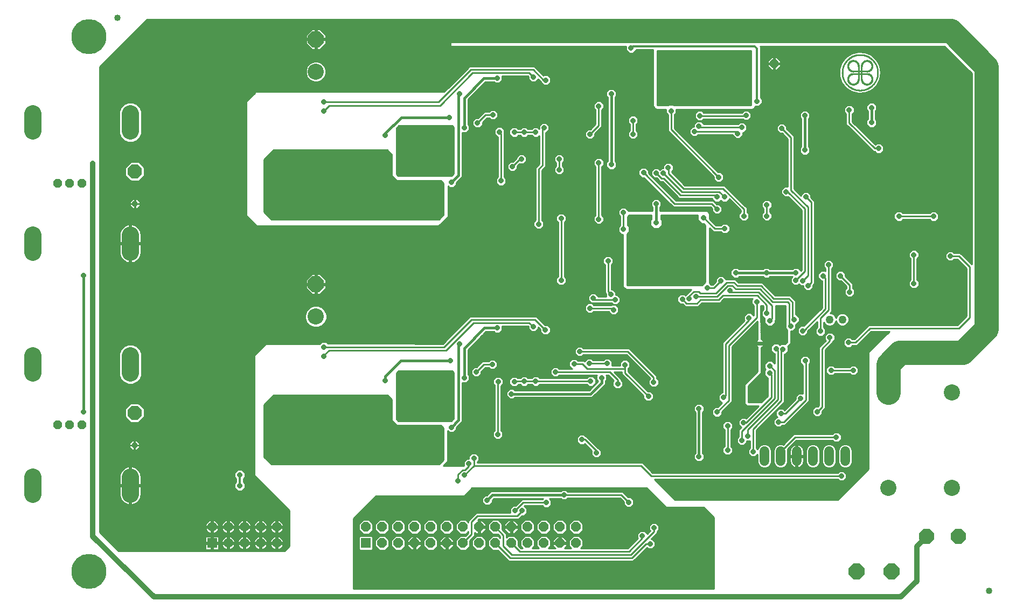
<source format=gbl>
G75*
%MOIN*%
%OFA0B0*%
%FSLAX25Y25*%
%IPPOS*%
%LPD*%
%AMOC8*
5,1,8,0,0,1.08239X$1,22.5*
%
%ADD10C,0.01000*%
%ADD11C,0.00100*%
%ADD12OC8,0.09693*%
%ADD13C,0.04000*%
%ADD14OC8,0.09055*%
%ADD15C,0.10000*%
%ADD16C,0.05906*%
%ADD17C,0.00404*%
%ADD18C,0.05000*%
%ADD19OC8,0.05315*%
%ADD20OC8,0.08600*%
%ADD21OC8,0.03543*%
%ADD22C,0.10638*%
%ADD23OC8,0.05906*%
%ADD24R,0.05906X0.05906*%
%ADD25OC8,0.10000*%
%ADD26R,0.06000X0.06000*%
%ADD27C,0.06000*%
%ADD28C,0.03200*%
%ADD29OC8,0.03175*%
%ADD30R,0.03175X0.03175*%
%ADD31C,0.02400*%
%ADD32C,0.15000*%
%ADD33C,0.01200*%
%ADD34C,0.21654*%
%ADD35C,0.01600*%
D10*
X0237207Y0076783D02*
X0237207Y0364533D01*
X0266457Y0393783D01*
X0333207Y0393783D01*
X0333207Y0348283D01*
X0327957Y0343033D01*
X0327957Y0272533D01*
X0334207Y0266033D01*
X0433207Y0266033D01*
X0433207Y0193483D01*
X0378406Y0193483D01*
X0377319Y0194571D01*
X0374596Y0194571D01*
X0373308Y0193283D01*
X0339707Y0193283D01*
X0332707Y0186283D01*
X0332707Y0111783D01*
X0354457Y0090033D01*
X0354457Y0068283D01*
X0351457Y0065283D01*
X0248707Y0065283D01*
X0237207Y0076783D01*
X0237276Y0076715D02*
X0303857Y0076715D01*
X0303855Y0076716D02*
X0304402Y0076318D01*
X0305006Y0076011D01*
X0305649Y0075802D01*
X0306156Y0075722D01*
X0306156Y0079496D01*
X0302382Y0079496D01*
X0302462Y0078989D01*
X0302671Y0078345D01*
X0302978Y0077742D01*
X0303376Y0077195D01*
X0303855Y0076716D01*
X0302999Y0077713D02*
X0237207Y0077713D01*
X0237207Y0078712D02*
X0302552Y0078712D01*
X0302382Y0080496D02*
X0306156Y0080496D01*
X0306156Y0079496D01*
X0307156Y0079496D01*
X0307156Y0075722D01*
X0307663Y0075802D01*
X0308307Y0076011D01*
X0308910Y0076318D01*
X0309457Y0076716D01*
X0309936Y0077195D01*
X0310334Y0077742D01*
X0310641Y0078345D01*
X0310850Y0078989D01*
X0310931Y0079496D01*
X0307156Y0079496D01*
X0307156Y0080496D01*
X0306156Y0080496D01*
X0306156Y0084270D01*
X0305649Y0084190D01*
X0305006Y0083981D01*
X0304402Y0083674D01*
X0303855Y0083276D01*
X0303376Y0082797D01*
X0302978Y0082250D01*
X0302671Y0081647D01*
X0302462Y0081003D01*
X0302382Y0080496D01*
X0302415Y0080709D02*
X0237207Y0080709D01*
X0237207Y0079711D02*
X0306156Y0079711D01*
X0306156Y0080709D02*
X0307156Y0080709D01*
X0307156Y0080496D02*
X0307156Y0084270D01*
X0307663Y0084190D01*
X0308307Y0083981D01*
X0308910Y0083674D01*
X0309457Y0083276D01*
X0309936Y0082797D01*
X0310334Y0082250D01*
X0310641Y0081647D01*
X0310850Y0081003D01*
X0310931Y0080496D01*
X0307156Y0080496D01*
X0307156Y0079711D02*
X0316156Y0079711D01*
X0316156Y0079496D02*
X0312382Y0079496D01*
X0312462Y0078989D01*
X0312671Y0078345D01*
X0312978Y0077742D01*
X0313376Y0077195D01*
X0313855Y0076716D01*
X0314402Y0076318D01*
X0315006Y0076011D01*
X0315649Y0075802D01*
X0316156Y0075722D01*
X0316156Y0079496D01*
X0316156Y0080496D01*
X0312382Y0080496D01*
X0312462Y0081003D01*
X0312671Y0081647D01*
X0312978Y0082250D01*
X0313376Y0082797D01*
X0313855Y0083276D01*
X0314402Y0083674D01*
X0315006Y0083981D01*
X0315649Y0084190D01*
X0316156Y0084270D01*
X0316156Y0080496D01*
X0317156Y0080496D01*
X0317156Y0084270D01*
X0317663Y0084190D01*
X0318307Y0083981D01*
X0318910Y0083674D01*
X0319457Y0083276D01*
X0319936Y0082797D01*
X0320334Y0082250D01*
X0320641Y0081647D01*
X0320850Y0081003D01*
X0320931Y0080496D01*
X0317156Y0080496D01*
X0317156Y0079496D01*
X0317156Y0075722D01*
X0317663Y0075802D01*
X0318307Y0076011D01*
X0318910Y0076318D01*
X0319457Y0076716D01*
X0319936Y0077195D01*
X0320334Y0077742D01*
X0320641Y0078345D01*
X0320850Y0078989D01*
X0320931Y0079496D01*
X0317156Y0079496D01*
X0316156Y0079496D01*
X0316156Y0078712D02*
X0317156Y0078712D01*
X0317156Y0077713D02*
X0316156Y0077713D01*
X0316156Y0076715D02*
X0317156Y0076715D01*
X0319456Y0076715D02*
X0323857Y0076715D01*
X0323855Y0076716D02*
X0324402Y0076318D01*
X0325006Y0076011D01*
X0325649Y0075802D01*
X0326156Y0075722D01*
X0326156Y0079496D01*
X0322382Y0079496D01*
X0322462Y0078989D01*
X0322671Y0078345D01*
X0322978Y0077742D01*
X0323376Y0077195D01*
X0323855Y0076716D01*
X0322999Y0077713D02*
X0320313Y0077713D01*
X0320760Y0078712D02*
X0322552Y0078712D01*
X0322382Y0080496D02*
X0326156Y0080496D01*
X0326156Y0079496D01*
X0327156Y0079496D01*
X0327156Y0075722D01*
X0327663Y0075802D01*
X0328307Y0076011D01*
X0328910Y0076318D01*
X0329457Y0076716D01*
X0329936Y0077195D01*
X0330334Y0077742D01*
X0330641Y0078345D01*
X0330850Y0078989D01*
X0330931Y0079496D01*
X0327156Y0079496D01*
X0327156Y0080496D01*
X0326156Y0080496D01*
X0326156Y0084270D01*
X0325649Y0084190D01*
X0325006Y0083981D01*
X0324402Y0083674D01*
X0323855Y0083276D01*
X0323376Y0082797D01*
X0322978Y0082250D01*
X0322671Y0081647D01*
X0322462Y0081003D01*
X0322382Y0080496D01*
X0322415Y0080709D02*
X0320897Y0080709D01*
X0320610Y0081708D02*
X0322702Y0081708D01*
X0323310Y0082706D02*
X0320002Y0082706D01*
X0318849Y0083705D02*
X0324463Y0083705D01*
X0326156Y0083705D02*
X0327156Y0083705D01*
X0327156Y0084270D02*
X0327156Y0080496D01*
X0330931Y0080496D01*
X0330850Y0081003D01*
X0330641Y0081647D01*
X0330334Y0082250D01*
X0329936Y0082797D01*
X0329457Y0083276D01*
X0328910Y0083674D01*
X0328307Y0083981D01*
X0327663Y0084190D01*
X0327156Y0084270D01*
X0327156Y0082706D02*
X0326156Y0082706D01*
X0326156Y0081708D02*
X0327156Y0081708D01*
X0327156Y0080709D02*
X0326156Y0080709D01*
X0326156Y0079711D02*
X0317156Y0079711D01*
X0317156Y0080709D02*
X0316156Y0080709D01*
X0316156Y0081708D02*
X0317156Y0081708D01*
X0317156Y0082706D02*
X0316156Y0082706D01*
X0316156Y0083705D02*
X0317156Y0083705D01*
X0314463Y0083705D02*
X0308849Y0083705D01*
X0310002Y0082706D02*
X0313310Y0082706D01*
X0312702Y0081708D02*
X0310610Y0081708D01*
X0310897Y0080709D02*
X0312415Y0080709D01*
X0312552Y0078712D02*
X0310760Y0078712D01*
X0310313Y0077713D02*
X0312999Y0077713D01*
X0313857Y0076715D02*
X0309456Y0076715D01*
X0307156Y0076715D02*
X0306156Y0076715D01*
X0306156Y0077713D02*
X0307156Y0077713D01*
X0307156Y0078712D02*
X0306156Y0078712D01*
X0306156Y0081708D02*
X0307156Y0081708D01*
X0307156Y0082706D02*
X0306156Y0082706D01*
X0306156Y0083705D02*
X0307156Y0083705D01*
X0304463Y0083705D02*
X0237207Y0083705D01*
X0237207Y0084703D02*
X0354457Y0084703D01*
X0354457Y0083705D02*
X0348849Y0083705D01*
X0348910Y0083674D02*
X0348307Y0083981D01*
X0347663Y0084190D01*
X0347156Y0084270D01*
X0347156Y0080496D01*
X0346156Y0080496D01*
X0346156Y0079496D01*
X0342382Y0079496D01*
X0342462Y0078989D01*
X0342671Y0078345D01*
X0342978Y0077742D01*
X0343376Y0077195D01*
X0343855Y0076716D01*
X0344402Y0076318D01*
X0345006Y0076011D01*
X0345649Y0075802D01*
X0346156Y0075722D01*
X0346156Y0079496D01*
X0347156Y0079496D01*
X0347156Y0075722D01*
X0347663Y0075802D01*
X0348307Y0076011D01*
X0348910Y0076318D01*
X0349457Y0076716D01*
X0349936Y0077195D01*
X0350334Y0077742D01*
X0350641Y0078345D01*
X0350850Y0078989D01*
X0350931Y0079496D01*
X0347156Y0079496D01*
X0347156Y0080496D01*
X0350931Y0080496D01*
X0350850Y0081003D01*
X0350641Y0081647D01*
X0350334Y0082250D01*
X0349936Y0082797D01*
X0349457Y0083276D01*
X0348910Y0083674D01*
X0350002Y0082706D02*
X0354457Y0082706D01*
X0354457Y0081708D02*
X0350610Y0081708D01*
X0350897Y0080709D02*
X0354457Y0080709D01*
X0354457Y0079711D02*
X0347156Y0079711D01*
X0347156Y0080709D02*
X0346156Y0080709D01*
X0346156Y0080496D02*
X0346156Y0084270D01*
X0345649Y0084190D01*
X0345006Y0083981D01*
X0344402Y0083674D01*
X0343855Y0083276D01*
X0343376Y0082797D01*
X0342978Y0082250D01*
X0342671Y0081647D01*
X0342462Y0081003D01*
X0342382Y0080496D01*
X0346156Y0080496D01*
X0346156Y0079711D02*
X0337156Y0079711D01*
X0337156Y0079496D02*
X0337156Y0080496D01*
X0336156Y0080496D01*
X0336156Y0079496D01*
X0332382Y0079496D01*
X0332462Y0078989D01*
X0332671Y0078345D01*
X0332978Y0077742D01*
X0333376Y0077195D01*
X0333855Y0076716D01*
X0334402Y0076318D01*
X0335006Y0076011D01*
X0335649Y0075802D01*
X0336156Y0075722D01*
X0336156Y0079496D01*
X0337156Y0079496D01*
X0337156Y0075722D01*
X0337663Y0075802D01*
X0338307Y0076011D01*
X0338910Y0076318D01*
X0339457Y0076716D01*
X0339936Y0077195D01*
X0340334Y0077742D01*
X0340641Y0078345D01*
X0340850Y0078989D01*
X0340931Y0079496D01*
X0337156Y0079496D01*
X0337156Y0078712D02*
X0336156Y0078712D01*
X0336156Y0077713D02*
X0337156Y0077713D01*
X0337156Y0076715D02*
X0336156Y0076715D01*
X0333857Y0076715D02*
X0329456Y0076715D01*
X0330313Y0077713D02*
X0332999Y0077713D01*
X0332552Y0078712D02*
X0330760Y0078712D01*
X0330897Y0080709D02*
X0332415Y0080709D01*
X0332382Y0080496D02*
X0336156Y0080496D01*
X0336156Y0084270D01*
X0335649Y0084190D01*
X0335006Y0083981D01*
X0334402Y0083674D01*
X0333855Y0083276D01*
X0333376Y0082797D01*
X0332978Y0082250D01*
X0332671Y0081647D01*
X0332462Y0081003D01*
X0332382Y0080496D01*
X0332702Y0081708D02*
X0330610Y0081708D01*
X0330002Y0082706D02*
X0333310Y0082706D01*
X0334463Y0083705D02*
X0328849Y0083705D01*
X0327156Y0079711D02*
X0336156Y0079711D01*
X0336156Y0080709D02*
X0337156Y0080709D01*
X0337156Y0080496D02*
X0337156Y0084270D01*
X0337663Y0084190D01*
X0338307Y0083981D01*
X0338910Y0083674D01*
X0339457Y0083276D01*
X0339936Y0082797D01*
X0340334Y0082250D01*
X0340641Y0081647D01*
X0340850Y0081003D01*
X0340931Y0080496D01*
X0337156Y0080496D01*
X0337156Y0081708D02*
X0336156Y0081708D01*
X0336156Y0082706D02*
X0337156Y0082706D01*
X0337156Y0083705D02*
X0336156Y0083705D01*
X0338849Y0083705D02*
X0344463Y0083705D01*
X0343310Y0082706D02*
X0340002Y0082706D01*
X0340610Y0081708D02*
X0342702Y0081708D01*
X0342415Y0080709D02*
X0340897Y0080709D01*
X0340760Y0078712D02*
X0342552Y0078712D01*
X0342999Y0077713D02*
X0340313Y0077713D01*
X0339456Y0076715D02*
X0343857Y0076715D01*
X0346156Y0076715D02*
X0347156Y0076715D01*
X0347156Y0077713D02*
X0346156Y0077713D01*
X0346156Y0078712D02*
X0347156Y0078712D01*
X0347156Y0081708D02*
X0346156Y0081708D01*
X0346156Y0082706D02*
X0347156Y0082706D01*
X0347156Y0083705D02*
X0346156Y0083705D01*
X0350760Y0078712D02*
X0354457Y0078712D01*
X0354457Y0077713D02*
X0350313Y0077713D01*
X0349456Y0076715D02*
X0354457Y0076715D01*
X0354457Y0075716D02*
X0238274Y0075716D01*
X0239273Y0074718D02*
X0354457Y0074718D01*
X0354457Y0073719D02*
X0348820Y0073719D01*
X0348910Y0073674D02*
X0348307Y0073981D01*
X0347663Y0074190D01*
X0347156Y0074270D01*
X0347156Y0070496D01*
X0346156Y0070496D01*
X0346156Y0069496D01*
X0342382Y0069496D01*
X0342462Y0068989D01*
X0342671Y0068345D01*
X0342978Y0067742D01*
X0343376Y0067195D01*
X0343855Y0066716D01*
X0344402Y0066318D01*
X0345006Y0066011D01*
X0345649Y0065802D01*
X0346156Y0065722D01*
X0346156Y0069496D01*
X0347156Y0069496D01*
X0347156Y0065722D01*
X0347663Y0065802D01*
X0348307Y0066011D01*
X0348910Y0066318D01*
X0349457Y0066716D01*
X0349936Y0067195D01*
X0350334Y0067742D01*
X0350641Y0068345D01*
X0350850Y0068989D01*
X0350931Y0069496D01*
X0347156Y0069496D01*
X0347156Y0070496D01*
X0350931Y0070496D01*
X0350850Y0071003D01*
X0350641Y0071647D01*
X0350334Y0072250D01*
X0349936Y0072797D01*
X0349457Y0073276D01*
X0348910Y0073674D01*
X0349992Y0072721D02*
X0354457Y0072721D01*
X0354457Y0071722D02*
X0350603Y0071722D01*
X0350894Y0070724D02*
X0354457Y0070724D01*
X0354457Y0069725D02*
X0347156Y0069725D01*
X0347156Y0068727D02*
X0346156Y0068727D01*
X0346156Y0069725D02*
X0337156Y0069725D01*
X0337156Y0069496D02*
X0337156Y0070496D01*
X0336156Y0070496D01*
X0336156Y0069496D01*
X0332382Y0069496D01*
X0332462Y0068989D01*
X0332671Y0068345D01*
X0332978Y0067742D01*
X0333376Y0067195D01*
X0333855Y0066716D01*
X0334402Y0066318D01*
X0335006Y0066011D01*
X0335649Y0065802D01*
X0336156Y0065722D01*
X0336156Y0069496D01*
X0337156Y0069496D01*
X0337156Y0065722D01*
X0337663Y0065802D01*
X0338307Y0066011D01*
X0338910Y0066318D01*
X0339457Y0066716D01*
X0339936Y0067195D01*
X0340334Y0067742D01*
X0340641Y0068345D01*
X0340850Y0068989D01*
X0340931Y0069496D01*
X0337156Y0069496D01*
X0337156Y0068727D02*
X0336156Y0068727D01*
X0336156Y0069725D02*
X0327156Y0069725D01*
X0327156Y0069496D02*
X0327156Y0070496D01*
X0326156Y0070496D01*
X0326156Y0069496D01*
X0322382Y0069496D01*
X0322462Y0068989D01*
X0322671Y0068345D01*
X0322978Y0067742D01*
X0323376Y0067195D01*
X0323855Y0066716D01*
X0324402Y0066318D01*
X0325006Y0066011D01*
X0325649Y0065802D01*
X0326156Y0065722D01*
X0326156Y0069496D01*
X0327156Y0069496D01*
X0327156Y0065722D01*
X0327663Y0065802D01*
X0328307Y0066011D01*
X0328910Y0066318D01*
X0329457Y0066716D01*
X0329936Y0067195D01*
X0330334Y0067742D01*
X0330641Y0068345D01*
X0330850Y0068989D01*
X0330931Y0069496D01*
X0327156Y0069496D01*
X0327156Y0068727D02*
X0326156Y0068727D01*
X0326156Y0069725D02*
X0317156Y0069725D01*
X0317156Y0069496D02*
X0317156Y0070496D01*
X0316156Y0070496D01*
X0316156Y0069496D01*
X0312382Y0069496D01*
X0312462Y0068989D01*
X0312671Y0068345D01*
X0312978Y0067742D01*
X0313376Y0067195D01*
X0313855Y0066716D01*
X0314402Y0066318D01*
X0315006Y0066011D01*
X0315649Y0065802D01*
X0316156Y0065722D01*
X0316156Y0069496D01*
X0317156Y0069496D01*
X0317156Y0065722D01*
X0317663Y0065802D01*
X0318307Y0066011D01*
X0318910Y0066318D01*
X0319457Y0066716D01*
X0319936Y0067195D01*
X0320334Y0067742D01*
X0320641Y0068345D01*
X0320850Y0068989D01*
X0320931Y0069496D01*
X0317156Y0069496D01*
X0317156Y0068727D02*
X0316156Y0068727D01*
X0316156Y0069725D02*
X0307156Y0069725D01*
X0307156Y0069496D02*
X0307156Y0070496D01*
X0306156Y0070496D01*
X0306156Y0069496D01*
X0302356Y0069496D01*
X0302356Y0066825D01*
X0302445Y0066494D01*
X0302616Y0066198D01*
X0302858Y0065956D01*
X0303154Y0065785D01*
X0303485Y0065696D01*
X0306156Y0065696D01*
X0306156Y0069496D01*
X0307156Y0069496D01*
X0307156Y0065696D01*
X0309827Y0065696D01*
X0310158Y0065785D01*
X0310454Y0065956D01*
X0310696Y0066198D01*
X0310868Y0066494D01*
X0310956Y0066825D01*
X0310956Y0069496D01*
X0307156Y0069496D01*
X0307156Y0068727D02*
X0306156Y0068727D01*
X0306156Y0069725D02*
X0244265Y0069725D01*
X0245264Y0068727D02*
X0302356Y0068727D01*
X0302356Y0067728D02*
X0246262Y0067728D01*
X0247261Y0066730D02*
X0302382Y0066730D01*
X0303353Y0065731D02*
X0248259Y0065731D01*
X0243267Y0070724D02*
X0302356Y0070724D01*
X0302356Y0070496D02*
X0302356Y0073167D01*
X0302445Y0073498D01*
X0302616Y0073794D01*
X0302858Y0074036D01*
X0303154Y0074207D01*
X0303485Y0074296D01*
X0306156Y0074296D01*
X0306156Y0070496D01*
X0302356Y0070496D01*
X0302356Y0071722D02*
X0242268Y0071722D01*
X0241270Y0072721D02*
X0302356Y0072721D01*
X0302573Y0073719D02*
X0240271Y0073719D01*
X0237207Y0081708D02*
X0302702Y0081708D01*
X0303310Y0082706D02*
X0237207Y0082706D01*
X0237207Y0085702D02*
X0354457Y0085702D01*
X0354457Y0086700D02*
X0237207Y0086700D01*
X0237207Y0087699D02*
X0354457Y0087699D01*
X0354457Y0088697D02*
X0237207Y0088697D01*
X0237207Y0089696D02*
X0354457Y0089696D01*
X0353797Y0090694D02*
X0237207Y0090694D01*
X0237207Y0091693D02*
X0352798Y0091693D01*
X0351800Y0092691D02*
X0237207Y0092691D01*
X0237207Y0093690D02*
X0255361Y0093690D01*
X0255605Y0093690D02*
X0256605Y0093690D01*
X0256605Y0093658D02*
X0257399Y0093762D01*
X0258237Y0093987D01*
X0259039Y0094319D01*
X0259790Y0094752D01*
X0260478Y0095281D01*
X0261092Y0095894D01*
X0261620Y0096583D01*
X0262054Y0097334D01*
X0262386Y0098136D01*
X0262611Y0098974D01*
X0262724Y0099834D01*
X0262724Y0105087D01*
X0256605Y0105087D01*
X0256605Y0106087D01*
X0255605Y0106087D01*
X0255605Y0117516D01*
X0254811Y0117411D01*
X0253973Y0117187D01*
X0253171Y0116855D01*
X0252420Y0116421D01*
X0251731Y0115893D01*
X0251118Y0115279D01*
X0250590Y0114591D01*
X0250156Y0113839D01*
X0249824Y0113038D01*
X0249599Y0112200D01*
X0249486Y0111339D01*
X0249486Y0106087D01*
X0255605Y0106087D01*
X0255605Y0105087D01*
X0249486Y0105087D01*
X0249486Y0099834D01*
X0249599Y0098974D01*
X0249824Y0098136D01*
X0250156Y0097334D01*
X0250590Y0096583D01*
X0251118Y0095894D01*
X0251731Y0095281D01*
X0252420Y0094752D01*
X0253171Y0094319D01*
X0253973Y0093987D01*
X0254811Y0093762D01*
X0255605Y0093658D01*
X0255605Y0105087D01*
X0256605Y0105087D01*
X0256605Y0093658D01*
X0256849Y0093690D02*
X0350801Y0093690D01*
X0349803Y0094688D02*
X0259679Y0094688D01*
X0260884Y0095687D02*
X0348804Y0095687D01*
X0347806Y0096685D02*
X0261679Y0096685D01*
X0262199Y0097684D02*
X0346807Y0097684D01*
X0345809Y0098682D02*
X0262533Y0098682D01*
X0262704Y0099681D02*
X0344810Y0099681D01*
X0343812Y0100679D02*
X0262724Y0100679D01*
X0262724Y0101678D02*
X0342813Y0101678D01*
X0341815Y0102676D02*
X0325499Y0102676D01*
X0325069Y0102246D02*
X0326995Y0104172D01*
X0326995Y0106895D01*
X0326007Y0107883D01*
X0326007Y0109684D01*
X0326995Y0110672D01*
X0326995Y0113395D01*
X0325069Y0115321D01*
X0322346Y0115321D01*
X0320420Y0113395D01*
X0320420Y0110672D01*
X0321407Y0109684D01*
X0321407Y0107883D01*
X0320420Y0106895D01*
X0320420Y0104172D01*
X0322346Y0102246D01*
X0325069Y0102246D01*
X0326498Y0103675D02*
X0340816Y0103675D01*
X0339818Y0104673D02*
X0326995Y0104673D01*
X0326995Y0105672D02*
X0338819Y0105672D01*
X0337820Y0106670D02*
X0326995Y0106670D01*
X0326221Y0107669D02*
X0336822Y0107669D01*
X0335823Y0108667D02*
X0326007Y0108667D01*
X0326007Y0109666D02*
X0334825Y0109666D01*
X0333826Y0110664D02*
X0326987Y0110664D01*
X0326995Y0111663D02*
X0332828Y0111663D01*
X0332707Y0112661D02*
X0326995Y0112661D01*
X0326730Y0113660D02*
X0332707Y0113660D01*
X0332707Y0114658D02*
X0325731Y0114658D01*
X0321683Y0114658D02*
X0261568Y0114658D01*
X0261620Y0114591D02*
X0261092Y0115279D01*
X0260478Y0115893D01*
X0259790Y0116421D01*
X0259039Y0116855D01*
X0258237Y0117187D01*
X0257399Y0117411D01*
X0256605Y0117516D01*
X0256605Y0106087D01*
X0262724Y0106087D01*
X0262724Y0111339D01*
X0262611Y0112200D01*
X0262386Y0113038D01*
X0262054Y0113839D01*
X0261620Y0114591D01*
X0262128Y0113660D02*
X0320685Y0113660D01*
X0320420Y0112661D02*
X0262487Y0112661D01*
X0262681Y0111663D02*
X0320420Y0111663D01*
X0320427Y0110664D02*
X0262724Y0110664D01*
X0262724Y0109666D02*
X0321407Y0109666D01*
X0321407Y0108667D02*
X0262724Y0108667D01*
X0262724Y0107669D02*
X0321194Y0107669D01*
X0320420Y0106670D02*
X0262724Y0106670D01*
X0262724Y0104673D02*
X0320420Y0104673D01*
X0320420Y0105672D02*
X0256605Y0105672D01*
X0256605Y0106670D02*
X0255605Y0106670D01*
X0255605Y0105672D02*
X0237207Y0105672D01*
X0237207Y0106670D02*
X0249486Y0106670D01*
X0249486Y0107669D02*
X0237207Y0107669D01*
X0237207Y0108667D02*
X0249486Y0108667D01*
X0249486Y0109666D02*
X0237207Y0109666D01*
X0237207Y0110664D02*
X0249486Y0110664D01*
X0249529Y0111663D02*
X0237207Y0111663D01*
X0237207Y0112661D02*
X0249723Y0112661D01*
X0250082Y0113660D02*
X0237207Y0113660D01*
X0237207Y0114658D02*
X0250642Y0114658D01*
X0251496Y0115657D02*
X0237207Y0115657D01*
X0237207Y0116655D02*
X0252826Y0116655D01*
X0255605Y0116655D02*
X0256605Y0116655D01*
X0256605Y0115657D02*
X0255605Y0115657D01*
X0255605Y0114658D02*
X0256605Y0114658D01*
X0256605Y0113660D02*
X0255605Y0113660D01*
X0255605Y0112661D02*
X0256605Y0112661D01*
X0256605Y0111663D02*
X0255605Y0111663D01*
X0255605Y0110664D02*
X0256605Y0110664D01*
X0256605Y0109666D02*
X0255605Y0109666D01*
X0255605Y0108667D02*
X0256605Y0108667D01*
X0256605Y0107669D02*
X0255605Y0107669D01*
X0255605Y0104673D02*
X0256605Y0104673D01*
X0256605Y0103675D02*
X0255605Y0103675D01*
X0255605Y0102676D02*
X0256605Y0102676D01*
X0256605Y0101678D02*
X0255605Y0101678D01*
X0255605Y0100679D02*
X0256605Y0100679D01*
X0256605Y0099681D02*
X0255605Y0099681D01*
X0255605Y0098682D02*
X0256605Y0098682D01*
X0256605Y0097684D02*
X0255605Y0097684D01*
X0255605Y0096685D02*
X0256605Y0096685D01*
X0256605Y0095687D02*
X0255605Y0095687D01*
X0255605Y0094688D02*
X0256605Y0094688D01*
X0252531Y0094688D02*
X0237207Y0094688D01*
X0237207Y0095687D02*
X0251325Y0095687D01*
X0250530Y0096685D02*
X0237207Y0096685D01*
X0237207Y0097684D02*
X0250011Y0097684D01*
X0249677Y0098682D02*
X0237207Y0098682D01*
X0237207Y0099681D02*
X0249506Y0099681D01*
X0249486Y0100679D02*
X0237207Y0100679D01*
X0237207Y0101678D02*
X0249486Y0101678D01*
X0249486Y0102676D02*
X0237207Y0102676D01*
X0237207Y0103675D02*
X0249486Y0103675D01*
X0249486Y0104673D02*
X0237207Y0104673D01*
X0237207Y0117654D02*
X0332707Y0117654D01*
X0332707Y0118652D02*
X0237207Y0118652D01*
X0237207Y0119651D02*
X0332707Y0119651D01*
X0332707Y0120649D02*
X0237207Y0120649D01*
X0237207Y0121648D02*
X0332707Y0121648D01*
X0332707Y0122647D02*
X0237207Y0122647D01*
X0237207Y0123645D02*
X0332707Y0123645D01*
X0332707Y0124644D02*
X0237207Y0124644D01*
X0237207Y0125642D02*
X0332707Y0125642D01*
X0332707Y0126641D02*
X0237207Y0126641D01*
X0237207Y0127639D02*
X0257258Y0127639D01*
X0257435Y0127462D02*
X0255636Y0129261D01*
X0255636Y0130443D01*
X0258617Y0130443D01*
X0258798Y0130443D01*
X0258798Y0130624D01*
X0261779Y0130624D01*
X0261779Y0131806D01*
X0259980Y0133605D01*
X0258798Y0133605D01*
X0258798Y0130624D01*
X0258617Y0130624D01*
X0258617Y0133605D01*
X0257435Y0133605D01*
X0255636Y0131806D01*
X0255636Y0130624D01*
X0258617Y0130624D01*
X0258617Y0130443D01*
X0258617Y0127462D01*
X0257435Y0127462D01*
X0258617Y0127639D02*
X0258798Y0127639D01*
X0258798Y0127462D02*
X0259980Y0127462D01*
X0261779Y0129261D01*
X0261779Y0130443D01*
X0258798Y0130443D01*
X0258798Y0127462D01*
X0258798Y0128638D02*
X0258617Y0128638D01*
X0258617Y0129636D02*
X0258798Y0129636D01*
X0258798Y0130635D02*
X0258617Y0130635D01*
X0258617Y0131633D02*
X0258798Y0131633D01*
X0258798Y0132632D02*
X0258617Y0132632D01*
X0256462Y0132632D02*
X0237207Y0132632D01*
X0237207Y0133630D02*
X0332707Y0133630D01*
X0332707Y0132632D02*
X0260953Y0132632D01*
X0261779Y0131633D02*
X0332707Y0131633D01*
X0332707Y0130635D02*
X0261779Y0130635D01*
X0261779Y0129636D02*
X0332707Y0129636D01*
X0332707Y0128638D02*
X0261155Y0128638D01*
X0260157Y0127639D02*
X0332707Y0127639D01*
X0338957Y0127639D02*
X0449957Y0127639D01*
X0449957Y0126641D02*
X0338957Y0126641D01*
X0338957Y0125642D02*
X0449957Y0125642D01*
X0449957Y0124644D02*
X0338957Y0124644D01*
X0338957Y0123645D02*
X0449957Y0123645D01*
X0449957Y0122647D02*
X0339594Y0122647D01*
X0338957Y0123283D02*
X0338957Y0155533D01*
X0344957Y0161533D01*
X0415207Y0161533D01*
X0417957Y0158783D01*
X0417957Y0145783D01*
X0420957Y0142783D01*
X0448207Y0142783D01*
X0449957Y0141033D01*
X0449957Y0121533D01*
X0447207Y0118783D01*
X0343457Y0118783D01*
X0338957Y0123283D01*
X0340593Y0121648D02*
X0449957Y0121648D01*
X0449073Y0120649D02*
X0341591Y0120649D01*
X0342590Y0119651D02*
X0448075Y0119651D01*
X0449884Y0117783D02*
X0452162Y0120061D01*
X0452557Y0121016D01*
X0452557Y0139317D01*
X0453429Y0138446D01*
X0455986Y0138446D01*
X0457795Y0140255D01*
X0457795Y0141368D01*
X0461507Y0145081D01*
X0461507Y0169196D01*
X0463986Y0169196D01*
X0465795Y0171005D01*
X0465795Y0173562D01*
X0465007Y0174350D01*
X0465007Y0189581D01*
X0476160Y0200733D01*
X0481141Y0200733D01*
X0481929Y0199946D01*
X0484486Y0199946D01*
X0486295Y0201755D01*
X0486295Y0204283D01*
X0502129Y0204283D01*
X0502370Y0204042D01*
X0502370Y0202505D01*
X0504179Y0200696D01*
X0506736Y0200696D01*
X0508545Y0202505D01*
X0508545Y0203368D01*
X0509870Y0202042D01*
X0509870Y0200505D01*
X0511679Y0198696D01*
X0514236Y0198696D01*
X0516045Y0200505D01*
X0516045Y0203062D01*
X0514236Y0204871D01*
X0512698Y0204871D01*
X0508457Y0209112D01*
X0507286Y0210283D01*
X0466379Y0210283D01*
X0465207Y0209112D01*
X0449379Y0193283D01*
X0432207Y0193283D01*
X0432207Y0266033D01*
X0446957Y0266033D01*
X0452707Y0271783D01*
X0452707Y0290667D01*
X0453429Y0289946D01*
X0455986Y0289946D01*
X0457795Y0291755D01*
X0457795Y0292868D01*
X0461507Y0296581D01*
X0461507Y0323696D01*
X0463986Y0323696D01*
X0465795Y0325505D01*
X0465795Y0328062D01*
X0465007Y0328850D01*
X0465007Y0344331D01*
X0475910Y0355233D01*
X0481141Y0355233D01*
X0481929Y0354446D01*
X0484486Y0354446D01*
X0486295Y0356255D01*
X0486295Y0358783D01*
X0502129Y0358783D01*
X0502370Y0358542D01*
X0502370Y0357005D01*
X0504179Y0355196D01*
X0506736Y0355196D01*
X0508476Y0356936D01*
X0509957Y0355455D01*
X0510120Y0355292D01*
X0510120Y0355005D01*
X0511929Y0353196D01*
X0514486Y0353196D01*
X0516295Y0355005D01*
X0516295Y0357562D01*
X0514486Y0359371D01*
X0511929Y0359371D01*
X0511813Y0359256D01*
X0506286Y0364783D01*
X0465879Y0364783D01*
X0464707Y0363612D01*
X0452707Y0351612D01*
X0452707Y0377033D01*
X0562870Y0377033D01*
X0562870Y0374755D01*
X0564679Y0372946D01*
X0567236Y0372946D01*
X0569045Y0374755D01*
X0569045Y0375183D01*
X0579607Y0375183D01*
X0579607Y0340266D01*
X0580003Y0339311D01*
X0580735Y0338579D01*
X0581690Y0338183D01*
X0587620Y0338183D01*
X0587620Y0336005D01*
X0588707Y0334917D01*
X0588707Y0324955D01*
X0617120Y0296542D01*
X0617120Y0295005D01*
X0618929Y0293196D01*
X0621486Y0293196D01*
X0623295Y0295005D01*
X0623295Y0297562D01*
X0621486Y0299371D01*
X0619948Y0299371D01*
X0592707Y0326612D01*
X0592707Y0334917D01*
X0593795Y0336005D01*
X0593795Y0338183D01*
X0640725Y0338183D01*
X0641680Y0338579D01*
X0642412Y0339311D01*
X0642778Y0340196D01*
X0645236Y0340196D01*
X0647045Y0342005D01*
X0647045Y0344562D01*
X0646057Y0345550D01*
X0646057Y0376653D01*
X0645677Y0377033D01*
X0759707Y0377033D01*
X0776707Y0360533D01*
X0776707Y0242362D01*
X0769536Y0249533D01*
X0765824Y0249533D01*
X0764736Y0250621D01*
X0762179Y0250621D01*
X0760370Y0248812D01*
X0760370Y0246255D01*
X0762179Y0244446D01*
X0764736Y0244446D01*
X0765824Y0245533D01*
X0767879Y0245533D01*
X0773457Y0239955D01*
X0773457Y0210362D01*
X0767879Y0204783D01*
X0712879Y0204783D01*
X0704129Y0196033D01*
X0702824Y0196033D01*
X0701736Y0197121D01*
X0699179Y0197121D01*
X0697370Y0195312D01*
X0697370Y0192755D01*
X0699179Y0190946D01*
X0701736Y0190946D01*
X0702824Y0192033D01*
X0705786Y0192033D01*
X0714536Y0200783D01*
X0725707Y0200783D01*
X0712957Y0188033D01*
X0712957Y0115783D01*
X0693707Y0096783D01*
X0593207Y0096783D01*
X0580457Y0109533D01*
X0693841Y0109533D01*
X0694929Y0108446D01*
X0697486Y0108446D01*
X0699295Y0110255D01*
X0699295Y0112812D01*
X0697486Y0114621D01*
X0694929Y0114621D01*
X0693841Y0113533D01*
X0579286Y0113533D01*
X0573036Y0119783D01*
X0470707Y0119783D01*
X0470707Y0120167D01*
X0471795Y0121255D01*
X0471795Y0123812D01*
X0469986Y0125621D01*
X0467429Y0125621D01*
X0465620Y0123812D01*
X0465620Y0122121D01*
X0464179Y0122121D01*
X0462370Y0120312D01*
X0462370Y0117783D01*
X0449884Y0117783D01*
X0450753Y0118652D02*
X0462370Y0118652D01*
X0462370Y0119651D02*
X0451752Y0119651D01*
X0452405Y0120649D02*
X0462707Y0120649D01*
X0463706Y0121648D02*
X0452557Y0121648D01*
X0452557Y0122647D02*
X0465620Y0122647D01*
X0465620Y0123645D02*
X0452557Y0123645D01*
X0452557Y0124644D02*
X0466451Y0124644D01*
X0468707Y0122533D02*
X0468707Y0117783D01*
X0462957Y0112033D01*
X0463207Y0115283D02*
X0461707Y0115283D01*
X0458957Y0112533D01*
X0458957Y0108533D01*
X0465102Y0101678D02*
X0478849Y0101678D01*
X0479255Y0102083D02*
X0477907Y0100736D01*
X0476792Y0099621D01*
X0475679Y0099621D01*
X0473870Y0097812D01*
X0473870Y0095255D01*
X0475679Y0093446D01*
X0478236Y0093446D01*
X0480045Y0095255D01*
X0480045Y0096368D01*
X0481160Y0097483D01*
X0511541Y0097483D01*
X0511091Y0097033D01*
X0498379Y0097033D01*
X0494466Y0093121D01*
X0492929Y0093121D01*
X0491120Y0091312D01*
X0491120Y0088783D01*
X0470129Y0088783D01*
X0466379Y0085033D01*
X0465207Y0083862D01*
X0465207Y0082939D01*
X0463697Y0084449D01*
X0460009Y0084449D01*
X0457400Y0081840D01*
X0457400Y0078152D01*
X0460009Y0075543D01*
X0463697Y0075543D01*
X0465207Y0077053D01*
X0465207Y0076179D01*
X0463477Y0074449D01*
X0460009Y0074449D01*
X0457400Y0071840D01*
X0457400Y0068152D01*
X0460009Y0065543D01*
X0463697Y0065543D01*
X0466306Y0068152D01*
X0466306Y0071620D01*
X0469207Y0074522D01*
X0469207Y0076627D01*
X0470091Y0075743D01*
X0471369Y0075743D01*
X0471369Y0079512D01*
X0472337Y0079512D01*
X0472337Y0075743D01*
X0473615Y0075743D01*
X0476106Y0078235D01*
X0476106Y0079512D01*
X0472337Y0079512D01*
X0472337Y0080480D01*
X0471369Y0080480D01*
X0471369Y0084249D01*
X0471251Y0084249D01*
X0471786Y0084783D01*
X0496286Y0084783D01*
X0497457Y0085955D01*
X0498448Y0086946D01*
X0499736Y0086946D01*
X0501545Y0088755D01*
X0501545Y0091312D01*
X0499930Y0092927D01*
X0500036Y0093033D01*
X0511091Y0093033D01*
X0512179Y0091946D01*
X0514736Y0091946D01*
X0516545Y0093755D01*
X0516545Y0096312D01*
X0515374Y0097483D01*
X0522391Y0097483D01*
X0523179Y0096696D01*
X0525736Y0096696D01*
X0526824Y0097783D01*
X0559129Y0097783D01*
X0561370Y0095542D01*
X0561370Y0094005D01*
X0563179Y0092196D01*
X0565736Y0092196D01*
X0567545Y0094005D01*
X0567545Y0096562D01*
X0565736Y0098371D01*
X0564198Y0098371D01*
X0560786Y0101783D01*
X0526824Y0101783D01*
X0525736Y0102871D01*
X0523179Y0102871D01*
X0522391Y0102083D01*
X0479255Y0102083D01*
X0477850Y0100679D02*
X0464103Y0100679D01*
X0463105Y0099681D02*
X0476852Y0099681D01*
X0474740Y0098682D02*
X0407606Y0098682D01*
X0408207Y0099283D02*
X0462707Y0099283D01*
X0467457Y0104033D01*
X0575457Y0104033D01*
X0587457Y0092033D01*
X0610957Y0092033D01*
X0617207Y0085783D01*
X0617207Y0041783D01*
X0394207Y0041783D01*
X0394207Y0085283D01*
X0408207Y0099283D01*
X0406608Y0097684D02*
X0473870Y0097684D01*
X0473870Y0096685D02*
X0405609Y0096685D01*
X0404611Y0095687D02*
X0473870Y0095687D01*
X0474436Y0094688D02*
X0403612Y0094688D01*
X0402614Y0093690D02*
X0475435Y0093690D01*
X0478480Y0093690D02*
X0495035Y0093690D01*
X0496034Y0094688D02*
X0479478Y0094688D01*
X0480045Y0095687D02*
X0497032Y0095687D01*
X0498031Y0096685D02*
X0480362Y0096685D01*
X0491500Y0091693D02*
X0400617Y0091693D01*
X0401615Y0092691D02*
X0492499Y0092691D01*
X0491120Y0090694D02*
X0399618Y0090694D01*
X0398620Y0089696D02*
X0491120Y0089696D01*
X0494207Y0090033D02*
X0499207Y0095033D01*
X0513457Y0095033D01*
X0511433Y0092691D02*
X0500166Y0092691D01*
X0501164Y0091693D02*
X0611298Y0091693D01*
X0612297Y0090694D02*
X0501545Y0090694D01*
X0501545Y0089696D02*
X0613295Y0089696D01*
X0614294Y0088697D02*
X0501487Y0088697D01*
X0500489Y0087699D02*
X0615292Y0087699D01*
X0616291Y0086700D02*
X0498202Y0086700D01*
X0497204Y0085702D02*
X0617207Y0085702D01*
X0617207Y0084703D02*
X0471705Y0084703D01*
X0472337Y0084249D02*
X0472337Y0080480D01*
X0476106Y0080480D01*
X0476106Y0081758D01*
X0473615Y0084249D01*
X0472337Y0084249D01*
X0472337Y0083705D02*
X0471369Y0083705D01*
X0471369Y0082706D02*
X0472337Y0082706D01*
X0472337Y0081708D02*
X0471369Y0081708D01*
X0471369Y0080709D02*
X0472337Y0080709D01*
X0472337Y0079711D02*
X0477400Y0079711D01*
X0477400Y0080709D02*
X0476106Y0080709D01*
X0476106Y0081708D02*
X0477400Y0081708D01*
X0477400Y0081840D02*
X0477400Y0078152D01*
X0480009Y0075543D01*
X0483477Y0075543D01*
X0484957Y0074063D01*
X0484957Y0073189D01*
X0483697Y0074449D01*
X0480009Y0074449D01*
X0477400Y0071840D01*
X0477400Y0068152D01*
X0480009Y0065543D01*
X0483477Y0065543D01*
X0489066Y0059955D01*
X0490237Y0058783D01*
X0567286Y0058783D01*
X0575688Y0067186D01*
X0576429Y0066446D01*
X0578986Y0066446D01*
X0580795Y0068255D01*
X0580795Y0070812D01*
X0578986Y0072621D01*
X0578373Y0072621D01*
X0581036Y0075283D01*
X0582207Y0076455D01*
X0582207Y0077167D01*
X0583295Y0078255D01*
X0583295Y0080812D01*
X0581486Y0082621D01*
X0578929Y0082621D01*
X0577120Y0080812D01*
X0577120Y0078255D01*
X0577735Y0077640D01*
X0575976Y0075881D01*
X0574236Y0077621D01*
X0571679Y0077621D01*
X0569870Y0075812D01*
X0569870Y0073255D01*
X0570110Y0073015D01*
X0563879Y0066783D01*
X0534938Y0066783D01*
X0536306Y0068152D01*
X0536306Y0071840D01*
X0533697Y0074449D01*
X0530009Y0074449D01*
X0527400Y0071840D01*
X0527400Y0068152D01*
X0528768Y0066783D01*
X0524655Y0066783D01*
X0526106Y0068235D01*
X0526106Y0069512D01*
X0522337Y0069512D01*
X0522337Y0070480D01*
X0521369Y0070480D01*
X0521369Y0069512D01*
X0517600Y0069512D01*
X0517600Y0068235D01*
X0519051Y0066783D01*
X0514938Y0066783D01*
X0516306Y0068152D01*
X0516306Y0071840D01*
X0513697Y0074449D01*
X0510009Y0074449D01*
X0507400Y0071840D01*
X0507400Y0068152D01*
X0508768Y0066783D01*
X0504938Y0066783D01*
X0506306Y0068152D01*
X0506306Y0071840D01*
X0503697Y0074449D01*
X0500009Y0074449D01*
X0497400Y0071840D01*
X0497400Y0068152D01*
X0498768Y0066783D01*
X0497894Y0066783D01*
X0496306Y0068372D01*
X0496306Y0071840D01*
X0493697Y0074449D01*
X0490009Y0074449D01*
X0488957Y0073398D01*
X0488957Y0075720D01*
X0486306Y0078372D01*
X0486306Y0081840D01*
X0483697Y0084449D01*
X0480009Y0084449D01*
X0477400Y0081840D01*
X0478266Y0082706D02*
X0475157Y0082706D01*
X0474159Y0083705D02*
X0479264Y0083705D01*
X0481853Y0079996D02*
X0486957Y0074892D01*
X0486957Y0068033D01*
X0492207Y0062783D01*
X0565707Y0062783D01*
X0580207Y0077283D01*
X0580207Y0079533D01*
X0578015Y0081708D02*
X0536306Y0081708D01*
X0536306Y0081840D02*
X0533697Y0084449D01*
X0530009Y0084449D01*
X0527400Y0081840D01*
X0527400Y0078152D01*
X0530009Y0075543D01*
X0533697Y0075543D01*
X0536306Y0078152D01*
X0536306Y0081840D01*
X0536306Y0080709D02*
X0577120Y0080709D01*
X0577120Y0079711D02*
X0536306Y0079711D01*
X0536306Y0078712D02*
X0577120Y0078712D01*
X0577661Y0077713D02*
X0535868Y0077713D01*
X0534869Y0076715D02*
X0570773Y0076715D01*
X0569870Y0075716D02*
X0533871Y0075716D01*
X0534427Y0073719D02*
X0569870Y0073719D01*
X0569870Y0074718D02*
X0488957Y0074718D01*
X0488957Y0075716D02*
X0499835Y0075716D01*
X0500009Y0075543D02*
X0503697Y0075543D01*
X0506306Y0078152D01*
X0506306Y0081840D01*
X0503697Y0084449D01*
X0500009Y0084449D01*
X0497400Y0081840D01*
X0497400Y0078152D01*
X0500009Y0075543D01*
X0498837Y0076715D02*
X0494586Y0076715D01*
X0493615Y0075743D02*
X0496106Y0078235D01*
X0496106Y0079512D01*
X0492337Y0079512D01*
X0492337Y0075743D01*
X0493615Y0075743D01*
X0492337Y0076715D02*
X0491369Y0076715D01*
X0491369Y0075743D02*
X0491369Y0079512D01*
X0492337Y0079512D01*
X0492337Y0080480D01*
X0496106Y0080480D01*
X0496106Y0081758D01*
X0493615Y0084249D01*
X0492337Y0084249D01*
X0492337Y0080480D01*
X0491369Y0080480D01*
X0491369Y0079512D01*
X0487600Y0079512D01*
X0487600Y0078235D01*
X0490091Y0075743D01*
X0491369Y0075743D01*
X0491369Y0077713D02*
X0492337Y0077713D01*
X0492337Y0078712D02*
X0491369Y0078712D01*
X0491369Y0079711D02*
X0486306Y0079711D01*
X0486306Y0080709D02*
X0487600Y0080709D01*
X0487600Y0080480D02*
X0491369Y0080480D01*
X0491369Y0084249D01*
X0490091Y0084249D01*
X0487600Y0081758D01*
X0487600Y0080480D01*
X0487600Y0081708D02*
X0486306Y0081708D01*
X0485440Y0082706D02*
X0488549Y0082706D01*
X0489547Y0083705D02*
X0484442Y0083705D01*
X0486306Y0078712D02*
X0487600Y0078712D01*
X0488121Y0077713D02*
X0486964Y0077713D01*
X0487962Y0076715D02*
X0489120Y0076715D01*
X0488957Y0073719D02*
X0489279Y0073719D01*
X0484957Y0073719D02*
X0484427Y0073719D01*
X0484303Y0074718D02*
X0469207Y0074718D01*
X0470009Y0074449D02*
X0467400Y0071840D01*
X0467400Y0068152D01*
X0470009Y0065543D01*
X0473697Y0065543D01*
X0476306Y0068152D01*
X0476306Y0071840D01*
X0473697Y0074449D01*
X0470009Y0074449D01*
X0469279Y0073719D02*
X0468405Y0073719D01*
X0468281Y0072721D02*
X0467406Y0072721D01*
X0467400Y0071722D02*
X0466408Y0071722D01*
X0466306Y0070724D02*
X0467400Y0070724D01*
X0467400Y0069725D02*
X0466306Y0069725D01*
X0466306Y0068727D02*
X0467400Y0068727D01*
X0467824Y0067728D02*
X0465882Y0067728D01*
X0464884Y0066730D02*
X0468822Y0066730D01*
X0469821Y0065731D02*
X0463885Y0065731D01*
X0459821Y0065731D02*
X0443885Y0065731D01*
X0443697Y0065543D02*
X0446306Y0068152D01*
X0446306Y0071840D01*
X0443697Y0074449D01*
X0440009Y0074449D01*
X0437400Y0071840D01*
X0437400Y0068152D01*
X0440009Y0065543D01*
X0443697Y0065543D01*
X0444884Y0066730D02*
X0449105Y0066730D01*
X0450091Y0065743D02*
X0447600Y0068235D01*
X0447600Y0069512D01*
X0451369Y0069512D01*
X0452337Y0069512D01*
X0452337Y0065743D01*
X0453615Y0065743D01*
X0456106Y0068235D01*
X0456106Y0069512D01*
X0452337Y0069512D01*
X0452337Y0070480D01*
X0456106Y0070480D01*
X0456106Y0071758D01*
X0453615Y0074249D01*
X0452337Y0074249D01*
X0452337Y0070480D01*
X0451369Y0070480D01*
X0451369Y0069512D01*
X0451369Y0065743D01*
X0450091Y0065743D01*
X0451369Y0066730D02*
X0452337Y0066730D01*
X0452337Y0067728D02*
X0451369Y0067728D01*
X0451369Y0068727D02*
X0452337Y0068727D01*
X0452337Y0069725D02*
X0457400Y0069725D01*
X0457400Y0068727D02*
X0456106Y0068727D01*
X0455600Y0067728D02*
X0457824Y0067728D01*
X0458822Y0066730D02*
X0454601Y0066730D01*
X0456106Y0070724D02*
X0457400Y0070724D01*
X0457400Y0071722D02*
X0456106Y0071722D01*
X0455142Y0072721D02*
X0458281Y0072721D01*
X0459279Y0073719D02*
X0454144Y0073719D01*
X0452337Y0073719D02*
X0451369Y0073719D01*
X0451369Y0074249D02*
X0450091Y0074249D01*
X0447600Y0071758D01*
X0447600Y0070480D01*
X0451369Y0070480D01*
X0451369Y0074249D01*
X0451369Y0072721D02*
X0452337Y0072721D01*
X0452337Y0071722D02*
X0451369Y0071722D01*
X0451369Y0070724D02*
X0452337Y0070724D01*
X0451369Y0069725D02*
X0446306Y0069725D01*
X0446306Y0068727D02*
X0447600Y0068727D01*
X0448106Y0067728D02*
X0445882Y0067728D01*
X0446306Y0070724D02*
X0447600Y0070724D01*
X0447600Y0071722D02*
X0446306Y0071722D01*
X0445425Y0072721D02*
X0448564Y0072721D01*
X0449562Y0073719D02*
X0444427Y0073719D01*
X0443697Y0075543D02*
X0440009Y0075543D01*
X0437400Y0078152D01*
X0437400Y0081840D01*
X0440009Y0084449D01*
X0443697Y0084449D01*
X0446306Y0081840D01*
X0446306Y0078152D01*
X0443697Y0075543D01*
X0443871Y0075716D02*
X0449835Y0075716D01*
X0450009Y0075543D02*
X0453697Y0075543D01*
X0456306Y0078152D01*
X0456306Y0081840D01*
X0453697Y0084449D01*
X0450009Y0084449D01*
X0447400Y0081840D01*
X0447400Y0078152D01*
X0450009Y0075543D01*
X0448837Y0076715D02*
X0444869Y0076715D01*
X0445868Y0077713D02*
X0447838Y0077713D01*
X0447400Y0078712D02*
X0446306Y0078712D01*
X0446306Y0079711D02*
X0447400Y0079711D01*
X0447400Y0080709D02*
X0446306Y0080709D01*
X0446306Y0081708D02*
X0447400Y0081708D01*
X0448266Y0082706D02*
X0445440Y0082706D01*
X0444442Y0083705D02*
X0449264Y0083705D01*
X0454442Y0083705D02*
X0459264Y0083705D01*
X0458266Y0082706D02*
X0455440Y0082706D01*
X0456306Y0081708D02*
X0457400Y0081708D01*
X0457400Y0080709D02*
X0456306Y0080709D01*
X0456306Y0079711D02*
X0457400Y0079711D01*
X0457400Y0078712D02*
X0456306Y0078712D01*
X0455868Y0077713D02*
X0457838Y0077713D01*
X0458837Y0076715D02*
X0454869Y0076715D01*
X0453871Y0075716D02*
X0459835Y0075716D01*
X0463871Y0075716D02*
X0464745Y0075716D01*
X0464869Y0076715D02*
X0465207Y0076715D01*
X0467207Y0075350D02*
X0461853Y0069996D01*
X0463746Y0074718D02*
X0394207Y0074718D01*
X0394207Y0075716D02*
X0399835Y0075716D01*
X0400009Y0075543D02*
X0403697Y0075543D01*
X0406306Y0078152D01*
X0406306Y0081840D01*
X0403697Y0084449D01*
X0400009Y0084449D01*
X0397400Y0081840D01*
X0397400Y0078152D01*
X0400009Y0075543D01*
X0398837Y0076715D02*
X0394207Y0076715D01*
X0394207Y0077713D02*
X0397838Y0077713D01*
X0397400Y0078712D02*
X0394207Y0078712D01*
X0394207Y0079711D02*
X0397400Y0079711D01*
X0397400Y0080709D02*
X0394207Y0080709D01*
X0394207Y0081708D02*
X0397400Y0081708D01*
X0398266Y0082706D02*
X0394207Y0082706D01*
X0394207Y0083705D02*
X0399264Y0083705D01*
X0395624Y0086700D02*
X0468046Y0086700D01*
X0469044Y0087699D02*
X0396622Y0087699D01*
X0397621Y0088697D02*
X0470043Y0088697D01*
X0470957Y0086783D02*
X0467207Y0083033D01*
X0467207Y0075350D01*
X0469207Y0075716D02*
X0479835Y0075716D01*
X0478837Y0076715D02*
X0474586Y0076715D01*
X0475585Y0077713D02*
X0477838Y0077713D01*
X0477400Y0078712D02*
X0476106Y0078712D01*
X0472337Y0078712D02*
X0471369Y0078712D01*
X0471369Y0077713D02*
X0472337Y0077713D01*
X0472337Y0076715D02*
X0471369Y0076715D01*
X0474427Y0073719D02*
X0479279Y0073719D01*
X0478281Y0072721D02*
X0475425Y0072721D01*
X0476306Y0071722D02*
X0477400Y0071722D01*
X0477400Y0070724D02*
X0476306Y0070724D01*
X0476306Y0069725D02*
X0477400Y0069725D01*
X0477400Y0068727D02*
X0476306Y0068727D01*
X0475882Y0067728D02*
X0477824Y0067728D01*
X0478822Y0066730D02*
X0474884Y0066730D01*
X0473885Y0065731D02*
X0479821Y0065731D01*
X0484288Y0064733D02*
X0394207Y0064733D01*
X0394207Y0065731D02*
X0398091Y0065731D01*
X0398279Y0065543D02*
X0405427Y0065543D01*
X0406306Y0066422D01*
X0406306Y0073570D01*
X0405427Y0074449D01*
X0398279Y0074449D01*
X0397400Y0073570D01*
X0397400Y0066422D01*
X0398279Y0065543D01*
X0397400Y0066730D02*
X0394207Y0066730D01*
X0394207Y0067728D02*
X0397400Y0067728D01*
X0397400Y0068727D02*
X0394207Y0068727D01*
X0394207Y0069725D02*
X0397400Y0069725D01*
X0397400Y0070724D02*
X0394207Y0070724D01*
X0394207Y0071722D02*
X0397400Y0071722D01*
X0397400Y0072721D02*
X0394207Y0072721D01*
X0394207Y0073719D02*
X0397550Y0073719D01*
X0403871Y0075716D02*
X0409835Y0075716D01*
X0410009Y0075543D02*
X0413697Y0075543D01*
X0416306Y0078152D01*
X0416306Y0081840D01*
X0413697Y0084449D01*
X0410009Y0084449D01*
X0407400Y0081840D01*
X0407400Y0078152D01*
X0410009Y0075543D01*
X0410009Y0074449D02*
X0407400Y0071840D01*
X0407400Y0068152D01*
X0410009Y0065543D01*
X0413697Y0065543D01*
X0416306Y0068152D01*
X0416306Y0071840D01*
X0413697Y0074449D01*
X0410009Y0074449D01*
X0409279Y0073719D02*
X0406156Y0073719D01*
X0406306Y0072721D02*
X0408281Y0072721D01*
X0407400Y0071722D02*
X0406306Y0071722D01*
X0406306Y0070724D02*
X0407400Y0070724D01*
X0407400Y0069725D02*
X0406306Y0069725D01*
X0406306Y0068727D02*
X0407400Y0068727D01*
X0407824Y0067728D02*
X0406306Y0067728D01*
X0406306Y0066730D02*
X0408822Y0066730D01*
X0409821Y0065731D02*
X0405615Y0065731D01*
X0413885Y0065731D02*
X0419821Y0065731D01*
X0420009Y0065543D02*
X0423697Y0065543D01*
X0426306Y0068152D01*
X0426306Y0071840D01*
X0423697Y0074449D01*
X0420009Y0074449D01*
X0417400Y0071840D01*
X0417400Y0068152D01*
X0420009Y0065543D01*
X0418822Y0066730D02*
X0414884Y0066730D01*
X0415882Y0067728D02*
X0417824Y0067728D01*
X0417400Y0068727D02*
X0416306Y0068727D01*
X0416306Y0069725D02*
X0417400Y0069725D01*
X0417400Y0070724D02*
X0416306Y0070724D01*
X0416306Y0071722D02*
X0417400Y0071722D01*
X0418281Y0072721D02*
X0415425Y0072721D01*
X0414427Y0073719D02*
X0419279Y0073719D01*
X0420009Y0075543D02*
X0417400Y0078152D01*
X0417400Y0081840D01*
X0420009Y0084449D01*
X0423697Y0084449D01*
X0426306Y0081840D01*
X0426306Y0078152D01*
X0423697Y0075543D01*
X0420009Y0075543D01*
X0419835Y0075716D02*
X0413871Y0075716D01*
X0414869Y0076715D02*
X0418837Y0076715D01*
X0417838Y0077713D02*
X0415868Y0077713D01*
X0416306Y0078712D02*
X0417400Y0078712D01*
X0417400Y0079711D02*
X0416306Y0079711D01*
X0416306Y0080709D02*
X0417400Y0080709D01*
X0417400Y0081708D02*
X0416306Y0081708D01*
X0415440Y0082706D02*
X0418266Y0082706D01*
X0419264Y0083705D02*
X0414442Y0083705D01*
X0409264Y0083705D02*
X0404442Y0083705D01*
X0405440Y0082706D02*
X0408266Y0082706D01*
X0407400Y0081708D02*
X0406306Y0081708D01*
X0406306Y0080709D02*
X0407400Y0080709D01*
X0407400Y0079711D02*
X0406306Y0079711D01*
X0406306Y0078712D02*
X0407400Y0078712D01*
X0407838Y0077713D02*
X0405868Y0077713D01*
X0404869Y0076715D02*
X0408837Y0076715D01*
X0423871Y0075716D02*
X0429835Y0075716D01*
X0430009Y0075543D02*
X0433697Y0075543D01*
X0436306Y0078152D01*
X0436306Y0081840D01*
X0433697Y0084449D01*
X0430009Y0084449D01*
X0427400Y0081840D01*
X0427400Y0078152D01*
X0430009Y0075543D01*
X0430091Y0074249D02*
X0427600Y0071758D01*
X0427600Y0070480D01*
X0431369Y0070480D01*
X0431369Y0069512D01*
X0432337Y0069512D01*
X0432337Y0065743D01*
X0433615Y0065743D01*
X0436106Y0068235D01*
X0436106Y0069512D01*
X0432337Y0069512D01*
X0432337Y0070480D01*
X0436106Y0070480D01*
X0436106Y0071758D01*
X0433615Y0074249D01*
X0432337Y0074249D01*
X0432337Y0070480D01*
X0431369Y0070480D01*
X0431369Y0074249D01*
X0430091Y0074249D01*
X0429562Y0073719D02*
X0424427Y0073719D01*
X0425425Y0072721D02*
X0428564Y0072721D01*
X0427600Y0071722D02*
X0426306Y0071722D01*
X0426306Y0070724D02*
X0427600Y0070724D01*
X0427600Y0069512D02*
X0427600Y0068235D01*
X0430091Y0065743D01*
X0431369Y0065743D01*
X0431369Y0069512D01*
X0427600Y0069512D01*
X0427600Y0068727D02*
X0426306Y0068727D01*
X0426306Y0069725D02*
X0431369Y0069725D01*
X0432337Y0069725D02*
X0437400Y0069725D01*
X0437400Y0068727D02*
X0436106Y0068727D01*
X0435600Y0067728D02*
X0437824Y0067728D01*
X0438822Y0066730D02*
X0434601Y0066730D01*
X0432337Y0066730D02*
X0431369Y0066730D01*
X0431369Y0067728D02*
X0432337Y0067728D01*
X0432337Y0068727D02*
X0431369Y0068727D01*
X0431369Y0070724D02*
X0432337Y0070724D01*
X0432337Y0071722D02*
X0431369Y0071722D01*
X0431369Y0072721D02*
X0432337Y0072721D01*
X0432337Y0073719D02*
X0431369Y0073719D01*
X0434144Y0073719D02*
X0439279Y0073719D01*
X0438281Y0072721D02*
X0435142Y0072721D01*
X0436106Y0071722D02*
X0437400Y0071722D01*
X0437400Y0070724D02*
X0436106Y0070724D01*
X0433871Y0075716D02*
X0439835Y0075716D01*
X0438837Y0076715D02*
X0434869Y0076715D01*
X0435868Y0077713D02*
X0437838Y0077713D01*
X0437400Y0078712D02*
X0436306Y0078712D01*
X0436306Y0079711D02*
X0437400Y0079711D01*
X0437400Y0080709D02*
X0436306Y0080709D01*
X0436306Y0081708D02*
X0437400Y0081708D01*
X0438266Y0082706D02*
X0435440Y0082706D01*
X0434442Y0083705D02*
X0439264Y0083705D01*
X0429264Y0083705D02*
X0424442Y0083705D01*
X0425440Y0082706D02*
X0428266Y0082706D01*
X0427400Y0081708D02*
X0426306Y0081708D01*
X0426306Y0080709D02*
X0427400Y0080709D01*
X0427400Y0079711D02*
X0426306Y0079711D01*
X0426306Y0078712D02*
X0427400Y0078712D01*
X0427838Y0077713D02*
X0425868Y0077713D01*
X0424869Y0076715D02*
X0428837Y0076715D01*
X0428106Y0067728D02*
X0425882Y0067728D01*
X0424884Y0066730D02*
X0429105Y0066730D01*
X0423885Y0065731D02*
X0439821Y0065731D01*
X0464442Y0083705D02*
X0465207Y0083705D01*
X0466049Y0084703D02*
X0394207Y0084703D01*
X0394625Y0085702D02*
X0467047Y0085702D01*
X0470957Y0086783D02*
X0495457Y0086783D01*
X0498457Y0089783D01*
X0498457Y0090033D01*
X0499264Y0083705D02*
X0494159Y0083705D01*
X0495157Y0082706D02*
X0498266Y0082706D01*
X0497400Y0081708D02*
X0496106Y0081708D01*
X0496106Y0080709D02*
X0497400Y0080709D01*
X0497400Y0079711D02*
X0492337Y0079711D01*
X0492337Y0080709D02*
X0491369Y0080709D01*
X0491369Y0081708D02*
X0492337Y0081708D01*
X0492337Y0082706D02*
X0491369Y0082706D01*
X0491369Y0083705D02*
X0492337Y0083705D01*
X0496106Y0078712D02*
X0497400Y0078712D01*
X0497838Y0077713D02*
X0495585Y0077713D01*
X0494427Y0073719D02*
X0499279Y0073719D01*
X0498281Y0072721D02*
X0495425Y0072721D01*
X0496306Y0071722D02*
X0497400Y0071722D01*
X0497400Y0070724D02*
X0496306Y0070724D01*
X0496306Y0069725D02*
X0497400Y0069725D01*
X0497400Y0068727D02*
X0496306Y0068727D01*
X0496949Y0067728D02*
X0497824Y0067728D01*
X0497066Y0064783D02*
X0564707Y0064783D01*
X0572957Y0073033D01*
X0572957Y0074533D01*
X0575142Y0076715D02*
X0576810Y0076715D01*
X0579472Y0073719D02*
X0617207Y0073719D01*
X0617207Y0072721D02*
X0578473Y0072721D01*
X0579885Y0071722D02*
X0617207Y0071722D01*
X0617207Y0070724D02*
X0580795Y0070724D01*
X0580795Y0069725D02*
X0617207Y0069725D01*
X0617207Y0068727D02*
X0580795Y0068727D01*
X0580268Y0067728D02*
X0617207Y0067728D01*
X0617207Y0066730D02*
X0579270Y0066730D01*
X0576145Y0066730D02*
X0575232Y0066730D01*
X0574234Y0065731D02*
X0617207Y0065731D01*
X0617207Y0064733D02*
X0573235Y0064733D01*
X0572237Y0063734D02*
X0617207Y0063734D01*
X0617207Y0062736D02*
X0571238Y0062736D01*
X0570240Y0061737D02*
X0617207Y0061737D01*
X0617207Y0060739D02*
X0569241Y0060739D01*
X0568243Y0059740D02*
X0617207Y0059740D01*
X0617207Y0058742D02*
X0394207Y0058742D01*
X0394207Y0059740D02*
X0489280Y0059740D01*
X0489066Y0059955D02*
X0489066Y0059955D01*
X0488282Y0060739D02*
X0394207Y0060739D01*
X0394207Y0061737D02*
X0487283Y0061737D01*
X0486285Y0062736D02*
X0394207Y0062736D01*
X0394207Y0063734D02*
X0485286Y0063734D01*
X0491066Y0060783D02*
X0481853Y0069996D01*
X0491853Y0069996D02*
X0497066Y0064783D01*
X0491066Y0060783D02*
X0566457Y0060783D01*
X0575207Y0069533D01*
X0577707Y0069533D01*
X0580470Y0074718D02*
X0617207Y0074718D01*
X0617207Y0075716D02*
X0581469Y0075716D01*
X0582207Y0076715D02*
X0617207Y0076715D01*
X0617207Y0077713D02*
X0582754Y0077713D01*
X0583295Y0078712D02*
X0617207Y0078712D01*
X0617207Y0079711D02*
X0583295Y0079711D01*
X0583295Y0080709D02*
X0617207Y0080709D01*
X0617207Y0081708D02*
X0582399Y0081708D01*
X0586800Y0092691D02*
X0566231Y0092691D01*
X0567230Y0093690D02*
X0585801Y0093690D01*
X0584803Y0094688D02*
X0567545Y0094688D01*
X0567545Y0095687D02*
X0583804Y0095687D01*
X0582806Y0096685D02*
X0567422Y0096685D01*
X0566423Y0097684D02*
X0581807Y0097684D01*
X0580809Y0098682D02*
X0563887Y0098682D01*
X0562888Y0099681D02*
X0579810Y0099681D01*
X0578812Y0100679D02*
X0561890Y0100679D01*
X0560891Y0101678D02*
X0577813Y0101678D01*
X0576815Y0102676D02*
X0525931Y0102676D01*
X0522984Y0102676D02*
X0466100Y0102676D01*
X0467099Y0103675D02*
X0575816Y0103675D01*
X0581323Y0108667D02*
X0694707Y0108667D01*
X0697707Y0108667D02*
X0705748Y0108667D01*
X0706759Y0109666D02*
X0698706Y0109666D01*
X0699295Y0110664D02*
X0707771Y0110664D01*
X0708783Y0111663D02*
X0699295Y0111663D01*
X0699295Y0112661D02*
X0709794Y0112661D01*
X0710806Y0113660D02*
X0698447Y0113660D01*
X0697572Y0116378D02*
X0695935Y0117056D01*
X0694682Y0118308D01*
X0694005Y0119945D01*
X0694005Y0127622D01*
X0694682Y0129259D01*
X0695935Y0130511D01*
X0697572Y0131189D01*
X0699343Y0131189D01*
X0700980Y0130511D01*
X0702232Y0129259D01*
X0702910Y0127622D01*
X0702910Y0119945D01*
X0702232Y0118308D01*
X0700980Y0117056D01*
X0699343Y0116378D01*
X0697572Y0116378D01*
X0696902Y0116655D02*
X0690013Y0116655D01*
X0689343Y0116378D02*
X0690980Y0117056D01*
X0692232Y0118308D01*
X0692910Y0119945D01*
X0692910Y0127622D01*
X0692232Y0129259D01*
X0690980Y0130511D01*
X0689343Y0131189D01*
X0687572Y0131189D01*
X0685935Y0130511D01*
X0684682Y0129259D01*
X0684005Y0127622D01*
X0684005Y0119945D01*
X0684682Y0118308D01*
X0685935Y0117056D01*
X0687572Y0116378D01*
X0689343Y0116378D01*
X0686902Y0116655D02*
X0680013Y0116655D01*
X0679343Y0116378D02*
X0680980Y0117056D01*
X0682232Y0118308D01*
X0682910Y0119945D01*
X0682910Y0127622D01*
X0682232Y0129259D01*
X0680980Y0130511D01*
X0679343Y0131189D01*
X0677572Y0131189D01*
X0675935Y0130511D01*
X0674682Y0129259D01*
X0674005Y0127622D01*
X0674005Y0119945D01*
X0674682Y0118308D01*
X0675935Y0117056D01*
X0677572Y0116378D01*
X0679343Y0116378D01*
X0676902Y0116655D02*
X0669281Y0116655D01*
X0669453Y0116683D02*
X0670090Y0116890D01*
X0670686Y0117193D01*
X0671228Y0117587D01*
X0671701Y0118060D01*
X0672095Y0118602D01*
X0672399Y0119198D01*
X0672605Y0119835D01*
X0672710Y0120496D01*
X0672710Y0123299D01*
X0668942Y0123299D01*
X0668942Y0124268D01*
X0672710Y0124268D01*
X0672710Y0127071D01*
X0672605Y0127732D01*
X0672399Y0128369D01*
X0672095Y0128965D01*
X0671701Y0129507D01*
X0671228Y0129980D01*
X0670686Y0130373D01*
X0670090Y0130677D01*
X0669453Y0130884D01*
X0668942Y0130965D01*
X0668942Y0124268D01*
X0667973Y0124268D01*
X0667973Y0130965D01*
X0667461Y0130884D01*
X0666825Y0130677D01*
X0666228Y0130373D01*
X0665687Y0129980D01*
X0665214Y0129507D01*
X0664820Y0128965D01*
X0664516Y0128369D01*
X0664309Y0127732D01*
X0664205Y0127071D01*
X0664205Y0124268D01*
X0667973Y0124268D01*
X0667973Y0123299D01*
X0668942Y0123299D01*
X0668942Y0116602D01*
X0669453Y0116683D01*
X0668942Y0116655D02*
X0667973Y0116655D01*
X0667973Y0116602D02*
X0667973Y0123299D01*
X0664205Y0123299D01*
X0664205Y0120496D01*
X0664309Y0119835D01*
X0664516Y0119198D01*
X0664820Y0118602D01*
X0665214Y0118060D01*
X0665687Y0117587D01*
X0666228Y0117193D01*
X0666825Y0116890D01*
X0667461Y0116683D01*
X0667973Y0116602D01*
X0667633Y0116655D02*
X0660013Y0116655D01*
X0659343Y0116378D02*
X0660980Y0117056D01*
X0662232Y0118308D01*
X0662910Y0119945D01*
X0662910Y0127622D01*
X0662753Y0128001D01*
X0668286Y0133533D01*
X0690591Y0133533D01*
X0691679Y0132446D01*
X0694236Y0132446D01*
X0696045Y0134255D01*
X0696045Y0136812D01*
X0694236Y0138621D01*
X0691679Y0138621D01*
X0690591Y0137533D01*
X0666629Y0137533D01*
X0660009Y0130913D01*
X0659343Y0131189D01*
X0657572Y0131189D01*
X0655935Y0130511D01*
X0654682Y0129259D01*
X0654005Y0127622D01*
X0654005Y0119945D01*
X0654682Y0118308D01*
X0655935Y0117056D01*
X0657572Y0116378D01*
X0659343Y0116378D01*
X0656902Y0116655D02*
X0650013Y0116655D01*
X0649343Y0116378D02*
X0650980Y0117056D01*
X0652232Y0118308D01*
X0652910Y0119945D01*
X0652910Y0127622D01*
X0652232Y0129259D01*
X0650980Y0130511D01*
X0649343Y0131189D01*
X0647572Y0131189D01*
X0645935Y0130511D01*
X0644682Y0129259D01*
X0644219Y0128138D01*
X0643457Y0128900D01*
X0643457Y0139705D01*
X0659786Y0156033D01*
X0660957Y0157205D01*
X0660957Y0186696D01*
X0661236Y0186696D01*
X0663045Y0188505D01*
X0663045Y0191062D01*
X0662696Y0191411D01*
X0664657Y0193372D01*
X0664657Y0201196D01*
X0665986Y0201196D01*
X0667795Y0203005D01*
X0667795Y0205196D01*
X0668236Y0205196D01*
X0670045Y0207005D01*
X0670045Y0209562D01*
X0668236Y0211371D01*
X0667707Y0211371D01*
X0667707Y0219862D01*
X0665457Y0222112D01*
X0664286Y0223283D01*
X0655036Y0223283D01*
X0648457Y0229862D01*
X0647286Y0231033D01*
X0632536Y0231033D01*
X0631457Y0232112D01*
X0630286Y0233283D01*
X0624545Y0233283D01*
X0624545Y0233312D01*
X0622736Y0235121D01*
X0620179Y0235121D01*
X0618370Y0233312D01*
X0618370Y0231774D01*
X0616379Y0229783D01*
X0615574Y0229783D01*
X0614557Y0230800D01*
X0614557Y0264855D01*
X0616879Y0262533D01*
X0621591Y0262533D01*
X0622679Y0261446D01*
X0625236Y0261446D01*
X0627045Y0263255D01*
X0627045Y0265812D01*
X0625236Y0267621D01*
X0622679Y0267621D01*
X0621591Y0266533D01*
X0618536Y0266533D01*
X0614557Y0270512D01*
X0614557Y0273301D01*
X0614162Y0274256D01*
X0613430Y0274988D01*
X0612475Y0275383D01*
X0583757Y0275383D01*
X0583757Y0277717D01*
X0584545Y0278505D01*
X0584545Y0281062D01*
X0582736Y0282871D01*
X0580179Y0282871D01*
X0578370Y0281062D01*
X0578370Y0278505D01*
X0579157Y0277717D01*
X0579157Y0275383D01*
X0564295Y0275383D01*
X0564295Y0275812D01*
X0562486Y0277621D01*
X0559929Y0277621D01*
X0558120Y0275812D01*
X0558120Y0273255D01*
X0559207Y0272167D01*
X0559207Y0266400D01*
X0558120Y0265312D01*
X0558120Y0262755D01*
X0559929Y0260946D01*
X0560857Y0260946D01*
X0560857Y0229016D01*
X0561253Y0228061D01*
X0561985Y0227329D01*
X0562940Y0226933D01*
X0603279Y0226933D01*
X0601129Y0224783D01*
X0600716Y0224371D01*
X0600679Y0224371D01*
X0599582Y0223275D01*
X0598986Y0223871D01*
X0596429Y0223871D01*
X0594620Y0222062D01*
X0594620Y0219505D01*
X0596429Y0217696D01*
X0597966Y0217696D01*
X0599379Y0216283D01*
X0607536Y0216283D01*
X0608707Y0217455D01*
X0609786Y0218533D01*
X0621036Y0218533D01*
X0622207Y0219705D01*
X0623536Y0221033D01*
X0641091Y0221033D01*
X0640620Y0220562D01*
X0640620Y0218005D01*
X0641707Y0216917D01*
X0641707Y0210900D01*
X0640236Y0212371D01*
X0637679Y0212371D01*
X0635870Y0210562D01*
X0635870Y0208005D01*
X0636110Y0207765D01*
X0623629Y0195283D01*
X0622457Y0194112D01*
X0622457Y0163121D01*
X0621929Y0163121D01*
X0620120Y0161312D01*
X0620120Y0158755D01*
X0621929Y0156946D01*
X0622292Y0156946D01*
X0619466Y0154121D01*
X0617929Y0154121D01*
X0616120Y0152312D01*
X0616120Y0149755D01*
X0617929Y0147946D01*
X0620486Y0147946D01*
X0622295Y0149755D01*
X0622295Y0151292D01*
X0628457Y0157455D01*
X0628457Y0191455D01*
X0644066Y0207064D01*
X0644134Y0195816D01*
X0643381Y0195063D01*
X0642970Y0194071D01*
X0642970Y0192996D01*
X0643381Y0192004D01*
X0644141Y0191245D01*
X0644161Y0191236D01*
X0644252Y0176189D01*
X0636257Y0168195D01*
X0636257Y0156122D01*
X0637546Y0154833D01*
X0644679Y0154833D01*
X0637101Y0147256D01*
X0636736Y0147621D01*
X0634179Y0147621D01*
X0632370Y0145812D01*
X0632370Y0143255D01*
X0634110Y0141515D01*
X0633629Y0141033D01*
X0632457Y0139862D01*
X0632457Y0135900D01*
X0631370Y0134812D01*
X0631370Y0132255D01*
X0633179Y0130446D01*
X0635736Y0130446D01*
X0637545Y0132255D01*
X0637545Y0133196D01*
X0639457Y0133196D01*
X0639457Y0128900D01*
X0638370Y0127812D01*
X0638370Y0125255D01*
X0640179Y0123446D01*
X0642736Y0123446D01*
X0644005Y0124714D01*
X0644005Y0119945D01*
X0644682Y0118308D01*
X0645935Y0117056D01*
X0647572Y0116378D01*
X0649343Y0116378D01*
X0646902Y0116655D02*
X0576164Y0116655D01*
X0577162Y0115657D02*
X0712829Y0115657D01*
X0712957Y0116655D02*
X0700013Y0116655D01*
X0701578Y0117654D02*
X0712957Y0117654D01*
X0712957Y0118652D02*
X0702375Y0118652D01*
X0702788Y0119651D02*
X0712957Y0119651D01*
X0712957Y0120649D02*
X0702910Y0120649D01*
X0702910Y0121648D02*
X0712957Y0121648D01*
X0712957Y0122647D02*
X0702910Y0122647D01*
X0702910Y0123645D02*
X0712957Y0123645D01*
X0712957Y0124644D02*
X0702910Y0124644D01*
X0702910Y0125642D02*
X0712957Y0125642D01*
X0712957Y0126641D02*
X0702910Y0126641D01*
X0702903Y0127639D02*
X0712957Y0127639D01*
X0712957Y0128638D02*
X0702489Y0128638D01*
X0701855Y0129636D02*
X0712957Y0129636D01*
X0712957Y0130635D02*
X0700681Y0130635D01*
X0696233Y0130635D02*
X0690681Y0130635D01*
X0691855Y0129636D02*
X0695060Y0129636D01*
X0694425Y0128638D02*
X0692489Y0128638D01*
X0692903Y0127639D02*
X0694012Y0127639D01*
X0694005Y0126641D02*
X0692910Y0126641D01*
X0692910Y0125642D02*
X0694005Y0125642D01*
X0694005Y0124644D02*
X0692910Y0124644D01*
X0692910Y0123645D02*
X0694005Y0123645D01*
X0694005Y0122647D02*
X0692910Y0122647D01*
X0692910Y0121648D02*
X0694005Y0121648D01*
X0694005Y0120649D02*
X0692910Y0120649D01*
X0692788Y0119651D02*
X0694126Y0119651D01*
X0694540Y0118652D02*
X0692375Y0118652D01*
X0691578Y0117654D02*
X0695337Y0117654D01*
X0693968Y0113660D02*
X0579159Y0113660D01*
X0578161Y0114658D02*
X0711817Y0114658D01*
X0704736Y0107669D02*
X0582322Y0107669D01*
X0583320Y0106670D02*
X0703724Y0106670D01*
X0702713Y0105672D02*
X0584319Y0105672D01*
X0585318Y0104673D02*
X0701701Y0104673D01*
X0700689Y0103675D02*
X0586316Y0103675D01*
X0587315Y0102676D02*
X0699678Y0102676D01*
X0698666Y0101678D02*
X0588313Y0101678D01*
X0589312Y0100679D02*
X0697654Y0100679D01*
X0696643Y0099681D02*
X0590310Y0099681D01*
X0591309Y0098682D02*
X0695631Y0098682D01*
X0694619Y0097684D02*
X0592307Y0097684D01*
X0578457Y0111533D02*
X0696207Y0111533D01*
X0685337Y0117654D02*
X0681578Y0117654D01*
X0682375Y0118652D02*
X0684540Y0118652D01*
X0684126Y0119651D02*
X0682788Y0119651D01*
X0682910Y0120649D02*
X0684005Y0120649D01*
X0684005Y0121648D02*
X0682910Y0121648D01*
X0682910Y0122647D02*
X0684005Y0122647D01*
X0684005Y0123645D02*
X0682910Y0123645D01*
X0682910Y0124644D02*
X0684005Y0124644D01*
X0684005Y0125642D02*
X0682910Y0125642D01*
X0682910Y0126641D02*
X0684005Y0126641D01*
X0684012Y0127639D02*
X0682903Y0127639D01*
X0682489Y0128638D02*
X0684425Y0128638D01*
X0685060Y0129636D02*
X0681855Y0129636D01*
X0680681Y0130635D02*
X0686233Y0130635D01*
X0691493Y0132632D02*
X0667384Y0132632D01*
X0666385Y0131633D02*
X0712957Y0131633D01*
X0712957Y0132632D02*
X0694422Y0132632D01*
X0695420Y0133630D02*
X0712957Y0133630D01*
X0712957Y0134629D02*
X0696045Y0134629D01*
X0696045Y0135627D02*
X0712957Y0135627D01*
X0712957Y0136626D02*
X0696045Y0136626D01*
X0695233Y0137624D02*
X0712957Y0137624D01*
X0712957Y0138623D02*
X0643457Y0138623D01*
X0643457Y0139621D02*
X0712957Y0139621D01*
X0712957Y0140620D02*
X0644372Y0140620D01*
X0645371Y0141618D02*
X0712957Y0141618D01*
X0712957Y0142617D02*
X0659407Y0142617D01*
X0659574Y0142783D02*
X0661286Y0142783D01*
X0676207Y0157705D01*
X0676207Y0180917D01*
X0676795Y0181505D01*
X0676795Y0184062D01*
X0674986Y0185871D01*
X0672429Y0185871D01*
X0670620Y0184062D01*
X0670620Y0181505D01*
X0672207Y0179917D01*
X0672207Y0162621D01*
X0669679Y0162621D01*
X0667870Y0160812D01*
X0667870Y0159274D01*
X0660851Y0152256D01*
X0659986Y0153121D01*
X0657429Y0153121D01*
X0655620Y0151312D01*
X0655620Y0148755D01*
X0656504Y0147871D01*
X0655929Y0147871D01*
X0654120Y0146062D01*
X0654120Y0143505D01*
X0655929Y0141696D01*
X0658486Y0141696D01*
X0659574Y0142783D01*
X0660457Y0144783D02*
X0674207Y0158533D01*
X0674207Y0182283D01*
X0673707Y0182783D01*
X0671564Y0180560D02*
X0660957Y0180560D01*
X0660957Y0179562D02*
X0672207Y0179562D01*
X0672207Y0178563D02*
X0660957Y0178563D01*
X0660957Y0177565D02*
X0672207Y0177565D01*
X0672207Y0176566D02*
X0660957Y0176566D01*
X0660957Y0175568D02*
X0672207Y0175568D01*
X0672207Y0174569D02*
X0660957Y0174569D01*
X0660957Y0173571D02*
X0672207Y0173571D01*
X0672207Y0172572D02*
X0660957Y0172572D01*
X0660957Y0171574D02*
X0672207Y0171574D01*
X0672207Y0170575D02*
X0660957Y0170575D01*
X0660957Y0169577D02*
X0672207Y0169577D01*
X0672207Y0168578D02*
X0660957Y0168578D01*
X0660957Y0167580D02*
X0672207Y0167580D01*
X0672207Y0166581D02*
X0660957Y0166581D01*
X0660957Y0165582D02*
X0672207Y0165582D01*
X0672207Y0164584D02*
X0660957Y0164584D01*
X0660957Y0163585D02*
X0672207Y0163585D01*
X0669645Y0162587D02*
X0660957Y0162587D01*
X0660957Y0161588D02*
X0668646Y0161588D01*
X0667870Y0160590D02*
X0660957Y0160590D01*
X0660957Y0159591D02*
X0667870Y0159591D01*
X0667188Y0158593D02*
X0660957Y0158593D01*
X0660957Y0157594D02*
X0666190Y0157594D01*
X0665191Y0156596D02*
X0660348Y0156596D01*
X0659350Y0155597D02*
X0664193Y0155597D01*
X0663194Y0154599D02*
X0658351Y0154599D01*
X0657353Y0153600D02*
X0662196Y0153600D01*
X0661197Y0152602D02*
X0660505Y0152602D01*
X0661457Y0150033D02*
X0670957Y0159533D01*
X0674100Y0155597D02*
X0682207Y0155597D01*
X0682207Y0155112D02*
X0681466Y0154371D01*
X0679929Y0154371D01*
X0678120Y0152562D01*
X0678120Y0150005D01*
X0679929Y0148196D01*
X0682486Y0148196D01*
X0684295Y0150005D01*
X0684295Y0151542D01*
X0686207Y0153455D01*
X0686207Y0189455D01*
X0690957Y0194205D01*
X0690957Y0194667D01*
X0692045Y0195755D01*
X0692045Y0198312D01*
X0690236Y0200121D01*
X0687679Y0200121D01*
X0685870Y0198312D01*
X0685870Y0195755D01*
X0686360Y0195265D01*
X0682207Y0191112D01*
X0682207Y0155112D01*
X0681694Y0154599D02*
X0673101Y0154599D01*
X0672103Y0153600D02*
X0679158Y0153600D01*
X0678159Y0152602D02*
X0671104Y0152602D01*
X0670106Y0151603D02*
X0678120Y0151603D01*
X0678120Y0150605D02*
X0669107Y0150605D01*
X0668109Y0149606D02*
X0678518Y0149606D01*
X0679517Y0148608D02*
X0667110Y0148608D01*
X0666112Y0147609D02*
X0712957Y0147609D01*
X0712957Y0146611D02*
X0665113Y0146611D01*
X0664115Y0145612D02*
X0712957Y0145612D01*
X0712957Y0144614D02*
X0663116Y0144614D01*
X0662118Y0143615D02*
X0712957Y0143615D01*
X0712957Y0148608D02*
X0682898Y0148608D01*
X0683896Y0149606D02*
X0712957Y0149606D01*
X0712957Y0150605D02*
X0684295Y0150605D01*
X0684356Y0151603D02*
X0712957Y0151603D01*
X0712957Y0152602D02*
X0685354Y0152602D01*
X0686207Y0153600D02*
X0712957Y0153600D01*
X0712957Y0154599D02*
X0686207Y0154599D01*
X0686207Y0155597D02*
X0712957Y0155597D01*
X0712957Y0156596D02*
X0686207Y0156596D01*
X0686207Y0157594D02*
X0712957Y0157594D01*
X0712957Y0158593D02*
X0686207Y0158593D01*
X0686207Y0159591D02*
X0712957Y0159591D01*
X0712957Y0160590D02*
X0686207Y0160590D01*
X0686207Y0161588D02*
X0712957Y0161588D01*
X0712957Y0162587D02*
X0686207Y0162587D01*
X0686207Y0163585D02*
X0712957Y0163585D01*
X0712957Y0164584D02*
X0686207Y0164584D01*
X0686207Y0165582D02*
X0712957Y0165582D01*
X0712957Y0166581D02*
X0686207Y0166581D01*
X0686207Y0167580D02*
X0712957Y0167580D01*
X0712957Y0168578D02*
X0686207Y0168578D01*
X0686207Y0169577D02*
X0712957Y0169577D01*
X0712957Y0170575D02*
X0686207Y0170575D01*
X0686207Y0171574D02*
X0712957Y0171574D01*
X0712957Y0172572D02*
X0686207Y0172572D01*
X0686207Y0173571D02*
X0712957Y0173571D01*
X0712957Y0174569D02*
X0705609Y0174569D01*
X0704736Y0173696D02*
X0706545Y0175505D01*
X0706545Y0178062D01*
X0704736Y0179871D01*
X0702179Y0179871D01*
X0701091Y0178783D01*
X0692074Y0178783D01*
X0690986Y0179871D01*
X0688429Y0179871D01*
X0686620Y0178062D01*
X0686620Y0175505D01*
X0688429Y0173696D01*
X0690986Y0173696D01*
X0692074Y0174783D01*
X0701091Y0174783D01*
X0702179Y0173696D01*
X0704736Y0173696D01*
X0706545Y0175568D02*
X0712957Y0175568D01*
X0712957Y0176566D02*
X0706545Y0176566D01*
X0706545Y0177565D02*
X0712957Y0177565D01*
X0712957Y0178563D02*
X0706044Y0178563D01*
X0705045Y0179562D02*
X0712957Y0179562D01*
X0712957Y0180560D02*
X0686207Y0180560D01*
X0686207Y0179562D02*
X0688119Y0179562D01*
X0687121Y0178563D02*
X0686207Y0178563D01*
X0686207Y0177565D02*
X0686620Y0177565D01*
X0686620Y0176566D02*
X0686207Y0176566D01*
X0686207Y0175568D02*
X0686620Y0175568D01*
X0686207Y0174569D02*
X0687555Y0174569D01*
X0689707Y0176783D02*
X0703457Y0176783D01*
X0701305Y0174569D02*
X0691859Y0174569D01*
X0691295Y0179562D02*
X0701869Y0179562D01*
X0712957Y0181559D02*
X0686207Y0181559D01*
X0686207Y0182557D02*
X0712957Y0182557D01*
X0712957Y0183556D02*
X0686207Y0183556D01*
X0686207Y0184554D02*
X0712957Y0184554D01*
X0712957Y0185553D02*
X0686207Y0185553D01*
X0686207Y0186551D02*
X0712957Y0186551D01*
X0712957Y0187550D02*
X0686207Y0187550D01*
X0686207Y0188548D02*
X0713472Y0188548D01*
X0714471Y0189547D02*
X0686299Y0189547D01*
X0687298Y0190545D02*
X0715469Y0190545D01*
X0716468Y0191544D02*
X0702334Y0191544D01*
X0700457Y0194033D02*
X0704957Y0194033D01*
X0713707Y0202783D01*
X0768707Y0202783D01*
X0775457Y0209533D01*
X0775457Y0240783D01*
X0768707Y0247533D01*
X0763457Y0247533D01*
X0760370Y0247460D02*
X0744045Y0247460D01*
X0744045Y0247005D02*
X0744045Y0249562D01*
X0742236Y0251371D01*
X0739679Y0251371D01*
X0737870Y0249562D01*
X0737870Y0247005D01*
X0738957Y0245917D01*
X0738957Y0232900D01*
X0737870Y0231812D01*
X0737870Y0229255D01*
X0739679Y0227446D01*
X0742236Y0227446D01*
X0744045Y0229255D01*
X0744045Y0231812D01*
X0742957Y0232900D01*
X0742957Y0245917D01*
X0744045Y0247005D01*
X0743502Y0246462D02*
X0760370Y0246462D01*
X0761161Y0245463D02*
X0742957Y0245463D01*
X0742957Y0244465D02*
X0762160Y0244465D01*
X0764755Y0244465D02*
X0768947Y0244465D01*
X0767949Y0245463D02*
X0765753Y0245463D01*
X0769946Y0243466D02*
X0742957Y0243466D01*
X0742957Y0242468D02*
X0770945Y0242468D01*
X0771943Y0241469D02*
X0742957Y0241469D01*
X0742957Y0240471D02*
X0772942Y0240471D01*
X0773457Y0239472D02*
X0742957Y0239472D01*
X0742957Y0238474D02*
X0773457Y0238474D01*
X0773457Y0237475D02*
X0742957Y0237475D01*
X0742957Y0236477D02*
X0773457Y0236477D01*
X0773457Y0235478D02*
X0742957Y0235478D01*
X0742957Y0234480D02*
X0773457Y0234480D01*
X0773457Y0233481D02*
X0742957Y0233481D01*
X0743374Y0232483D02*
X0773457Y0232483D01*
X0773457Y0231484D02*
X0744045Y0231484D01*
X0744045Y0230486D02*
X0773457Y0230486D01*
X0773457Y0229487D02*
X0744045Y0229487D01*
X0743279Y0228489D02*
X0773457Y0228489D01*
X0773457Y0227490D02*
X0742280Y0227490D01*
X0739634Y0227490D02*
X0703367Y0227490D01*
X0703207Y0227650D02*
X0703207Y0230362D01*
X0698545Y0235024D01*
X0698545Y0236562D01*
X0696736Y0238371D01*
X0694179Y0238371D01*
X0692370Y0236562D01*
X0692370Y0234005D01*
X0694179Y0232196D01*
X0695716Y0232196D01*
X0699207Y0228705D01*
X0699207Y0227650D01*
X0698120Y0226562D01*
X0698120Y0224005D01*
X0699929Y0222196D01*
X0702486Y0222196D01*
X0704295Y0224005D01*
X0704295Y0226562D01*
X0703207Y0227650D01*
X0703207Y0228489D02*
X0738636Y0228489D01*
X0737870Y0229487D02*
X0703207Y0229487D01*
X0703083Y0230486D02*
X0737870Y0230486D01*
X0737870Y0231484D02*
X0702085Y0231484D01*
X0701086Y0232483D02*
X0738540Y0232483D01*
X0738957Y0233481D02*
X0700088Y0233481D01*
X0699089Y0234480D02*
X0738957Y0234480D01*
X0738957Y0235478D02*
X0698545Y0235478D01*
X0698545Y0236477D02*
X0738957Y0236477D01*
X0738957Y0237475D02*
X0697632Y0237475D01*
X0695457Y0235283D02*
X0701207Y0229533D01*
X0701207Y0225283D01*
X0699048Y0227490D02*
X0690207Y0227490D01*
X0690207Y0226492D02*
X0698120Y0226492D01*
X0698120Y0225493D02*
X0690207Y0225493D01*
X0690207Y0224495D02*
X0698120Y0224495D01*
X0698628Y0223496D02*
X0690207Y0223496D01*
X0690207Y0222498D02*
X0699627Y0222498D01*
X0702788Y0222498D02*
X0773457Y0222498D01*
X0773457Y0223496D02*
X0703786Y0223496D01*
X0704295Y0224495D02*
X0773457Y0224495D01*
X0773457Y0225493D02*
X0704295Y0225493D01*
X0704295Y0226492D02*
X0773457Y0226492D01*
X0773457Y0221499D02*
X0690207Y0221499D01*
X0690207Y0220501D02*
X0773457Y0220501D01*
X0773457Y0219502D02*
X0690207Y0219502D01*
X0690207Y0218504D02*
X0773457Y0218504D01*
X0773457Y0217505D02*
X0690207Y0217505D01*
X0690207Y0216507D02*
X0773457Y0216507D01*
X0773457Y0215508D02*
X0690207Y0215508D01*
X0690207Y0214510D02*
X0773457Y0214510D01*
X0773457Y0213511D02*
X0690207Y0213511D01*
X0690207Y0213205D02*
X0690207Y0239667D01*
X0691295Y0240755D01*
X0691295Y0243312D01*
X0689486Y0245121D01*
X0686929Y0245121D01*
X0685120Y0243312D01*
X0685120Y0240755D01*
X0686207Y0239667D01*
X0686207Y0238150D01*
X0685986Y0238371D01*
X0683429Y0238371D01*
X0681620Y0236562D01*
X0681620Y0234005D01*
X0683429Y0232196D01*
X0684207Y0232196D01*
X0684207Y0215612D01*
X0672966Y0204371D01*
X0670929Y0204371D01*
X0669120Y0202562D01*
X0669120Y0200005D01*
X0670929Y0198196D01*
X0673486Y0198196D01*
X0675295Y0200005D01*
X0675295Y0201042D01*
X0681207Y0206955D01*
X0681207Y0203400D01*
X0680120Y0202312D01*
X0680120Y0199755D01*
X0681929Y0197946D01*
X0684486Y0197946D01*
X0686295Y0199755D01*
X0686295Y0202312D01*
X0685207Y0203400D01*
X0685207Y0206433D01*
X0685379Y0206018D01*
X0686505Y0204892D01*
X0687975Y0204283D01*
X0689566Y0204283D01*
X0691036Y0204892D01*
X0692161Y0206018D01*
X0692707Y0207336D01*
X0693253Y0206018D01*
X0694379Y0204892D01*
X0695849Y0204283D01*
X0697440Y0204283D01*
X0698910Y0204892D01*
X0700035Y0206018D01*
X0700644Y0207488D01*
X0700644Y0209079D01*
X0700035Y0210549D01*
X0698910Y0211674D01*
X0697440Y0212283D01*
X0695849Y0212283D01*
X0694379Y0211674D01*
X0693253Y0210549D01*
X0692707Y0209231D01*
X0692161Y0210549D01*
X0691036Y0211674D01*
X0689566Y0212283D01*
X0689286Y0212283D01*
X0690207Y0213205D01*
X0689515Y0212513D02*
X0773457Y0212513D01*
X0773457Y0211514D02*
X0699071Y0211514D01*
X0700049Y0210516D02*
X0773457Y0210516D01*
X0772612Y0209517D02*
X0700463Y0209517D01*
X0700644Y0208518D02*
X0771614Y0208518D01*
X0770615Y0207520D02*
X0700644Y0207520D01*
X0700244Y0206521D02*
X0769617Y0206521D01*
X0768618Y0205523D02*
X0699541Y0205523D01*
X0698022Y0204524D02*
X0712620Y0204524D01*
X0711621Y0203526D02*
X0685207Y0203526D01*
X0685207Y0204524D02*
X0687393Y0204524D01*
X0685874Y0205523D02*
X0685207Y0205523D01*
X0686080Y0202527D02*
X0710623Y0202527D01*
X0709624Y0201529D02*
X0686295Y0201529D01*
X0686295Y0200530D02*
X0708626Y0200530D01*
X0707627Y0199532D02*
X0690825Y0199532D01*
X0691824Y0198533D02*
X0706629Y0198533D01*
X0705630Y0197535D02*
X0692045Y0197535D01*
X0692045Y0196536D02*
X0698594Y0196536D01*
X0697595Y0195538D02*
X0691828Y0195538D01*
X0690957Y0194539D02*
X0697370Y0194539D01*
X0697370Y0193541D02*
X0690293Y0193541D01*
X0689295Y0192542D02*
X0697582Y0192542D01*
X0698581Y0191544D02*
X0688296Y0191544D01*
X0688957Y0195033D02*
X0684207Y0190283D01*
X0684207Y0154283D01*
X0681207Y0151283D01*
X0682207Y0156596D02*
X0675098Y0156596D01*
X0676097Y0157594D02*
X0682207Y0157594D01*
X0682207Y0158593D02*
X0676207Y0158593D01*
X0676207Y0159591D02*
X0682207Y0159591D01*
X0682207Y0160590D02*
X0676207Y0160590D01*
X0676207Y0161588D02*
X0682207Y0161588D01*
X0682207Y0162587D02*
X0676207Y0162587D01*
X0676207Y0163585D02*
X0682207Y0163585D01*
X0682207Y0164584D02*
X0676207Y0164584D01*
X0676207Y0165582D02*
X0682207Y0165582D01*
X0682207Y0166581D02*
X0676207Y0166581D01*
X0676207Y0167580D02*
X0682207Y0167580D01*
X0682207Y0168578D02*
X0676207Y0168578D01*
X0676207Y0169577D02*
X0682207Y0169577D01*
X0682207Y0170575D02*
X0676207Y0170575D01*
X0676207Y0171574D02*
X0682207Y0171574D01*
X0682207Y0172572D02*
X0676207Y0172572D01*
X0676207Y0173571D02*
X0682207Y0173571D01*
X0682207Y0174569D02*
X0676207Y0174569D01*
X0676207Y0175568D02*
X0682207Y0175568D01*
X0682207Y0176566D02*
X0676207Y0176566D01*
X0676207Y0177565D02*
X0682207Y0177565D01*
X0682207Y0178563D02*
X0676207Y0178563D01*
X0676207Y0179562D02*
X0682207Y0179562D01*
X0682207Y0180560D02*
X0676207Y0180560D01*
X0676795Y0181559D02*
X0682207Y0181559D01*
X0682207Y0182557D02*
X0676795Y0182557D01*
X0676795Y0183556D02*
X0682207Y0183556D01*
X0682207Y0184554D02*
X0676303Y0184554D01*
X0675304Y0185553D02*
X0682207Y0185553D01*
X0682207Y0186551D02*
X0660957Y0186551D01*
X0660957Y0185553D02*
X0672110Y0185553D01*
X0671112Y0184554D02*
X0660957Y0184554D01*
X0660957Y0183556D02*
X0670620Y0183556D01*
X0670620Y0182557D02*
X0660957Y0182557D01*
X0660957Y0181559D02*
X0670620Y0181559D01*
X0663045Y0188548D02*
X0682207Y0188548D01*
X0682207Y0187550D02*
X0662090Y0187550D01*
X0663045Y0189547D02*
X0682207Y0189547D01*
X0682207Y0190545D02*
X0663045Y0190545D01*
X0662829Y0191544D02*
X0682639Y0191544D01*
X0683638Y0192542D02*
X0663827Y0192542D01*
X0664657Y0193541D02*
X0684636Y0193541D01*
X0685635Y0194539D02*
X0664657Y0194539D01*
X0664657Y0195538D02*
X0686087Y0195538D01*
X0685870Y0196536D02*
X0664657Y0196536D01*
X0664657Y0197535D02*
X0685870Y0197535D01*
X0686091Y0198533D02*
X0685073Y0198533D01*
X0686072Y0199532D02*
X0687090Y0199532D01*
X0688957Y0197033D02*
X0688957Y0195033D01*
X0683207Y0201033D02*
X0683207Y0209033D01*
X0688207Y0214033D01*
X0688207Y0242033D01*
X0686273Y0244465D02*
X0679457Y0244465D01*
X0679457Y0245463D02*
X0738957Y0245463D01*
X0738957Y0244465D02*
X0690142Y0244465D01*
X0691141Y0243466D02*
X0738957Y0243466D01*
X0738957Y0242468D02*
X0691295Y0242468D01*
X0691295Y0241469D02*
X0738957Y0241469D01*
X0738957Y0240471D02*
X0691011Y0240471D01*
X0690207Y0239472D02*
X0738957Y0239472D01*
X0738957Y0238474D02*
X0690207Y0238474D01*
X0690207Y0237475D02*
X0693283Y0237475D01*
X0692370Y0236477D02*
X0690207Y0236477D01*
X0690207Y0235478D02*
X0692370Y0235478D01*
X0692370Y0234480D02*
X0690207Y0234480D01*
X0690207Y0233481D02*
X0692893Y0233481D01*
X0693892Y0232483D02*
X0690207Y0232483D01*
X0690207Y0231484D02*
X0696428Y0231484D01*
X0697427Y0230486D02*
X0690207Y0230486D01*
X0690207Y0229487D02*
X0698425Y0229487D01*
X0699207Y0228489D02*
X0690207Y0228489D01*
X0684207Y0228489D02*
X0678545Y0228489D01*
X0678545Y0228005D02*
X0678545Y0229542D01*
X0679457Y0230455D01*
X0679457Y0281612D01*
X0678286Y0282783D01*
X0677295Y0283774D01*
X0677295Y0285312D01*
X0675486Y0287121D01*
X0672929Y0287121D01*
X0671120Y0285312D01*
X0671120Y0284949D01*
X0666957Y0289112D01*
X0666957Y0321612D01*
X0665786Y0322783D01*
X0662295Y0326274D01*
X0662295Y0327812D01*
X0660486Y0329621D01*
X0657929Y0329621D01*
X0656120Y0327812D01*
X0656120Y0325255D01*
X0657929Y0323446D01*
X0659466Y0323446D01*
X0662957Y0319955D01*
X0662957Y0290371D01*
X0660679Y0290371D01*
X0658870Y0288562D01*
X0658870Y0286005D01*
X0660679Y0284196D01*
X0663216Y0284196D01*
X0671457Y0275955D01*
X0671457Y0238862D01*
X0670976Y0238381D01*
X0669236Y0240121D01*
X0666679Y0240121D01*
X0665891Y0239333D01*
X0651774Y0239333D01*
X0650986Y0240121D01*
X0648429Y0240121D01*
X0647641Y0239333D01*
X0632774Y0239333D01*
X0631986Y0240121D01*
X0629429Y0240121D01*
X0627620Y0238312D01*
X0627620Y0235755D01*
X0629429Y0233946D01*
X0631986Y0233946D01*
X0632774Y0234733D01*
X0647641Y0234733D01*
X0648429Y0233946D01*
X0650986Y0233946D01*
X0651774Y0234733D01*
X0665791Y0234733D01*
X0664870Y0233812D01*
X0664870Y0231255D01*
X0666679Y0229446D01*
X0669236Y0229446D01*
X0669957Y0230167D01*
X0670929Y0229196D01*
X0672370Y0229196D01*
X0672370Y0228005D01*
X0674179Y0226196D01*
X0676736Y0226196D01*
X0678545Y0228005D01*
X0678030Y0227490D02*
X0684207Y0227490D01*
X0684207Y0226492D02*
X0677032Y0226492D01*
X0673883Y0226492D02*
X0651828Y0226492D01*
X0652826Y0225493D02*
X0684207Y0225493D01*
X0684207Y0224495D02*
X0653825Y0224495D01*
X0654823Y0223496D02*
X0684207Y0223496D01*
X0684207Y0222498D02*
X0665072Y0222498D01*
X0666070Y0221499D02*
X0684207Y0221499D01*
X0684207Y0220501D02*
X0667069Y0220501D01*
X0667707Y0219502D02*
X0684207Y0219502D01*
X0684207Y0218504D02*
X0667707Y0218504D01*
X0667707Y0217505D02*
X0684207Y0217505D01*
X0684207Y0216507D02*
X0667707Y0216507D01*
X0667707Y0215508D02*
X0684104Y0215508D01*
X0683105Y0214510D02*
X0667707Y0214510D01*
X0667707Y0213511D02*
X0682106Y0213511D01*
X0681108Y0212513D02*
X0667707Y0212513D01*
X0667707Y0211514D02*
X0680109Y0211514D01*
X0679111Y0210516D02*
X0669092Y0210516D01*
X0670045Y0209517D02*
X0678112Y0209517D01*
X0677114Y0208518D02*
X0670045Y0208518D01*
X0670045Y0207520D02*
X0676115Y0207520D01*
X0675117Y0206521D02*
X0669562Y0206521D01*
X0668563Y0205523D02*
X0674118Y0205523D01*
X0673120Y0204524D02*
X0667795Y0204524D01*
X0667795Y0203526D02*
X0670084Y0203526D01*
X0669120Y0202527D02*
X0667318Y0202527D01*
X0666319Y0201529D02*
X0669120Y0201529D01*
X0669120Y0200530D02*
X0664657Y0200530D01*
X0664657Y0199532D02*
X0669593Y0199532D01*
X0670591Y0198533D02*
X0664657Y0198533D01*
X0662457Y0198533D02*
X0646317Y0198533D01*
X0646323Y0197535D02*
X0662457Y0197535D01*
X0662457Y0196536D02*
X0646329Y0196536D01*
X0646331Y0196207D02*
X0646207Y0216783D01*
X0647346Y0216783D01*
X0647757Y0216372D01*
X0647757Y0214483D01*
X0646670Y0213395D01*
X0646670Y0210672D01*
X0648433Y0208908D01*
X0648420Y0208895D01*
X0648420Y0206172D01*
X0650346Y0204246D01*
X0653069Y0204246D01*
X0654995Y0206172D01*
X0654995Y0207710D01*
X0655407Y0208122D01*
X0655407Y0216783D01*
X0661507Y0216783D01*
X0661507Y0205733D01*
X0661420Y0205645D01*
X0661420Y0202922D01*
X0662457Y0201884D01*
X0662457Y0194283D01*
X0661245Y0193071D01*
X0658596Y0193071D01*
X0658082Y0192558D01*
X0657069Y0193571D01*
X0654346Y0193571D01*
X0652420Y0191645D01*
X0652420Y0188922D01*
X0654346Y0186996D01*
X0654757Y0186996D01*
X0654757Y0186583D01*
X0654707Y0186533D01*
X0654707Y0181183D01*
X0653169Y0182721D01*
X0650446Y0182721D01*
X0648520Y0180795D01*
X0648520Y0178072D01*
X0649183Y0177408D01*
X0648420Y0176645D01*
X0648420Y0173922D01*
X0650346Y0171996D01*
X0650507Y0171996D01*
X0650507Y0160945D01*
X0646596Y0157033D01*
X0638457Y0157033D01*
X0638457Y0167283D01*
X0646457Y0175283D01*
X0646363Y0190873D01*
X0646850Y0191075D01*
X0647666Y0191891D01*
X0648107Y0192957D01*
X0648107Y0194110D01*
X0647666Y0195176D01*
X0646850Y0195992D01*
X0646331Y0196207D01*
X0647304Y0195538D02*
X0662457Y0195538D01*
X0662457Y0194539D02*
X0647930Y0194539D01*
X0648107Y0193541D02*
X0654316Y0193541D01*
X0653317Y0192542D02*
X0647936Y0192542D01*
X0647319Y0191544D02*
X0652420Y0191544D01*
X0652420Y0190545D02*
X0646365Y0190545D01*
X0646371Y0189547D02*
X0652420Y0189547D01*
X0652793Y0188548D02*
X0646377Y0188548D01*
X0646383Y0187550D02*
X0653792Y0187550D01*
X0654725Y0186551D02*
X0646389Y0186551D01*
X0646395Y0185553D02*
X0654707Y0185553D01*
X0654707Y0184554D02*
X0646402Y0184554D01*
X0646408Y0183556D02*
X0654707Y0183556D01*
X0654707Y0182557D02*
X0653333Y0182557D01*
X0654331Y0181559D02*
X0654707Y0181559D01*
X0652057Y0179433D02*
X0654957Y0176533D01*
X0654957Y0159533D01*
X0634457Y0139033D01*
X0634457Y0133533D01*
X0631370Y0133630D02*
X0627707Y0133630D01*
X0627707Y0132632D02*
X0631370Y0132632D01*
X0631991Y0131633D02*
X0627707Y0131633D01*
X0627707Y0130635D02*
X0632990Y0130635D01*
X0635925Y0130635D02*
X0639457Y0130635D01*
X0639457Y0131633D02*
X0636923Y0131633D01*
X0637545Y0132632D02*
X0639457Y0132632D01*
X0639457Y0129636D02*
X0627971Y0129636D01*
X0627707Y0129900D02*
X0627707Y0140167D01*
X0628795Y0141255D01*
X0628795Y0143812D01*
X0626986Y0145621D01*
X0624429Y0145621D01*
X0622620Y0143812D01*
X0622620Y0141255D01*
X0623707Y0140167D01*
X0623707Y0129900D01*
X0622620Y0128812D01*
X0622620Y0126255D01*
X0624429Y0124446D01*
X0626986Y0124446D01*
X0628795Y0126255D01*
X0628795Y0128812D01*
X0627707Y0129900D01*
X0628795Y0128638D02*
X0639195Y0128638D01*
X0638370Y0127639D02*
X0628795Y0127639D01*
X0628795Y0126641D02*
X0638370Y0126641D01*
X0638370Y0125642D02*
X0628182Y0125642D01*
X0627184Y0124644D02*
X0638981Y0124644D01*
X0639980Y0123645D02*
X0611045Y0123645D01*
X0611045Y0122647D02*
X0644005Y0122647D01*
X0644005Y0123645D02*
X0642935Y0123645D01*
X0643934Y0124644D02*
X0644005Y0124644D01*
X0644005Y0121648D02*
X0610438Y0121648D01*
X0611045Y0122255D02*
X0611045Y0124812D01*
X0610257Y0125600D01*
X0610257Y0150967D01*
X0611045Y0151755D01*
X0611045Y0154312D01*
X0609236Y0156121D01*
X0606679Y0156121D01*
X0604870Y0154312D01*
X0604870Y0151755D01*
X0605657Y0150967D01*
X0605657Y0125600D01*
X0604870Y0124812D01*
X0604870Y0122255D01*
X0606679Y0120446D01*
X0609236Y0120446D01*
X0611045Y0122255D01*
X0609440Y0120649D02*
X0644005Y0120649D01*
X0644126Y0119651D02*
X0573168Y0119651D01*
X0574167Y0118652D02*
X0644540Y0118652D01*
X0645337Y0117654D02*
X0575165Y0117654D01*
X0572207Y0117783D02*
X0578457Y0111533D01*
X0572207Y0117783D02*
X0468707Y0117783D01*
X0465457Y0117533D02*
X0463207Y0115283D01*
X0465457Y0117533D02*
X0465457Y0119033D01*
X0471190Y0120649D02*
X0606475Y0120649D01*
X0605477Y0121648D02*
X0471795Y0121648D01*
X0471795Y0122647D02*
X0604870Y0122647D01*
X0604870Y0123645D02*
X0546685Y0123645D01*
X0547545Y0124505D02*
X0545736Y0122696D01*
X0543179Y0122696D01*
X0541370Y0124505D01*
X0541370Y0127062D01*
X0541485Y0127177D01*
X0537226Y0131436D01*
X0536736Y0130946D01*
X0534179Y0130946D01*
X0532370Y0132755D01*
X0532370Y0135312D01*
X0534179Y0137121D01*
X0536736Y0137121D01*
X0537824Y0136033D01*
X0538286Y0136033D01*
X0539457Y0134862D01*
X0545448Y0128871D01*
X0545736Y0128871D01*
X0547545Y0127062D01*
X0547545Y0124505D01*
X0547545Y0124644D02*
X0604870Y0124644D01*
X0605657Y0125642D02*
X0547545Y0125642D01*
X0547545Y0126641D02*
X0605657Y0126641D01*
X0605657Y0127639D02*
X0546968Y0127639D01*
X0545969Y0128638D02*
X0605657Y0128638D01*
X0605657Y0129636D02*
X0544683Y0129636D01*
X0543685Y0130635D02*
X0605657Y0130635D01*
X0605657Y0131633D02*
X0542686Y0131633D01*
X0541688Y0132632D02*
X0605657Y0132632D01*
X0605657Y0133630D02*
X0540689Y0133630D01*
X0539691Y0134629D02*
X0605657Y0134629D01*
X0605657Y0135627D02*
X0538692Y0135627D01*
X0537231Y0136626D02*
X0605657Y0136626D01*
X0605657Y0137624D02*
X0486545Y0137624D01*
X0486545Y0138562D02*
X0485457Y0139650D01*
X0485457Y0167167D01*
X0486795Y0168505D01*
X0486795Y0171062D01*
X0484986Y0172871D01*
X0482429Y0172871D01*
X0480620Y0171062D01*
X0480620Y0168505D01*
X0481457Y0167667D01*
X0481457Y0139650D01*
X0480370Y0138562D01*
X0480370Y0136005D01*
X0482179Y0134196D01*
X0484736Y0134196D01*
X0486545Y0136005D01*
X0486545Y0138562D01*
X0486484Y0138623D02*
X0605657Y0138623D01*
X0605657Y0139621D02*
X0485486Y0139621D01*
X0485457Y0140620D02*
X0605657Y0140620D01*
X0605657Y0141618D02*
X0485457Y0141618D01*
X0485457Y0142617D02*
X0605657Y0142617D01*
X0605657Y0143615D02*
X0485457Y0143615D01*
X0485457Y0144614D02*
X0605657Y0144614D01*
X0605657Y0145612D02*
X0485457Y0145612D01*
X0485457Y0146611D02*
X0605657Y0146611D01*
X0605657Y0147609D02*
X0485457Y0147609D01*
X0485457Y0148608D02*
X0605657Y0148608D01*
X0605657Y0149606D02*
X0485457Y0149606D01*
X0485457Y0150605D02*
X0605657Y0150605D01*
X0605021Y0151603D02*
X0485457Y0151603D01*
X0485457Y0152602D02*
X0604870Y0152602D01*
X0604870Y0153600D02*
X0485457Y0153600D01*
X0485457Y0154599D02*
X0605157Y0154599D01*
X0606155Y0155597D02*
X0485457Y0155597D01*
X0485457Y0156596D02*
X0621941Y0156596D01*
X0621280Y0157594D02*
X0485457Y0157594D01*
X0485457Y0158593D02*
X0574532Y0158593D01*
X0575429Y0157696D02*
X0577986Y0157696D01*
X0579795Y0159505D01*
X0579795Y0162062D01*
X0577986Y0163871D01*
X0576448Y0163871D01*
X0564207Y0176112D01*
X0564207Y0177917D01*
X0565295Y0179005D01*
X0565295Y0181562D01*
X0563486Y0183371D01*
X0560929Y0183371D01*
X0559120Y0181562D01*
X0559120Y0179783D01*
X0554295Y0179783D01*
X0554295Y0182312D01*
X0552486Y0184121D01*
X0549929Y0184121D01*
X0548841Y0183033D01*
X0542574Y0183033D01*
X0541486Y0184121D01*
X0538929Y0184121D01*
X0537188Y0182381D01*
X0536786Y0182783D01*
X0533074Y0182783D01*
X0531986Y0183871D01*
X0529429Y0183871D01*
X0527620Y0182062D01*
X0527620Y0179505D01*
X0529341Y0177783D01*
X0521574Y0177783D01*
X0520486Y0178871D01*
X0517929Y0178871D01*
X0516120Y0177062D01*
X0516120Y0174505D01*
X0517929Y0172696D01*
X0520486Y0172696D01*
X0521574Y0173783D01*
X0544841Y0173783D01*
X0544620Y0173562D01*
X0544620Y0171005D01*
X0545407Y0170217D01*
X0545407Y0169986D01*
X0540005Y0164583D01*
X0494024Y0164583D01*
X0493236Y0165371D01*
X0490679Y0165371D01*
X0488870Y0163562D01*
X0488870Y0161005D01*
X0490679Y0159196D01*
X0493236Y0159196D01*
X0494024Y0159983D01*
X0541910Y0159983D01*
X0543257Y0161331D01*
X0548660Y0166733D01*
X0550007Y0168081D01*
X0550007Y0170217D01*
X0550795Y0171005D01*
X0550795Y0173562D01*
X0550574Y0173783D01*
X0551879Y0173783D01*
X0555235Y0170427D01*
X0554620Y0169812D01*
X0554620Y0167255D01*
X0556429Y0165446D01*
X0558986Y0165446D01*
X0560795Y0167255D01*
X0560795Y0169812D01*
X0559707Y0170900D01*
X0559707Y0171612D01*
X0558536Y0172783D01*
X0555536Y0175783D01*
X0560207Y0175783D01*
X0560207Y0174455D01*
X0573620Y0161042D01*
X0573620Y0159505D01*
X0575429Y0157696D01*
X0573620Y0159591D02*
X0493632Y0159591D01*
X0490283Y0159591D02*
X0485457Y0159591D01*
X0485457Y0160590D02*
X0489285Y0160590D01*
X0488870Y0161588D02*
X0485457Y0161588D01*
X0485457Y0162587D02*
X0488870Y0162587D01*
X0488893Y0163585D02*
X0485457Y0163585D01*
X0485457Y0164584D02*
X0489892Y0164584D01*
X0492429Y0166696D02*
X0490620Y0168505D01*
X0490620Y0171062D01*
X0492429Y0172871D01*
X0494986Y0172871D01*
X0495824Y0172033D01*
X0497341Y0172033D01*
X0498429Y0173121D01*
X0500986Y0173121D01*
X0502074Y0172033D01*
X0504591Y0172033D01*
X0505679Y0173121D01*
X0508236Y0173121D01*
X0509324Y0172033D01*
X0538591Y0172033D01*
X0539679Y0173121D01*
X0542236Y0173121D01*
X0544045Y0171312D01*
X0544045Y0168755D01*
X0542236Y0166946D01*
X0539679Y0166946D01*
X0538591Y0168033D01*
X0509324Y0168033D01*
X0508236Y0166946D01*
X0505679Y0166946D01*
X0504591Y0168033D01*
X0502074Y0168033D01*
X0500986Y0166946D01*
X0498429Y0166946D01*
X0497341Y0168033D01*
X0496324Y0168033D01*
X0494986Y0166696D01*
X0492429Y0166696D01*
X0491545Y0167580D02*
X0485870Y0167580D01*
X0485457Y0166581D02*
X0542002Y0166581D01*
X0542870Y0167580D02*
X0543001Y0167580D01*
X0543868Y0168578D02*
X0543999Y0168578D01*
X0544045Y0169577D02*
X0544998Y0169577D01*
X0545050Y0170575D02*
X0544045Y0170575D01*
X0543783Y0171574D02*
X0544620Y0171574D01*
X0544620Y0172572D02*
X0542785Y0172572D01*
X0544628Y0173571D02*
X0521361Y0173571D01*
X0519207Y0175783D02*
X0552707Y0175783D01*
X0557707Y0170783D01*
X0557707Y0168533D01*
X0554620Y0168578D02*
X0550007Y0168578D01*
X0550007Y0169577D02*
X0554620Y0169577D01*
X0555087Y0170575D02*
X0550365Y0170575D01*
X0550795Y0171574D02*
X0554089Y0171574D01*
X0553090Y0172572D02*
X0550795Y0172572D01*
X0550786Y0173571D02*
X0552092Y0173571D01*
X0555752Y0175568D02*
X0560207Y0175568D01*
X0560207Y0174569D02*
X0556750Y0174569D01*
X0557749Y0173571D02*
X0561092Y0173571D01*
X0562090Y0172572D02*
X0558747Y0172572D01*
X0559707Y0171574D02*
X0563089Y0171574D01*
X0564087Y0170575D02*
X0560032Y0170575D01*
X0560795Y0169577D02*
X0565086Y0169577D01*
X0566084Y0168578D02*
X0560795Y0168578D01*
X0560795Y0167580D02*
X0567083Y0167580D01*
X0568081Y0166581D02*
X0560121Y0166581D01*
X0559123Y0165582D02*
X0569080Y0165582D01*
X0570078Y0164584D02*
X0546511Y0164584D01*
X0547509Y0165582D02*
X0556292Y0165582D01*
X0555294Y0166581D02*
X0548508Y0166581D01*
X0549506Y0167580D02*
X0554620Y0167580D01*
X0545512Y0163585D02*
X0571077Y0163585D01*
X0572075Y0162587D02*
X0544514Y0162587D01*
X0543515Y0161588D02*
X0573074Y0161588D01*
X0573620Y0160590D02*
X0542516Y0160590D01*
X0540005Y0164584D02*
X0494023Y0164584D01*
X0495870Y0167580D02*
X0497795Y0167580D01*
X0499707Y0170033D02*
X0493957Y0170033D01*
X0493707Y0169783D01*
X0490620Y0169577D02*
X0486795Y0169577D01*
X0486795Y0170575D02*
X0490620Y0170575D01*
X0491131Y0171574D02*
X0486283Y0171574D01*
X0485285Y0172572D02*
X0492130Y0172572D01*
X0495285Y0172572D02*
X0497880Y0172572D01*
X0499707Y0170033D02*
X0506957Y0170033D01*
X0540957Y0170033D01*
X0539045Y0167580D02*
X0508870Y0167580D01*
X0505045Y0167580D02*
X0501620Y0167580D01*
X0501535Y0172572D02*
X0505130Y0172572D01*
X0508785Y0172572D02*
X0539130Y0172572D01*
X0538957Y0177783D02*
X0562207Y0177783D01*
X0562207Y0175283D01*
X0576707Y0160783D01*
X0578883Y0158593D02*
X0620282Y0158593D01*
X0620120Y0159591D02*
X0579795Y0159591D01*
X0579795Y0160590D02*
X0620120Y0160590D01*
X0620396Y0161588D02*
X0579795Y0161588D01*
X0579270Y0162587D02*
X0621395Y0162587D01*
X0622457Y0163585D02*
X0578272Y0163585D01*
X0575735Y0164584D02*
X0622457Y0164584D01*
X0622457Y0165582D02*
X0574737Y0165582D01*
X0573738Y0166581D02*
X0578544Y0166581D01*
X0578679Y0166446D02*
X0581236Y0166446D01*
X0583045Y0168255D01*
X0583045Y0170812D01*
X0581957Y0171900D01*
X0581957Y0173362D01*
X0580786Y0174533D01*
X0564786Y0190533D01*
X0536574Y0190533D01*
X0535486Y0191621D01*
X0532929Y0191621D01*
X0531120Y0189812D01*
X0531120Y0187255D01*
X0532929Y0185446D01*
X0535486Y0185446D01*
X0536574Y0186533D01*
X0563129Y0186533D01*
X0577860Y0171802D01*
X0576870Y0170812D01*
X0576870Y0168255D01*
X0578679Y0166446D01*
X0577545Y0167580D02*
X0572740Y0167580D01*
X0571741Y0168578D02*
X0576870Y0168578D01*
X0576870Y0169577D02*
X0570743Y0169577D01*
X0569744Y0170575D02*
X0576870Y0170575D01*
X0577631Y0171574D02*
X0568746Y0171574D01*
X0567747Y0172572D02*
X0577090Y0172572D01*
X0576092Y0173571D02*
X0566749Y0173571D01*
X0565750Y0174569D02*
X0575093Y0174569D01*
X0574095Y0175568D02*
X0564752Y0175568D01*
X0564207Y0176566D02*
X0573096Y0176566D01*
X0572098Y0177565D02*
X0564207Y0177565D01*
X0564853Y0178563D02*
X0571099Y0178563D01*
X0570101Y0179562D02*
X0565295Y0179562D01*
X0565295Y0180560D02*
X0569102Y0180560D01*
X0568104Y0181559D02*
X0565295Y0181559D01*
X0564300Y0182557D02*
X0567105Y0182557D01*
X0566107Y0183556D02*
X0553051Y0183556D01*
X0554050Y0182557D02*
X0560115Y0182557D01*
X0559120Y0181559D02*
X0554295Y0181559D01*
X0554295Y0180560D02*
X0559120Y0180560D01*
X0562207Y0180283D02*
X0562207Y0177783D01*
X0565108Y0184554D02*
X0465007Y0184554D01*
X0465007Y0183556D02*
X0478863Y0183556D01*
X0478929Y0183621D02*
X0477841Y0182533D01*
X0474129Y0182533D01*
X0472957Y0181362D01*
X0470466Y0178871D01*
X0468929Y0178871D01*
X0467120Y0177062D01*
X0467120Y0174505D01*
X0468929Y0172696D01*
X0471486Y0172696D01*
X0473295Y0174505D01*
X0473295Y0176042D01*
X0475786Y0178533D01*
X0477841Y0178533D01*
X0478929Y0177446D01*
X0481486Y0177446D01*
X0483295Y0179255D01*
X0483295Y0181812D01*
X0481486Y0183621D01*
X0478929Y0183621D01*
X0477865Y0182557D02*
X0465007Y0182557D01*
X0465007Y0181559D02*
X0473154Y0181559D01*
X0472156Y0180560D02*
X0465007Y0180560D01*
X0465007Y0179562D02*
X0471157Y0179562D01*
X0468621Y0178563D02*
X0465007Y0178563D01*
X0465007Y0177565D02*
X0467622Y0177565D01*
X0467120Y0176566D02*
X0465007Y0176566D01*
X0465007Y0175568D02*
X0467120Y0175568D01*
X0467120Y0174569D02*
X0465007Y0174569D01*
X0465786Y0173571D02*
X0468054Y0173571D01*
X0465795Y0172572D02*
X0482130Y0172572D01*
X0481131Y0171574D02*
X0465795Y0171574D01*
X0465365Y0170575D02*
X0480620Y0170575D01*
X0480620Y0169577D02*
X0464367Y0169577D01*
X0461507Y0168578D02*
X0480620Y0168578D01*
X0481457Y0167580D02*
X0461507Y0167580D01*
X0461507Y0166581D02*
X0481457Y0166581D01*
X0481457Y0165582D02*
X0461507Y0165582D01*
X0461507Y0164584D02*
X0481457Y0164584D01*
X0481457Y0163585D02*
X0461507Y0163585D01*
X0461507Y0162587D02*
X0481457Y0162587D01*
X0481457Y0161588D02*
X0461507Y0161588D01*
X0461507Y0160590D02*
X0481457Y0160590D01*
X0481457Y0159591D02*
X0461507Y0159591D01*
X0461507Y0158593D02*
X0481457Y0158593D01*
X0481457Y0157594D02*
X0461507Y0157594D01*
X0461507Y0156596D02*
X0481457Y0156596D01*
X0481457Y0155597D02*
X0461507Y0155597D01*
X0461507Y0154599D02*
X0481457Y0154599D01*
X0481457Y0153600D02*
X0461507Y0153600D01*
X0461507Y0152602D02*
X0481457Y0152602D01*
X0481457Y0151603D02*
X0461507Y0151603D01*
X0461507Y0150605D02*
X0481457Y0150605D01*
X0481457Y0149606D02*
X0461507Y0149606D01*
X0461507Y0148608D02*
X0481457Y0148608D01*
X0481457Y0147609D02*
X0461507Y0147609D01*
X0461507Y0146611D02*
X0481457Y0146611D01*
X0481457Y0145612D02*
X0461507Y0145612D01*
X0461040Y0144614D02*
X0481457Y0144614D01*
X0481457Y0143615D02*
X0460042Y0143615D01*
X0459043Y0142617D02*
X0481457Y0142617D01*
X0481457Y0141618D02*
X0458045Y0141618D01*
X0457795Y0140620D02*
X0481457Y0140620D01*
X0481429Y0139621D02*
X0457161Y0139621D01*
X0456163Y0138623D02*
X0480430Y0138623D01*
X0480370Y0137624D02*
X0452557Y0137624D01*
X0452557Y0136626D02*
X0480370Y0136626D01*
X0480747Y0135627D02*
X0452557Y0135627D01*
X0452557Y0134629D02*
X0481746Y0134629D01*
X0483457Y0137283D02*
X0483457Y0169533D01*
X0483707Y0169783D01*
X0486795Y0168578D02*
X0490620Y0168578D01*
X0485457Y0165582D02*
X0541004Y0165582D01*
X0517054Y0173571D02*
X0472361Y0173571D01*
X0473295Y0174569D02*
X0516120Y0174569D01*
X0516120Y0175568D02*
X0473295Y0175568D01*
X0473818Y0176566D02*
X0516120Y0176566D01*
X0516622Y0177565D02*
X0481605Y0177565D01*
X0482603Y0178563D02*
X0517621Y0178563D01*
X0520794Y0178563D02*
X0528561Y0178563D01*
X0527620Y0179562D02*
X0483295Y0179562D01*
X0483295Y0180560D02*
X0527620Y0180560D01*
X0527620Y0181559D02*
X0483295Y0181559D01*
X0482550Y0182557D02*
X0528115Y0182557D01*
X0529113Y0183556D02*
X0481551Y0183556D01*
X0480207Y0180533D02*
X0474957Y0180533D01*
X0470207Y0175783D01*
X0474817Y0177565D02*
X0478810Y0177565D01*
X0465007Y0185553D02*
X0532822Y0185553D01*
X0531823Y0186551D02*
X0465007Y0186551D01*
X0465007Y0187550D02*
X0531120Y0187550D01*
X0531120Y0188548D02*
X0465007Y0188548D01*
X0465007Y0189547D02*
X0531120Y0189547D01*
X0531853Y0190545D02*
X0465972Y0190545D01*
X0466970Y0191544D02*
X0532851Y0191544D01*
X0535563Y0191544D02*
X0622457Y0191544D01*
X0622457Y0192542D02*
X0467969Y0192542D01*
X0468967Y0193541D02*
X0622457Y0193541D01*
X0622885Y0194539D02*
X0469966Y0194539D01*
X0470964Y0195538D02*
X0623883Y0195538D01*
X0624882Y0196536D02*
X0471963Y0196536D01*
X0472961Y0197535D02*
X0625880Y0197535D01*
X0626879Y0198533D02*
X0473960Y0198533D01*
X0474958Y0199532D02*
X0510843Y0199532D01*
X0509870Y0200530D02*
X0485070Y0200530D01*
X0486069Y0201529D02*
X0503346Y0201529D01*
X0502370Y0202527D02*
X0486295Y0202527D01*
X0486295Y0203526D02*
X0502370Y0203526D01*
X0502957Y0206283D02*
X0468457Y0206283D01*
X0451457Y0189283D01*
X0379207Y0189283D01*
X0375957Y0186033D01*
X0375957Y0185533D01*
X0375957Y0191283D02*
X0450207Y0191283D01*
X0467207Y0208283D01*
X0506457Y0208283D01*
X0512957Y0201783D01*
X0515072Y0199532D02*
X0627877Y0199532D01*
X0628876Y0200530D02*
X0516045Y0200530D01*
X0516045Y0201529D02*
X0629874Y0201529D01*
X0630873Y0202527D02*
X0516045Y0202527D01*
X0515581Y0203526D02*
X0631871Y0203526D01*
X0632870Y0204524D02*
X0514583Y0204524D01*
X0512046Y0205523D02*
X0633868Y0205523D01*
X0634867Y0206521D02*
X0511048Y0206521D01*
X0510049Y0207520D02*
X0635865Y0207520D01*
X0635870Y0208518D02*
X0509051Y0208518D01*
X0508052Y0209517D02*
X0635870Y0209517D01*
X0635870Y0210516D02*
X0432207Y0210516D01*
X0432207Y0211514D02*
X0553611Y0211514D01*
X0553929Y0211196D02*
X0556486Y0211196D01*
X0558295Y0213005D01*
X0558295Y0215562D01*
X0556486Y0217371D01*
X0553929Y0217371D01*
X0553841Y0217283D01*
X0542824Y0217283D01*
X0541736Y0218371D01*
X0539179Y0218371D01*
X0537370Y0216562D01*
X0537370Y0214005D01*
X0539179Y0212196D01*
X0541736Y0212196D01*
X0542824Y0213283D01*
X0552120Y0213283D01*
X0552120Y0213005D01*
X0553929Y0211196D01*
X0552612Y0212513D02*
X0542053Y0212513D01*
X0538862Y0212513D02*
X0432207Y0212513D01*
X0432207Y0213511D02*
X0537864Y0213511D01*
X0537370Y0214510D02*
X0432207Y0214510D01*
X0432207Y0215508D02*
X0537370Y0215508D01*
X0537370Y0216507D02*
X0432207Y0216507D01*
X0432207Y0217505D02*
X0538313Y0217505D01*
X0540122Y0219502D02*
X0432207Y0219502D01*
X0432207Y0218504D02*
X0541121Y0218504D01*
X0541179Y0218446D02*
X0543736Y0218446D01*
X0543824Y0218533D01*
X0553841Y0218533D01*
X0554929Y0217446D01*
X0557486Y0217446D01*
X0559295Y0219255D01*
X0559295Y0221812D01*
X0557486Y0223621D01*
X0556545Y0223621D01*
X0556545Y0225062D01*
X0554736Y0226871D01*
X0553707Y0226871D01*
X0553707Y0242167D01*
X0554795Y0243255D01*
X0554795Y0245812D01*
X0552986Y0247621D01*
X0550429Y0247621D01*
X0548620Y0245812D01*
X0548620Y0243255D01*
X0549707Y0242167D01*
X0549707Y0224705D01*
X0550370Y0224042D01*
X0550370Y0222533D01*
X0545545Y0222533D01*
X0545545Y0222812D01*
X0543736Y0224621D01*
X0541179Y0224621D01*
X0539370Y0222812D01*
X0539370Y0220255D01*
X0541179Y0218446D01*
X0542602Y0217505D02*
X0554869Y0217505D01*
X0553871Y0218504D02*
X0543794Y0218504D01*
X0543457Y0220533D02*
X0542457Y0221533D01*
X0543457Y0220533D02*
X0556207Y0220533D01*
X0559295Y0220501D02*
X0594620Y0220501D01*
X0594620Y0221499D02*
X0559295Y0221499D01*
X0558609Y0222498D02*
X0595055Y0222498D01*
X0596054Y0223496D02*
X0557611Y0223496D01*
X0556545Y0224495D02*
X0600840Y0224495D01*
X0601839Y0225493D02*
X0556114Y0225493D01*
X0555115Y0226492D02*
X0602837Y0226492D01*
X0604707Y0225533D02*
X0601957Y0222783D01*
X0601957Y0221283D01*
X0599804Y0223496D02*
X0599361Y0223496D01*
X0597707Y0220783D02*
X0600207Y0218283D01*
X0606707Y0218283D01*
X0608957Y0220533D01*
X0620207Y0220533D01*
X0622707Y0223033D01*
X0644207Y0223033D01*
X0649957Y0217283D01*
X0649957Y0212033D01*
X0647825Y0209517D02*
X0646251Y0209517D01*
X0646245Y0210516D02*
X0646826Y0210516D01*
X0646670Y0211514D02*
X0646239Y0211514D01*
X0646233Y0212513D02*
X0646670Y0212513D01*
X0646786Y0213511D02*
X0646227Y0213511D01*
X0646221Y0214510D02*
X0647757Y0214510D01*
X0647757Y0215508D02*
X0646215Y0215508D01*
X0646209Y0216507D02*
X0647623Y0216507D01*
X0643707Y0219283D02*
X0643707Y0209533D01*
X0626457Y0192283D01*
X0626457Y0158283D01*
X0619207Y0151033D01*
X0617267Y0148608D02*
X0610257Y0148608D01*
X0610257Y0149606D02*
X0616268Y0149606D01*
X0616120Y0150605D02*
X0610257Y0150605D01*
X0610893Y0151603D02*
X0616120Y0151603D01*
X0616409Y0152602D02*
X0611045Y0152602D01*
X0611045Y0153600D02*
X0617408Y0153600D01*
X0619944Y0154599D02*
X0610758Y0154599D01*
X0609760Y0155597D02*
X0620943Y0155597D01*
X0623604Y0152602D02*
X0642447Y0152602D01*
X0641449Y0151603D02*
X0622606Y0151603D01*
X0622295Y0150605D02*
X0640450Y0150605D01*
X0639452Y0149606D02*
X0622146Y0149606D01*
X0621148Y0148608D02*
X0638453Y0148608D01*
X0637455Y0147609D02*
X0636748Y0147609D01*
X0634167Y0147609D02*
X0610257Y0147609D01*
X0610257Y0146611D02*
X0633168Y0146611D01*
X0632370Y0145612D02*
X0626995Y0145612D01*
X0627993Y0144614D02*
X0632370Y0144614D01*
X0632370Y0143615D02*
X0628795Y0143615D01*
X0628795Y0142617D02*
X0633008Y0142617D01*
X0634006Y0141618D02*
X0628795Y0141618D01*
X0628160Y0140620D02*
X0633215Y0140620D01*
X0632457Y0139621D02*
X0627707Y0139621D01*
X0627707Y0138623D02*
X0632457Y0138623D01*
X0632457Y0137624D02*
X0627707Y0137624D01*
X0627707Y0136626D02*
X0632457Y0136626D01*
X0632185Y0135627D02*
X0627707Y0135627D01*
X0627707Y0134629D02*
X0631370Y0134629D01*
X0638207Y0136283D02*
X0638207Y0140033D01*
X0656957Y0158783D01*
X0656957Y0189033D01*
X0655707Y0190283D01*
X0657099Y0193541D02*
X0661715Y0193541D01*
X0659957Y0189783D02*
X0658957Y0188783D01*
X0658957Y0158033D01*
X0641457Y0140533D01*
X0641457Y0126533D01*
X0643719Y0128638D02*
X0644425Y0128638D01*
X0645060Y0129636D02*
X0643457Y0129636D01*
X0643457Y0130635D02*
X0646233Y0130635D01*
X0643457Y0131633D02*
X0660729Y0131633D01*
X0661727Y0132632D02*
X0643457Y0132632D01*
X0643457Y0133630D02*
X0662726Y0133630D01*
X0663724Y0134629D02*
X0643457Y0134629D01*
X0643457Y0135627D02*
X0664723Y0135627D01*
X0665721Y0136626D02*
X0643457Y0136626D01*
X0643457Y0137624D02*
X0690682Y0137624D01*
X0692957Y0135533D02*
X0667457Y0135533D01*
X0658457Y0126533D01*
X0658457Y0123783D01*
X0654005Y0123645D02*
X0652910Y0123645D01*
X0652910Y0122647D02*
X0654005Y0122647D01*
X0654005Y0121648D02*
X0652910Y0121648D01*
X0652910Y0120649D02*
X0654005Y0120649D01*
X0654126Y0119651D02*
X0652788Y0119651D01*
X0652375Y0118652D02*
X0654540Y0118652D01*
X0655337Y0117654D02*
X0651578Y0117654D01*
X0661578Y0117654D02*
X0665620Y0117654D01*
X0664794Y0118652D02*
X0662375Y0118652D01*
X0662788Y0119651D02*
X0664369Y0119651D01*
X0664205Y0120649D02*
X0662910Y0120649D01*
X0662910Y0121648D02*
X0664205Y0121648D01*
X0664205Y0122647D02*
X0662910Y0122647D01*
X0662910Y0123645D02*
X0667973Y0123645D01*
X0668942Y0123645D02*
X0674005Y0123645D01*
X0674005Y0122647D02*
X0672710Y0122647D01*
X0672710Y0121648D02*
X0674005Y0121648D01*
X0674005Y0120649D02*
X0672710Y0120649D01*
X0672546Y0119651D02*
X0674126Y0119651D01*
X0674540Y0118652D02*
X0672120Y0118652D01*
X0671295Y0117654D02*
X0675337Y0117654D01*
X0668942Y0117654D02*
X0667973Y0117654D01*
X0667973Y0118652D02*
X0668942Y0118652D01*
X0668942Y0119651D02*
X0667973Y0119651D01*
X0667973Y0120649D02*
X0668942Y0120649D01*
X0668942Y0121648D02*
X0667973Y0121648D01*
X0667973Y0122647D02*
X0668942Y0122647D01*
X0668942Y0124644D02*
X0667973Y0124644D01*
X0667973Y0125642D02*
X0668942Y0125642D01*
X0668942Y0126641D02*
X0667973Y0126641D01*
X0667973Y0127639D02*
X0668942Y0127639D01*
X0668942Y0128638D02*
X0667973Y0128638D01*
X0667973Y0129636D02*
X0668942Y0129636D01*
X0668942Y0130635D02*
X0667973Y0130635D01*
X0666741Y0130635D02*
X0665387Y0130635D01*
X0665343Y0129636D02*
X0664388Y0129636D01*
X0664653Y0128638D02*
X0663390Y0128638D01*
X0662903Y0127639D02*
X0664295Y0127639D01*
X0664205Y0126641D02*
X0662910Y0126641D01*
X0662910Y0125642D02*
X0664205Y0125642D01*
X0664205Y0124644D02*
X0662910Y0124644D01*
X0654005Y0124644D02*
X0652910Y0124644D01*
X0652910Y0125642D02*
X0654005Y0125642D01*
X0654005Y0126641D02*
X0652910Y0126641D01*
X0652903Y0127639D02*
X0654012Y0127639D01*
X0654425Y0128638D02*
X0652489Y0128638D01*
X0651855Y0129636D02*
X0655060Y0129636D01*
X0656233Y0130635D02*
X0650681Y0130635D01*
X0670174Y0130635D02*
X0676233Y0130635D01*
X0675060Y0129636D02*
X0671572Y0129636D01*
X0672262Y0128638D02*
X0674425Y0128638D01*
X0674012Y0127639D02*
X0672620Y0127639D01*
X0672710Y0126641D02*
X0674005Y0126641D01*
X0674005Y0125642D02*
X0672710Y0125642D01*
X0672710Y0124644D02*
X0674005Y0124644D01*
X0660457Y0144783D02*
X0657207Y0144783D01*
X0655008Y0142617D02*
X0646369Y0142617D01*
X0647368Y0143615D02*
X0654120Y0143615D01*
X0654120Y0144614D02*
X0648366Y0144614D01*
X0649365Y0145612D02*
X0654120Y0145612D01*
X0654668Y0146611D02*
X0650363Y0146611D01*
X0651362Y0147609D02*
X0655667Y0147609D01*
X0655767Y0148608D02*
X0652360Y0148608D01*
X0653359Y0149606D02*
X0655620Y0149606D01*
X0655620Y0150605D02*
X0654357Y0150605D01*
X0655356Y0151603D02*
X0655911Y0151603D01*
X0656354Y0152602D02*
X0656909Y0152602D01*
X0658707Y0150033D02*
X0661457Y0150033D01*
X0648156Y0158593D02*
X0638457Y0158593D01*
X0638457Y0159591D02*
X0649154Y0159591D01*
X0650153Y0160590D02*
X0638457Y0160590D01*
X0638457Y0161588D02*
X0650507Y0161588D01*
X0650507Y0162587D02*
X0638457Y0162587D01*
X0638457Y0163585D02*
X0650507Y0163585D01*
X0650507Y0164584D02*
X0638457Y0164584D01*
X0638457Y0165582D02*
X0650507Y0165582D01*
X0650507Y0166581D02*
X0638457Y0166581D01*
X0638753Y0167580D02*
X0650507Y0167580D01*
X0650507Y0168578D02*
X0639752Y0168578D01*
X0640750Y0169577D02*
X0650507Y0169577D01*
X0650507Y0170575D02*
X0641749Y0170575D01*
X0642747Y0171574D02*
X0650507Y0171574D01*
X0649770Y0172572D02*
X0643746Y0172572D01*
X0644744Y0173571D02*
X0648771Y0173571D01*
X0648420Y0174569D02*
X0645743Y0174569D01*
X0646456Y0175568D02*
X0648420Y0175568D01*
X0648420Y0176566D02*
X0646450Y0176566D01*
X0646444Y0177565D02*
X0649027Y0177565D01*
X0648520Y0178563D02*
X0646438Y0178563D01*
X0646432Y0179562D02*
X0648520Y0179562D01*
X0648520Y0180560D02*
X0646426Y0180560D01*
X0646420Y0181559D02*
X0649283Y0181559D01*
X0650282Y0182557D02*
X0646414Y0182557D01*
X0644213Y0182557D02*
X0628457Y0182557D01*
X0628457Y0181559D02*
X0644220Y0181559D01*
X0644226Y0180560D02*
X0628457Y0180560D01*
X0628457Y0179562D02*
X0644232Y0179562D01*
X0644238Y0178563D02*
X0628457Y0178563D01*
X0628457Y0177565D02*
X0644244Y0177565D01*
X0644250Y0176566D02*
X0628457Y0176566D01*
X0628457Y0175568D02*
X0643630Y0175568D01*
X0642632Y0174569D02*
X0628457Y0174569D01*
X0628457Y0173571D02*
X0641633Y0173571D01*
X0640635Y0172572D02*
X0628457Y0172572D01*
X0628457Y0171574D02*
X0639636Y0171574D01*
X0638638Y0170575D02*
X0628457Y0170575D01*
X0628457Y0169577D02*
X0637639Y0169577D01*
X0636641Y0168578D02*
X0628457Y0168578D01*
X0628457Y0167580D02*
X0636257Y0167580D01*
X0636257Y0166581D02*
X0628457Y0166581D01*
X0628457Y0165582D02*
X0636257Y0165582D01*
X0636257Y0164584D02*
X0628457Y0164584D01*
X0628457Y0163585D02*
X0636257Y0163585D01*
X0636257Y0162587D02*
X0628457Y0162587D01*
X0628457Y0161588D02*
X0636257Y0161588D01*
X0636257Y0160590D02*
X0628457Y0160590D01*
X0628457Y0159591D02*
X0636257Y0159591D01*
X0636257Y0158593D02*
X0628457Y0158593D01*
X0628457Y0157594D02*
X0636257Y0157594D01*
X0636257Y0156596D02*
X0627598Y0156596D01*
X0626600Y0155597D02*
X0636782Y0155597D01*
X0638457Y0157594D02*
X0647157Y0157594D01*
X0644444Y0154599D02*
X0625601Y0154599D01*
X0624603Y0153600D02*
X0643446Y0153600D01*
X0637207Y0144533D02*
X0635457Y0144533D01*
X0637207Y0144533D02*
X0652707Y0160033D01*
X0652707Y0174283D01*
X0651707Y0175283D01*
X0651807Y0179433D02*
X0652057Y0179433D01*
X0644207Y0183556D02*
X0628457Y0183556D01*
X0628457Y0184554D02*
X0644201Y0184554D01*
X0644195Y0185553D02*
X0628457Y0185553D01*
X0628457Y0186551D02*
X0644189Y0186551D01*
X0644183Y0187550D02*
X0628457Y0187550D01*
X0628457Y0188548D02*
X0644177Y0188548D01*
X0644171Y0189547D02*
X0628457Y0189547D01*
X0628457Y0190545D02*
X0644165Y0190545D01*
X0643841Y0191544D02*
X0628546Y0191544D01*
X0629545Y0192542D02*
X0643158Y0192542D01*
X0642970Y0193541D02*
X0630543Y0193541D01*
X0631542Y0194539D02*
X0643164Y0194539D01*
X0643856Y0195538D02*
X0632540Y0195538D01*
X0633539Y0196536D02*
X0644129Y0196536D01*
X0644123Y0197535D02*
X0634537Y0197535D01*
X0635536Y0198533D02*
X0644117Y0198533D01*
X0644111Y0199532D02*
X0636534Y0199532D01*
X0637533Y0200530D02*
X0644105Y0200530D01*
X0644099Y0201529D02*
X0638531Y0201529D01*
X0639530Y0202527D02*
X0644093Y0202527D01*
X0644087Y0203526D02*
X0640528Y0203526D01*
X0641527Y0204524D02*
X0644081Y0204524D01*
X0644075Y0205523D02*
X0642525Y0205523D01*
X0643524Y0206521D02*
X0644069Y0206521D01*
X0646269Y0206521D02*
X0648420Y0206521D01*
X0648420Y0207520D02*
X0646263Y0207520D01*
X0646257Y0208518D02*
X0648420Y0208518D01*
X0649069Y0205523D02*
X0646275Y0205523D01*
X0646281Y0204524D02*
X0650067Y0204524D01*
X0653347Y0204524D02*
X0661420Y0204524D01*
X0661420Y0203526D02*
X0646287Y0203526D01*
X0646293Y0202527D02*
X0661814Y0202527D01*
X0662457Y0201529D02*
X0646299Y0201529D01*
X0646305Y0200530D02*
X0662457Y0200530D01*
X0662457Y0199532D02*
X0646311Y0199532D01*
X0654346Y0205523D02*
X0661420Y0205523D01*
X0661507Y0206521D02*
X0654995Y0206521D01*
X0654995Y0207520D02*
X0661507Y0207520D01*
X0661507Y0208518D02*
X0655407Y0208518D01*
X0655407Y0209517D02*
X0661507Y0209517D01*
X0661507Y0210516D02*
X0655407Y0210516D01*
X0655407Y0211514D02*
X0661507Y0211514D01*
X0661507Y0212513D02*
X0655407Y0212513D01*
X0655407Y0213511D02*
X0661507Y0213511D01*
X0661507Y0214510D02*
X0655407Y0214510D01*
X0655407Y0215508D02*
X0661507Y0215508D01*
X0661507Y0216507D02*
X0655407Y0216507D01*
X0653207Y0216783D02*
X0644957Y0225033D01*
X0628207Y0225033D01*
X0627207Y0226033D01*
X0625957Y0229283D02*
X0619207Y0222533D01*
X0606207Y0222533D01*
X0608707Y0224533D02*
X0607707Y0225533D01*
X0604707Y0225533D01*
X0608707Y0224533D02*
X0618457Y0224533D01*
X0625207Y0231283D01*
X0629457Y0231283D01*
X0631707Y0229033D01*
X0646457Y0229033D01*
X0654207Y0221283D01*
X0663457Y0221283D01*
X0665707Y0219033D01*
X0665707Y0209533D01*
X0666957Y0208283D01*
X0663707Y0205283D02*
X0663707Y0218283D01*
X0662707Y0219283D01*
X0653457Y0219283D01*
X0645707Y0227033D01*
X0630707Y0227033D01*
X0628457Y0229283D01*
X0625957Y0229283D01*
X0624376Y0233481D02*
X0664870Y0233481D01*
X0664870Y0232483D02*
X0631086Y0232483D01*
X0632085Y0231484D02*
X0664870Y0231484D01*
X0665639Y0230486D02*
X0647833Y0230486D01*
X0648832Y0229487D02*
X0666637Y0229487D01*
X0669277Y0229487D02*
X0670637Y0229487D01*
X0672370Y0228489D02*
X0649831Y0228489D01*
X0650829Y0227490D02*
X0672884Y0227490D01*
X0675457Y0229283D02*
X0677457Y0231283D01*
X0677457Y0280783D01*
X0674207Y0284033D01*
X0672210Y0286402D02*
X0669667Y0286402D01*
X0670665Y0285404D02*
X0671212Y0285404D01*
X0668668Y0287401D02*
X0776707Y0287401D01*
X0776707Y0288399D02*
X0667670Y0288399D01*
X0666957Y0289398D02*
X0776707Y0289398D01*
X0776707Y0290396D02*
X0666957Y0290396D01*
X0666957Y0291395D02*
X0776707Y0291395D01*
X0776707Y0292393D02*
X0666957Y0292393D01*
X0666957Y0293392D02*
X0776707Y0293392D01*
X0776707Y0294390D02*
X0666957Y0294390D01*
X0666957Y0295389D02*
X0776707Y0295389D01*
X0776707Y0296387D02*
X0666957Y0296387D01*
X0666957Y0297386D02*
X0776707Y0297386D01*
X0776707Y0298384D02*
X0666957Y0298384D01*
X0666957Y0299383D02*
X0776707Y0299383D01*
X0776707Y0300382D02*
X0666957Y0300382D01*
X0666957Y0301380D02*
X0776707Y0301380D01*
X0776707Y0302379D02*
X0666957Y0302379D01*
X0666957Y0303377D02*
X0776707Y0303377D01*
X0776707Y0304376D02*
X0666957Y0304376D01*
X0666957Y0305374D02*
X0776707Y0305374D01*
X0776707Y0306373D02*
X0666957Y0306373D01*
X0666957Y0307371D02*
X0776707Y0307371D01*
X0776707Y0308370D02*
X0666957Y0308370D01*
X0666957Y0309368D02*
X0776707Y0309368D01*
X0776707Y0310367D02*
X0675157Y0310367D01*
X0674736Y0309946D02*
X0676545Y0311755D01*
X0676545Y0314312D01*
X0675757Y0315100D01*
X0675757Y0332467D01*
X0676545Y0333255D01*
X0676545Y0335812D01*
X0674736Y0337621D01*
X0672179Y0337621D01*
X0670370Y0335812D01*
X0670370Y0333255D01*
X0671157Y0332467D01*
X0671157Y0315100D01*
X0670370Y0314312D01*
X0670370Y0311755D01*
X0672179Y0309946D01*
X0674736Y0309946D01*
X0676155Y0311365D02*
X0717509Y0311365D01*
X0717929Y0310946D02*
X0720486Y0310946D01*
X0722295Y0312755D01*
X0722295Y0315312D01*
X0720486Y0317121D01*
X0717929Y0317121D01*
X0717188Y0316381D01*
X0702957Y0330612D01*
X0702957Y0335417D01*
X0704045Y0336505D01*
X0704045Y0339062D01*
X0702236Y0340871D01*
X0699679Y0340871D01*
X0697870Y0339062D01*
X0697870Y0336505D01*
X0698957Y0335417D01*
X0698957Y0328955D01*
X0700129Y0327783D01*
X0715879Y0312033D01*
X0716841Y0312033D01*
X0717929Y0310946D01*
X0715549Y0312364D02*
X0676545Y0312364D01*
X0676545Y0313362D02*
X0714550Y0313362D01*
X0713552Y0314361D02*
X0676496Y0314361D01*
X0675757Y0315359D02*
X0712553Y0315359D01*
X0711555Y0316358D02*
X0675757Y0316358D01*
X0675757Y0317356D02*
X0710556Y0317356D01*
X0709558Y0318355D02*
X0675757Y0318355D01*
X0675757Y0319353D02*
X0708559Y0319353D01*
X0707561Y0320352D02*
X0675757Y0320352D01*
X0675757Y0321350D02*
X0706562Y0321350D01*
X0705564Y0322349D02*
X0675757Y0322349D01*
X0675757Y0323347D02*
X0704565Y0323347D01*
X0703567Y0324346D02*
X0675757Y0324346D01*
X0675757Y0325344D02*
X0702568Y0325344D01*
X0701570Y0326343D02*
X0675757Y0326343D01*
X0675757Y0327341D02*
X0700571Y0327341D01*
X0699573Y0328340D02*
X0675757Y0328340D01*
X0675757Y0329338D02*
X0698957Y0329338D01*
X0698957Y0330337D02*
X0675757Y0330337D01*
X0675757Y0331335D02*
X0698957Y0331335D01*
X0698957Y0332334D02*
X0675757Y0332334D01*
X0676545Y0333332D02*
X0698957Y0333332D01*
X0698957Y0334331D02*
X0676545Y0334331D01*
X0676545Y0335329D02*
X0698957Y0335329D01*
X0698047Y0336328D02*
X0676029Y0336328D01*
X0675031Y0337326D02*
X0697870Y0337326D01*
X0697870Y0338325D02*
X0641066Y0338325D01*
X0642417Y0339323D02*
X0698131Y0339323D01*
X0699130Y0340322D02*
X0645362Y0340322D01*
X0646361Y0341320D02*
X0712378Y0341320D01*
X0711620Y0340562D02*
X0711620Y0338005D01*
X0712407Y0337217D01*
X0712407Y0332100D01*
X0711620Y0331312D01*
X0711620Y0328755D01*
X0713429Y0326946D01*
X0715986Y0326946D01*
X0717795Y0328755D01*
X0717795Y0331312D01*
X0717007Y0332100D01*
X0717007Y0337217D01*
X0717795Y0338005D01*
X0717795Y0340562D01*
X0715986Y0342371D01*
X0713429Y0342371D01*
X0711620Y0340562D01*
X0711620Y0340322D02*
X0702785Y0340322D01*
X0703784Y0339323D02*
X0711620Y0339323D01*
X0711620Y0338325D02*
X0704045Y0338325D01*
X0704045Y0337326D02*
X0712298Y0337326D01*
X0712407Y0336328D02*
X0703868Y0336328D01*
X0702957Y0335329D02*
X0712407Y0335329D01*
X0712407Y0334331D02*
X0702957Y0334331D01*
X0702957Y0333332D02*
X0712407Y0333332D01*
X0712407Y0332334D02*
X0702957Y0332334D01*
X0702957Y0331335D02*
X0711643Y0331335D01*
X0711620Y0330337D02*
X0703232Y0330337D01*
X0704231Y0329338D02*
X0711620Y0329338D01*
X0712035Y0328340D02*
X0705229Y0328340D01*
X0706228Y0327341D02*
X0713033Y0327341D01*
X0716381Y0327341D02*
X0776707Y0327341D01*
X0776707Y0326343D02*
X0707226Y0326343D01*
X0708225Y0325344D02*
X0776707Y0325344D01*
X0776707Y0324346D02*
X0709223Y0324346D01*
X0710222Y0323347D02*
X0776707Y0323347D01*
X0776707Y0322349D02*
X0711220Y0322349D01*
X0712219Y0321350D02*
X0776707Y0321350D01*
X0776707Y0320352D02*
X0713217Y0320352D01*
X0714216Y0319353D02*
X0776707Y0319353D01*
X0776707Y0318355D02*
X0715214Y0318355D01*
X0716213Y0317356D02*
X0776707Y0317356D01*
X0776707Y0316358D02*
X0721249Y0316358D01*
X0722248Y0315359D02*
X0776707Y0315359D01*
X0776707Y0314361D02*
X0722295Y0314361D01*
X0722295Y0313362D02*
X0776707Y0313362D01*
X0776707Y0312364D02*
X0721904Y0312364D01*
X0720905Y0311365D02*
X0776707Y0311365D01*
X0776707Y0328340D02*
X0717380Y0328340D01*
X0717795Y0329338D02*
X0776707Y0329338D01*
X0776707Y0330337D02*
X0717795Y0330337D01*
X0717772Y0331335D02*
X0776707Y0331335D01*
X0776707Y0332334D02*
X0717007Y0332334D01*
X0717007Y0333332D02*
X0776707Y0333332D01*
X0776707Y0334331D02*
X0717007Y0334331D01*
X0717007Y0335329D02*
X0776707Y0335329D01*
X0776707Y0336328D02*
X0717007Y0336328D01*
X0717117Y0337326D02*
X0776707Y0337326D01*
X0776707Y0338325D02*
X0717795Y0338325D01*
X0717795Y0339323D02*
X0776707Y0339323D01*
X0776707Y0340322D02*
X0717795Y0340322D01*
X0717037Y0341320D02*
X0776707Y0341320D01*
X0776707Y0342319D02*
X0716038Y0342319D01*
X0713377Y0342319D02*
X0647045Y0342319D01*
X0647045Y0343318D02*
X0776707Y0343318D01*
X0776707Y0344316D02*
X0647045Y0344316D01*
X0646292Y0345315D02*
X0776707Y0345315D01*
X0776707Y0346313D02*
X0646057Y0346313D01*
X0646057Y0347312D02*
X0776707Y0347312D01*
X0776707Y0348310D02*
X0710438Y0348310D01*
X0710832Y0348343D02*
X0710832Y0348343D01*
X0714751Y0350062D01*
X0717899Y0352960D01*
X0719936Y0356724D01*
X0720640Y0360945D01*
X0719936Y0365166D01*
X0717899Y0368930D01*
X0714751Y0371828D01*
X0710832Y0373547D01*
X0706567Y0373900D01*
X0702418Y0372850D01*
X0698836Y0370509D01*
X0696207Y0367132D01*
X0694818Y0363085D01*
X0694818Y0358805D01*
X0696207Y0354758D01*
X0696207Y0354758D01*
X0698836Y0351380D01*
X0702418Y0349040D01*
X0702418Y0349040D01*
X0706567Y0347989D01*
X0710832Y0348343D01*
X0713034Y0349309D02*
X0776707Y0349309D01*
X0776707Y0350307D02*
X0715017Y0350307D01*
X0714751Y0350062D02*
X0714751Y0350062D01*
X0716102Y0351306D02*
X0776707Y0351306D01*
X0776707Y0352304D02*
X0717187Y0352304D01*
X0717899Y0352960D02*
X0717899Y0352960D01*
X0718085Y0353303D02*
X0776707Y0353303D01*
X0776707Y0354301D02*
X0718625Y0354301D01*
X0719165Y0355300D02*
X0776707Y0355300D01*
X0776707Y0356298D02*
X0719706Y0356298D01*
X0719936Y0356724D02*
X0719936Y0356724D01*
X0720032Y0357297D02*
X0776707Y0357297D01*
X0776707Y0358295D02*
X0720198Y0358295D01*
X0720365Y0359294D02*
X0776707Y0359294D01*
X0776707Y0360292D02*
X0720531Y0360292D01*
X0720583Y0361291D02*
X0775927Y0361291D01*
X0774898Y0362289D02*
X0720416Y0362289D01*
X0720249Y0363288D02*
X0773870Y0363288D01*
X0772841Y0364286D02*
X0720083Y0364286D01*
X0719872Y0365285D02*
X0771812Y0365285D01*
X0770783Y0366283D02*
X0719331Y0366283D01*
X0718791Y0367282D02*
X0769755Y0367282D01*
X0768726Y0368280D02*
X0718251Y0368280D01*
X0717899Y0368930D02*
X0717899Y0368930D01*
X0717520Y0369279D02*
X0767697Y0369279D01*
X0766668Y0370277D02*
X0716435Y0370277D01*
X0715351Y0371276D02*
X0765639Y0371276D01*
X0764611Y0372274D02*
X0713733Y0372274D01*
X0711457Y0373273D02*
X0763582Y0373273D01*
X0762553Y0374271D02*
X0646057Y0374271D01*
X0646057Y0373273D02*
X0704088Y0373273D01*
X0702418Y0372850D02*
X0702418Y0372850D01*
X0701537Y0372274D02*
X0646057Y0372274D01*
X0646057Y0371276D02*
X0700009Y0371276D01*
X0698836Y0370509D02*
X0698836Y0370509D01*
X0698836Y0370509D01*
X0698655Y0370277D02*
X0656310Y0370277D01*
X0656097Y0370491D02*
X0658415Y0368173D01*
X0658415Y0366919D01*
X0654843Y0366919D01*
X0654843Y0366148D01*
X0658415Y0366148D01*
X0658415Y0364894D01*
X0656097Y0362576D01*
X0654843Y0362576D01*
X0654843Y0366148D01*
X0654071Y0366148D01*
X0650500Y0366148D01*
X0650500Y0364894D01*
X0652818Y0362576D01*
X0654071Y0362576D01*
X0654071Y0366148D01*
X0654071Y0366919D01*
X0650500Y0366919D01*
X0650500Y0368173D01*
X0652818Y0370491D01*
X0654071Y0370491D01*
X0654071Y0366919D01*
X0654843Y0366919D01*
X0654843Y0370491D01*
X0656097Y0370491D01*
X0654843Y0370277D02*
X0654071Y0370277D01*
X0654071Y0369279D02*
X0654843Y0369279D01*
X0654843Y0368280D02*
X0654071Y0368280D01*
X0654071Y0367282D02*
X0654843Y0367282D01*
X0654843Y0366283D02*
X0695916Y0366283D01*
X0696207Y0367132D02*
X0696207Y0367132D01*
X0696324Y0367282D02*
X0658415Y0367282D01*
X0658307Y0368280D02*
X0697101Y0368280D01*
X0697878Y0369279D02*
X0657309Y0369279D01*
X0658415Y0365285D02*
X0695573Y0365285D01*
X0695230Y0364286D02*
X0657807Y0364286D01*
X0656808Y0363288D02*
X0694887Y0363288D01*
X0694818Y0362289D02*
X0646057Y0362289D01*
X0646057Y0361291D02*
X0694818Y0361291D01*
X0694818Y0360292D02*
X0646057Y0360292D01*
X0646057Y0359294D02*
X0694818Y0359294D01*
X0694993Y0358295D02*
X0646057Y0358295D01*
X0646057Y0357297D02*
X0695336Y0357297D01*
X0695678Y0356298D02*
X0646057Y0356298D01*
X0646057Y0355300D02*
X0696021Y0355300D01*
X0696562Y0354301D02*
X0646057Y0354301D01*
X0646057Y0353303D02*
X0697340Y0353303D01*
X0698117Y0352304D02*
X0646057Y0352304D01*
X0646057Y0351306D02*
X0698950Y0351306D01*
X0698836Y0351380D02*
X0698836Y0351380D01*
X0698836Y0351380D01*
X0700479Y0350307D02*
X0646057Y0350307D01*
X0646057Y0349309D02*
X0702007Y0349309D01*
X0705300Y0348310D02*
X0646057Y0348310D01*
X0640207Y0348310D02*
X0582207Y0348310D01*
X0582207Y0347312D02*
X0640207Y0347312D01*
X0640207Y0346313D02*
X0582207Y0346313D01*
X0582207Y0345315D02*
X0640207Y0345315D01*
X0640207Y0344316D02*
X0582207Y0344316D01*
X0582207Y0343318D02*
X0640207Y0343318D01*
X0640207Y0342319D02*
X0582207Y0342319D01*
X0582207Y0341320D02*
X0640207Y0341320D01*
X0640207Y0340783D02*
X0640207Y0374583D01*
X0582207Y0374583D01*
X0582207Y0340783D01*
X0588993Y0340783D01*
X0589180Y0340971D01*
X0592235Y0340971D01*
X0592422Y0340783D01*
X0640207Y0340783D01*
X0638486Y0337621D02*
X0635929Y0337621D01*
X0634591Y0336283D01*
X0610824Y0336283D01*
X0609736Y0337371D01*
X0607179Y0337371D01*
X0605370Y0335562D01*
X0605370Y0333005D01*
X0607179Y0331196D01*
X0609736Y0331196D01*
X0610824Y0332283D01*
X0635091Y0332283D01*
X0635929Y0331446D01*
X0638486Y0331446D01*
X0640295Y0333255D01*
X0640295Y0335812D01*
X0638486Y0337621D01*
X0638781Y0337326D02*
X0671884Y0337326D01*
X0670886Y0336328D02*
X0639779Y0336328D01*
X0640295Y0335329D02*
X0670370Y0335329D01*
X0670370Y0334331D02*
X0640295Y0334331D01*
X0640295Y0333332D02*
X0670370Y0333332D01*
X0671157Y0332334D02*
X0639374Y0332334D01*
X0637207Y0334533D02*
X0636957Y0334283D01*
X0608457Y0334283D01*
X0605370Y0334331D02*
X0592707Y0334331D01*
X0592707Y0333332D02*
X0605370Y0333332D01*
X0606041Y0332334D02*
X0592707Y0332334D01*
X0592707Y0331335D02*
X0607039Y0331335D01*
X0606679Y0330871D02*
X0604870Y0329062D01*
X0604870Y0327621D01*
X0603929Y0327621D01*
X0602120Y0325812D01*
X0602120Y0323255D01*
X0603929Y0321446D01*
X0606486Y0321446D01*
X0607574Y0322533D01*
X0628870Y0322533D01*
X0628870Y0322005D01*
X0630679Y0320196D01*
X0633236Y0320196D01*
X0635045Y0322005D01*
X0635045Y0323946D01*
X0635736Y0323946D01*
X0637545Y0325755D01*
X0637545Y0328312D01*
X0635736Y0330121D01*
X0633179Y0330121D01*
X0632091Y0329033D01*
X0611045Y0329033D01*
X0611045Y0329062D01*
X0609236Y0330871D01*
X0606679Y0330871D01*
X0606145Y0330337D02*
X0592707Y0330337D01*
X0592707Y0329338D02*
X0605146Y0329338D01*
X0604870Y0328340D02*
X0592707Y0328340D01*
X0592707Y0327341D02*
X0603649Y0327341D01*
X0602650Y0326343D02*
X0592976Y0326343D01*
X0593975Y0325344D02*
X0602120Y0325344D01*
X0602120Y0324346D02*
X0594973Y0324346D01*
X0595972Y0323347D02*
X0602120Y0323347D01*
X0603026Y0322349D02*
X0596970Y0322349D01*
X0597969Y0321350D02*
X0629524Y0321350D01*
X0628870Y0322349D02*
X0607389Y0322349D01*
X0605207Y0324533D02*
X0630707Y0324533D01*
X0631957Y0323283D01*
X0635045Y0323347D02*
X0659565Y0323347D01*
X0660564Y0322349D02*
X0635045Y0322349D01*
X0634390Y0321350D02*
X0661562Y0321350D01*
X0662561Y0320352D02*
X0633392Y0320352D01*
X0630523Y0320352D02*
X0598967Y0320352D01*
X0599966Y0319353D02*
X0662957Y0319353D01*
X0662957Y0318355D02*
X0600964Y0318355D01*
X0601963Y0317356D02*
X0662957Y0317356D01*
X0662957Y0316358D02*
X0602962Y0316358D01*
X0603960Y0315359D02*
X0662957Y0315359D01*
X0662957Y0314361D02*
X0604959Y0314361D01*
X0605957Y0313362D02*
X0662957Y0313362D01*
X0662957Y0312364D02*
X0606956Y0312364D01*
X0607954Y0311365D02*
X0662957Y0311365D01*
X0662957Y0310367D02*
X0608953Y0310367D01*
X0609951Y0309368D02*
X0662957Y0309368D01*
X0662957Y0308370D02*
X0610950Y0308370D01*
X0611948Y0307371D02*
X0662957Y0307371D01*
X0662957Y0306373D02*
X0612947Y0306373D01*
X0613945Y0305374D02*
X0662957Y0305374D01*
X0662957Y0304376D02*
X0614944Y0304376D01*
X0615942Y0303377D02*
X0662957Y0303377D01*
X0662957Y0302379D02*
X0616941Y0302379D01*
X0617939Y0301380D02*
X0662957Y0301380D01*
X0662957Y0300382D02*
X0618938Y0300382D01*
X0619936Y0299383D02*
X0662957Y0299383D01*
X0662957Y0298384D02*
X0622473Y0298384D01*
X0623295Y0297386D02*
X0662957Y0297386D01*
X0662957Y0296387D02*
X0623295Y0296387D01*
X0623295Y0295389D02*
X0662957Y0295389D01*
X0662957Y0294390D02*
X0622681Y0294390D01*
X0621682Y0293392D02*
X0662957Y0293392D01*
X0662957Y0292393D02*
X0598176Y0292393D01*
X0599174Y0291395D02*
X0662957Y0291395D01*
X0662957Y0290396D02*
X0624673Y0290396D01*
X0624957Y0290112D02*
X0623786Y0291283D01*
X0599286Y0291283D01*
X0591207Y0299362D01*
X0591207Y0299917D01*
X0592045Y0300755D01*
X0592045Y0303312D01*
X0590236Y0305121D01*
X0587679Y0305121D01*
X0585870Y0303312D01*
X0585870Y0301871D01*
X0584679Y0301871D01*
X0583707Y0300900D01*
X0582736Y0301871D01*
X0580179Y0301871D01*
X0578370Y0300062D01*
X0578370Y0297505D01*
X0580179Y0295696D01*
X0581716Y0295696D01*
X0582707Y0294705D01*
X0583879Y0293533D01*
X0585379Y0293533D01*
X0594457Y0284455D01*
X0595629Y0283283D01*
X0616120Y0283283D01*
X0616120Y0282755D01*
X0617929Y0280946D01*
X0620486Y0280946D01*
X0621457Y0281917D01*
X0622429Y0280946D01*
X0624986Y0280946D01*
X0626726Y0282686D01*
X0633707Y0275705D01*
X0633707Y0274650D01*
X0632620Y0273562D01*
X0632620Y0271005D01*
X0634429Y0269196D01*
X0636986Y0269196D01*
X0638795Y0271005D01*
X0638795Y0273562D01*
X0637707Y0274650D01*
X0637707Y0277362D01*
X0636536Y0278533D01*
X0624957Y0290112D01*
X0625671Y0289398D02*
X0659706Y0289398D01*
X0658870Y0288399D02*
X0626670Y0288399D01*
X0627668Y0287401D02*
X0658870Y0287401D01*
X0658870Y0286402D02*
X0628667Y0286402D01*
X0629665Y0285404D02*
X0659471Y0285404D01*
X0660469Y0284405D02*
X0630664Y0284405D01*
X0631662Y0283407D02*
X0664006Y0283407D01*
X0665004Y0282408D02*
X0632661Y0282408D01*
X0633659Y0281410D02*
X0647967Y0281410D01*
X0648679Y0282121D02*
X0646870Y0280312D01*
X0646870Y0277755D01*
X0647957Y0276667D01*
X0647957Y0274650D01*
X0646870Y0273562D01*
X0646870Y0271005D01*
X0648679Y0269196D01*
X0651236Y0269196D01*
X0653045Y0271005D01*
X0653045Y0273562D01*
X0651957Y0274650D01*
X0651957Y0276667D01*
X0653045Y0277755D01*
X0653045Y0280312D01*
X0651236Y0282121D01*
X0648679Y0282121D01*
X0646969Y0280411D02*
X0634658Y0280411D01*
X0635656Y0279413D02*
X0646870Y0279413D01*
X0646870Y0278414D02*
X0636655Y0278414D01*
X0637653Y0277416D02*
X0647209Y0277416D01*
X0647957Y0276417D02*
X0637707Y0276417D01*
X0637707Y0275419D02*
X0647957Y0275419D01*
X0647728Y0274420D02*
X0637937Y0274420D01*
X0638795Y0273422D02*
X0646870Y0273422D01*
X0646870Y0272423D02*
X0638795Y0272423D01*
X0638795Y0271425D02*
X0646870Y0271425D01*
X0647448Y0270426D02*
X0638216Y0270426D01*
X0637218Y0269428D02*
X0648447Y0269428D01*
X0651468Y0269428D02*
X0671457Y0269428D01*
X0671457Y0270426D02*
X0652466Y0270426D01*
X0653045Y0271425D02*
X0671457Y0271425D01*
X0671457Y0272423D02*
X0653045Y0272423D01*
X0653045Y0273422D02*
X0671457Y0273422D01*
X0671457Y0274420D02*
X0652187Y0274420D01*
X0651957Y0275419D02*
X0671457Y0275419D01*
X0670995Y0276417D02*
X0651957Y0276417D01*
X0652706Y0277416D02*
X0669997Y0277416D01*
X0668998Y0278414D02*
X0653045Y0278414D01*
X0653045Y0279413D02*
X0668000Y0279413D01*
X0667001Y0280411D02*
X0652946Y0280411D01*
X0651947Y0281410D02*
X0666003Y0281410D01*
X0662957Y0287283D02*
X0673457Y0276783D01*
X0673457Y0238033D01*
X0667957Y0232533D01*
X0665537Y0234480D02*
X0651520Y0234480D01*
X0647895Y0234480D02*
X0632520Y0234480D01*
X0628895Y0234480D02*
X0623377Y0234480D01*
X0621457Y0232033D02*
X0617207Y0227783D01*
X0613207Y0227783D01*
X0614871Y0230486D02*
X0617081Y0230486D01*
X0618080Y0231484D02*
X0614557Y0231484D01*
X0614557Y0232483D02*
X0618370Y0232483D01*
X0618539Y0233481D02*
X0614557Y0233481D01*
X0614557Y0234480D02*
X0619537Y0234480D01*
X0614557Y0235478D02*
X0627896Y0235478D01*
X0627620Y0236477D02*
X0614557Y0236477D01*
X0614557Y0237475D02*
X0627620Y0237475D01*
X0627781Y0238474D02*
X0614557Y0238474D01*
X0614557Y0239472D02*
X0628780Y0239472D01*
X0632635Y0239472D02*
X0647780Y0239472D01*
X0651635Y0239472D02*
X0666030Y0239472D01*
X0669885Y0239472D02*
X0671457Y0239472D01*
X0671457Y0240471D02*
X0614557Y0240471D01*
X0614557Y0241469D02*
X0671457Y0241469D01*
X0671457Y0242468D02*
X0614557Y0242468D01*
X0614557Y0243466D02*
X0671457Y0243466D01*
X0671457Y0244465D02*
X0614557Y0244465D01*
X0614557Y0245463D02*
X0671457Y0245463D01*
X0671457Y0246462D02*
X0614557Y0246462D01*
X0614557Y0247460D02*
X0671457Y0247460D01*
X0671457Y0248459D02*
X0614557Y0248459D01*
X0614557Y0249457D02*
X0671457Y0249457D01*
X0671457Y0250456D02*
X0614557Y0250456D01*
X0614557Y0251454D02*
X0671457Y0251454D01*
X0671457Y0252453D02*
X0614557Y0252453D01*
X0614557Y0253451D02*
X0671457Y0253451D01*
X0671457Y0254450D02*
X0614557Y0254450D01*
X0614557Y0255449D02*
X0671457Y0255449D01*
X0671457Y0256447D02*
X0614557Y0256447D01*
X0614557Y0257446D02*
X0671457Y0257446D01*
X0671457Y0258444D02*
X0614557Y0258444D01*
X0614557Y0259443D02*
X0671457Y0259443D01*
X0671457Y0260441D02*
X0614557Y0260441D01*
X0614557Y0261440D02*
X0671457Y0261440D01*
X0671457Y0262438D02*
X0626228Y0262438D01*
X0627045Y0263437D02*
X0671457Y0263437D01*
X0671457Y0264435D02*
X0627045Y0264435D01*
X0627045Y0265434D02*
X0671457Y0265434D01*
X0671457Y0266432D02*
X0626425Y0266432D01*
X0625426Y0267431D02*
X0671457Y0267431D01*
X0671457Y0268429D02*
X0616640Y0268429D01*
X0617639Y0267431D02*
X0622488Y0267431D01*
X0623957Y0264533D02*
X0617707Y0264533D01*
X0610957Y0271283D01*
X0614557Y0271425D02*
X0632620Y0271425D01*
X0632620Y0272423D02*
X0614557Y0272423D01*
X0614507Y0273422D02*
X0632620Y0273422D01*
X0633478Y0274420D02*
X0621460Y0274420D01*
X0622295Y0275255D02*
X0620486Y0273446D01*
X0617929Y0273446D01*
X0616120Y0275255D01*
X0616120Y0276792D01*
X0615129Y0277783D01*
X0592129Y0277783D01*
X0573966Y0295946D01*
X0572429Y0295946D01*
X0570620Y0297755D01*
X0570620Y0300312D01*
X0572429Y0302121D01*
X0574986Y0302121D01*
X0576795Y0300312D01*
X0576795Y0298774D01*
X0593786Y0281783D01*
X0616786Y0281783D01*
X0618948Y0279621D01*
X0620486Y0279621D01*
X0622295Y0277812D01*
X0622295Y0275255D01*
X0622295Y0275419D02*
X0633707Y0275419D01*
X0632995Y0276417D02*
X0622295Y0276417D01*
X0622295Y0277416D02*
X0631997Y0277416D01*
X0630998Y0278414D02*
X0621693Y0278414D01*
X0620694Y0279413D02*
X0630000Y0279413D01*
X0629001Y0280411D02*
X0618158Y0280411D01*
X0617465Y0281410D02*
X0617159Y0281410D01*
X0616466Y0282408D02*
X0593161Y0282408D01*
X0592162Y0283407D02*
X0595506Y0283407D01*
X0594507Y0284405D02*
X0591164Y0284405D01*
X0590165Y0285404D02*
X0593509Y0285404D01*
X0592510Y0286402D02*
X0589167Y0286402D01*
X0588168Y0287401D02*
X0591512Y0287401D01*
X0590513Y0288399D02*
X0587170Y0288399D01*
X0586171Y0289398D02*
X0589514Y0289398D01*
X0588516Y0290396D02*
X0585173Y0290396D01*
X0584174Y0291395D02*
X0587517Y0291395D01*
X0586519Y0292393D02*
X0583176Y0292393D01*
X0582177Y0293392D02*
X0585520Y0293392D01*
X0586207Y0295533D02*
X0584707Y0295533D01*
X0581457Y0298783D01*
X0579487Y0296387D02*
X0579182Y0296387D01*
X0578489Y0297386D02*
X0578183Y0297386D01*
X0578370Y0298384D02*
X0577185Y0298384D01*
X0576795Y0299383D02*
X0578370Y0299383D01*
X0578689Y0300382D02*
X0576726Y0300382D01*
X0575727Y0301380D02*
X0579688Y0301380D01*
X0583227Y0301380D02*
X0584188Y0301380D01*
X0585870Y0302379D02*
X0556419Y0302379D01*
X0556795Y0302755D02*
X0554986Y0300946D01*
X0552429Y0300946D01*
X0550620Y0302755D01*
X0550620Y0305312D01*
X0551407Y0306100D01*
X0551407Y0345717D01*
X0550620Y0346505D01*
X0550620Y0349062D01*
X0552429Y0350871D01*
X0554986Y0350871D01*
X0556795Y0349062D01*
X0556795Y0346505D01*
X0556007Y0345717D01*
X0556007Y0306100D01*
X0556795Y0305312D01*
X0556795Y0302755D01*
X0556795Y0303377D02*
X0585935Y0303377D01*
X0586933Y0304376D02*
X0556795Y0304376D01*
X0556733Y0305374D02*
X0608288Y0305374D01*
X0607290Y0306373D02*
X0556007Y0306373D01*
X0556007Y0307371D02*
X0606291Y0307371D01*
X0605293Y0308370D02*
X0556007Y0308370D01*
X0556007Y0309368D02*
X0604294Y0309368D01*
X0603296Y0310367D02*
X0556007Y0310367D01*
X0556007Y0311365D02*
X0602297Y0311365D01*
X0601299Y0312364D02*
X0556007Y0312364D01*
X0556007Y0313362D02*
X0600300Y0313362D01*
X0599302Y0314361D02*
X0556007Y0314361D01*
X0556007Y0315359D02*
X0598303Y0315359D01*
X0597305Y0316358D02*
X0556007Y0316358D01*
X0556007Y0317356D02*
X0596306Y0317356D01*
X0595308Y0318355D02*
X0556007Y0318355D01*
X0556007Y0319353D02*
X0594309Y0319353D01*
X0593311Y0320352D02*
X0569142Y0320352D01*
X0568486Y0319696D02*
X0570295Y0321505D01*
X0570295Y0324062D01*
X0569207Y0325150D01*
X0569207Y0328917D01*
X0570295Y0330005D01*
X0570295Y0332562D01*
X0568486Y0334371D01*
X0565929Y0334371D01*
X0564120Y0332562D01*
X0564120Y0330005D01*
X0565207Y0328917D01*
X0565207Y0325150D01*
X0564120Y0324062D01*
X0564120Y0321505D01*
X0565929Y0319696D01*
X0568486Y0319696D01*
X0570140Y0321350D02*
X0592312Y0321350D01*
X0591314Y0322349D02*
X0570295Y0322349D01*
X0570295Y0323347D02*
X0590315Y0323347D01*
X0589317Y0324346D02*
X0570011Y0324346D01*
X0569207Y0325344D02*
X0588707Y0325344D01*
X0588707Y0326343D02*
X0569207Y0326343D01*
X0569207Y0327341D02*
X0588707Y0327341D01*
X0588707Y0328340D02*
X0569207Y0328340D01*
X0569628Y0329338D02*
X0588707Y0329338D01*
X0588707Y0330337D02*
X0570295Y0330337D01*
X0570295Y0331335D02*
X0588707Y0331335D01*
X0588707Y0332334D02*
X0570295Y0332334D01*
X0569525Y0333332D02*
X0588707Y0333332D01*
X0588707Y0334331D02*
X0568526Y0334331D01*
X0565889Y0334331D02*
X0556007Y0334331D01*
X0556007Y0335329D02*
X0588295Y0335329D01*
X0587620Y0336328D02*
X0556007Y0336328D01*
X0556007Y0337326D02*
X0587620Y0337326D01*
X0590707Y0337283D02*
X0590707Y0325783D01*
X0620207Y0296283D01*
X0617120Y0296387D02*
X0594182Y0296387D01*
X0595180Y0295389D02*
X0617120Y0295389D01*
X0617734Y0294390D02*
X0596179Y0294390D01*
X0597177Y0293392D02*
X0618733Y0293392D01*
X0616276Y0297386D02*
X0593183Y0297386D01*
X0592185Y0298384D02*
X0615278Y0298384D01*
X0614279Y0299383D02*
X0591207Y0299383D01*
X0591672Y0300382D02*
X0613281Y0300382D01*
X0612282Y0301380D02*
X0592045Y0301380D01*
X0592045Y0302379D02*
X0611284Y0302379D01*
X0610285Y0303377D02*
X0591980Y0303377D01*
X0590981Y0304376D02*
X0609287Y0304376D01*
X0598457Y0289283D02*
X0589207Y0298533D01*
X0589207Y0301783D01*
X0588957Y0302033D01*
X0585957Y0298783D02*
X0597457Y0287283D01*
X0620457Y0287283D01*
X0623707Y0284033D01*
X0621965Y0281410D02*
X0620950Y0281410D01*
X0619207Y0284033D02*
X0617957Y0285283D01*
X0596457Y0285283D01*
X0586207Y0295533D01*
X0583022Y0294390D02*
X0581179Y0294390D01*
X0582023Y0295389D02*
X0580180Y0295389D01*
X0577519Y0292393D02*
X0547957Y0292393D01*
X0547957Y0291395D02*
X0578517Y0291395D01*
X0579516Y0290396D02*
X0547957Y0290396D01*
X0547957Y0289398D02*
X0580514Y0289398D01*
X0581513Y0288399D02*
X0547957Y0288399D01*
X0547957Y0287401D02*
X0582512Y0287401D01*
X0583510Y0286402D02*
X0547957Y0286402D01*
X0547957Y0285404D02*
X0584509Y0285404D01*
X0585507Y0284405D02*
X0547957Y0284405D01*
X0547957Y0283407D02*
X0586506Y0283407D01*
X0587504Y0282408D02*
X0583199Y0282408D01*
X0584197Y0281410D02*
X0588503Y0281410D01*
X0589501Y0280411D02*
X0584545Y0280411D01*
X0584545Y0279413D02*
X0590500Y0279413D01*
X0591498Y0278414D02*
X0584454Y0278414D01*
X0583757Y0277416D02*
X0615497Y0277416D01*
X0616120Y0276417D02*
X0583757Y0276417D01*
X0583757Y0275419D02*
X0616120Y0275419D01*
X0616954Y0274420D02*
X0613998Y0274420D01*
X0614643Y0270426D02*
X0633198Y0270426D01*
X0634197Y0269428D02*
X0615642Y0269428D01*
X0611957Y0266607D02*
X0611957Y0231471D01*
X0611680Y0231471D01*
X0609743Y0229533D01*
X0563457Y0229533D01*
X0563457Y0261069D01*
X0564895Y0262506D01*
X0564895Y0265561D01*
X0563807Y0266648D01*
X0563807Y0271919D01*
X0564672Y0272783D01*
X0578557Y0272783D01*
X0578557Y0270348D01*
X0577770Y0269561D01*
X0577770Y0266506D01*
X0579930Y0264346D01*
X0582985Y0264346D01*
X0585145Y0266506D01*
X0585145Y0269561D01*
X0584357Y0270348D01*
X0584357Y0272783D01*
X0607270Y0272783D01*
X0607270Y0269756D01*
X0609430Y0267596D01*
X0610968Y0267596D01*
X0611957Y0266607D01*
X0611957Y0266432D02*
X0585071Y0266432D01*
X0585145Y0267431D02*
X0611133Y0267431D01*
X0611957Y0265434D02*
X0584072Y0265434D01*
X0583074Y0264435D02*
X0611957Y0264435D01*
X0611957Y0263437D02*
X0564895Y0263437D01*
X0564895Y0264435D02*
X0579841Y0264435D01*
X0578842Y0265434D02*
X0564895Y0265434D01*
X0564023Y0266432D02*
X0577844Y0266432D01*
X0577770Y0267431D02*
X0563807Y0267431D01*
X0563807Y0268429D02*
X0577770Y0268429D01*
X0577770Y0269428D02*
X0563807Y0269428D01*
X0563807Y0270426D02*
X0578557Y0270426D01*
X0578557Y0271425D02*
X0563807Y0271425D01*
X0564312Y0272423D02*
X0578557Y0272423D01*
X0579157Y0275419D02*
X0564295Y0275419D01*
X0563690Y0276417D02*
X0579157Y0276417D01*
X0579157Y0277416D02*
X0562691Y0277416D01*
X0559723Y0277416D02*
X0547957Y0277416D01*
X0547957Y0278414D02*
X0578460Y0278414D01*
X0578370Y0279413D02*
X0547957Y0279413D01*
X0547957Y0280411D02*
X0578370Y0280411D01*
X0578717Y0281410D02*
X0547957Y0281410D01*
X0547957Y0282408D02*
X0579716Y0282408D01*
X0584357Y0272423D02*
X0607270Y0272423D01*
X0607270Y0271425D02*
X0584357Y0271425D01*
X0584357Y0270426D02*
X0607270Y0270426D01*
X0607598Y0269428D02*
X0585145Y0269428D01*
X0585145Y0268429D02*
X0608597Y0268429D01*
X0611957Y0262438D02*
X0564827Y0262438D01*
X0563828Y0261440D02*
X0611957Y0261440D01*
X0611957Y0260441D02*
X0563457Y0260441D01*
X0563457Y0259443D02*
X0611957Y0259443D01*
X0611957Y0258444D02*
X0563457Y0258444D01*
X0563457Y0257446D02*
X0611957Y0257446D01*
X0611957Y0256447D02*
X0563457Y0256447D01*
X0563457Y0255449D02*
X0611957Y0255449D01*
X0611957Y0254450D02*
X0563457Y0254450D01*
X0563457Y0253451D02*
X0611957Y0253451D01*
X0611957Y0252453D02*
X0563457Y0252453D01*
X0563457Y0251454D02*
X0611957Y0251454D01*
X0611957Y0250456D02*
X0563457Y0250456D01*
X0563457Y0249457D02*
X0611957Y0249457D01*
X0611957Y0248459D02*
X0563457Y0248459D01*
X0563457Y0247460D02*
X0611957Y0247460D01*
X0611957Y0246462D02*
X0563457Y0246462D01*
X0563457Y0245463D02*
X0611957Y0245463D01*
X0611957Y0244465D02*
X0563457Y0244465D01*
X0563457Y0243466D02*
X0611957Y0243466D01*
X0611957Y0242468D02*
X0563457Y0242468D01*
X0563457Y0241469D02*
X0611957Y0241469D01*
X0611957Y0240471D02*
X0563457Y0240471D01*
X0563457Y0239472D02*
X0611957Y0239472D01*
X0611957Y0238474D02*
X0563457Y0238474D01*
X0563457Y0237475D02*
X0611957Y0237475D01*
X0611957Y0236477D02*
X0563457Y0236477D01*
X0563457Y0235478D02*
X0611957Y0235478D01*
X0611957Y0234480D02*
X0563457Y0234480D01*
X0563457Y0233481D02*
X0611957Y0233481D01*
X0611957Y0232483D02*
X0563457Y0232483D01*
X0563457Y0231484D02*
X0611957Y0231484D01*
X0610695Y0230486D02*
X0563457Y0230486D01*
X0560857Y0230486D02*
X0553707Y0230486D01*
X0553707Y0231484D02*
X0560857Y0231484D01*
X0560857Y0232483D02*
X0553707Y0232483D01*
X0553707Y0233481D02*
X0560857Y0233481D01*
X0560857Y0234480D02*
X0553707Y0234480D01*
X0553707Y0235478D02*
X0560857Y0235478D01*
X0560857Y0236477D02*
X0553707Y0236477D01*
X0553707Y0237475D02*
X0560857Y0237475D01*
X0560857Y0238474D02*
X0553707Y0238474D01*
X0553707Y0239472D02*
X0560857Y0239472D01*
X0560857Y0240471D02*
X0553707Y0240471D01*
X0553707Y0241469D02*
X0560857Y0241469D01*
X0560857Y0242468D02*
X0554008Y0242468D01*
X0554795Y0243466D02*
X0560857Y0243466D01*
X0560857Y0244465D02*
X0554795Y0244465D01*
X0554795Y0245463D02*
X0560857Y0245463D01*
X0560857Y0246462D02*
X0554145Y0246462D01*
X0553147Y0247460D02*
X0560857Y0247460D01*
X0560857Y0248459D02*
X0524707Y0248459D01*
X0524707Y0249457D02*
X0560857Y0249457D01*
X0560857Y0250456D02*
X0524707Y0250456D01*
X0524707Y0251454D02*
X0560857Y0251454D01*
X0560857Y0252453D02*
X0524707Y0252453D01*
X0524707Y0253451D02*
X0560857Y0253451D01*
X0560857Y0254450D02*
X0524707Y0254450D01*
X0524707Y0255449D02*
X0560857Y0255449D01*
X0560857Y0256447D02*
X0524707Y0256447D01*
X0524707Y0257446D02*
X0560857Y0257446D01*
X0560857Y0258444D02*
X0524707Y0258444D01*
X0524707Y0259443D02*
X0560857Y0259443D01*
X0560857Y0260441D02*
X0524707Y0260441D01*
X0524707Y0261440D02*
X0559435Y0261440D01*
X0558436Y0262438D02*
X0524707Y0262438D01*
X0524707Y0263437D02*
X0558120Y0263437D01*
X0558120Y0264435D02*
X0524707Y0264435D01*
X0524707Y0265434D02*
X0558241Y0265434D01*
X0559207Y0266432D02*
X0524707Y0266432D01*
X0524707Y0267431D02*
X0544444Y0267431D01*
X0544679Y0267196D02*
X0547236Y0267196D01*
X0549045Y0269005D01*
X0549045Y0271562D01*
X0547957Y0272650D01*
X0547957Y0302667D01*
X0549045Y0303755D01*
X0549045Y0306312D01*
X0547236Y0308121D01*
X0544679Y0308121D01*
X0542870Y0306312D01*
X0542870Y0303755D01*
X0543957Y0302667D01*
X0543957Y0272650D01*
X0542870Y0271562D01*
X0542870Y0269005D01*
X0544679Y0267196D01*
X0543445Y0268429D02*
X0524719Y0268429D01*
X0524707Y0268417D02*
X0525795Y0269505D01*
X0525795Y0272062D01*
X0523986Y0273871D01*
X0521429Y0273871D01*
X0519620Y0272062D01*
X0519620Y0269505D01*
X0520707Y0268417D01*
X0520707Y0234900D01*
X0519620Y0233812D01*
X0519620Y0231255D01*
X0521429Y0229446D01*
X0523986Y0229446D01*
X0525795Y0231255D01*
X0525795Y0233812D01*
X0524707Y0234900D01*
X0524707Y0268417D01*
X0525718Y0269428D02*
X0542870Y0269428D01*
X0542870Y0270426D02*
X0525795Y0270426D01*
X0525795Y0271425D02*
X0542870Y0271425D01*
X0543731Y0272423D02*
X0525434Y0272423D01*
X0524435Y0273422D02*
X0543957Y0273422D01*
X0543957Y0274420D02*
X0510707Y0274420D01*
X0510707Y0273422D02*
X0520979Y0273422D01*
X0519981Y0272423D02*
X0510707Y0272423D01*
X0510707Y0271425D02*
X0519620Y0271425D01*
X0519620Y0270426D02*
X0510707Y0270426D01*
X0510707Y0269650D02*
X0510707Y0300455D01*
X0512036Y0301783D01*
X0513207Y0302955D01*
X0513207Y0323696D01*
X0513486Y0323696D01*
X0515295Y0325505D01*
X0515295Y0328062D01*
X0513486Y0329871D01*
X0510929Y0329871D01*
X0509120Y0328062D01*
X0509120Y0326237D01*
X0508236Y0327121D01*
X0505679Y0327121D01*
X0504591Y0326033D01*
X0502074Y0326033D01*
X0500986Y0327121D01*
X0498429Y0327121D01*
X0497341Y0326033D01*
X0496074Y0326033D01*
X0494986Y0327121D01*
X0492429Y0327121D01*
X0490620Y0325312D01*
X0490620Y0322755D01*
X0492429Y0320946D01*
X0494986Y0320946D01*
X0496074Y0322033D01*
X0497341Y0322033D01*
X0498429Y0320946D01*
X0500986Y0320946D01*
X0502074Y0322033D01*
X0504591Y0322033D01*
X0505679Y0320946D01*
X0508236Y0320946D01*
X0509207Y0321917D01*
X0509207Y0304612D01*
X0506707Y0302112D01*
X0506707Y0269650D01*
X0505620Y0268562D01*
X0505620Y0266005D01*
X0507429Y0264196D01*
X0509986Y0264196D01*
X0511795Y0266005D01*
X0511795Y0268562D01*
X0510707Y0269650D01*
X0510929Y0269428D02*
X0519697Y0269428D01*
X0520695Y0268429D02*
X0511795Y0268429D01*
X0511795Y0267431D02*
X0520707Y0267431D01*
X0520707Y0266432D02*
X0511795Y0266432D01*
X0511224Y0265434D02*
X0520707Y0265434D01*
X0520707Y0264435D02*
X0510225Y0264435D01*
X0507189Y0264435D02*
X0432207Y0264435D01*
X0432207Y0263437D02*
X0520707Y0263437D01*
X0520707Y0262438D02*
X0432207Y0262438D01*
X0432207Y0261440D02*
X0520707Y0261440D01*
X0520707Y0260441D02*
X0432207Y0260441D01*
X0432207Y0259443D02*
X0520707Y0259443D01*
X0520707Y0258444D02*
X0432207Y0258444D01*
X0432207Y0257446D02*
X0520707Y0257446D01*
X0520707Y0256447D02*
X0432207Y0256447D01*
X0432207Y0255449D02*
X0520707Y0255449D01*
X0520707Y0254450D02*
X0432207Y0254450D01*
X0432207Y0253451D02*
X0520707Y0253451D01*
X0520707Y0252453D02*
X0432207Y0252453D01*
X0432207Y0251454D02*
X0520707Y0251454D01*
X0520707Y0250456D02*
X0432207Y0250456D01*
X0432207Y0249457D02*
X0520707Y0249457D01*
X0520707Y0248459D02*
X0432207Y0248459D01*
X0432207Y0247460D02*
X0520707Y0247460D01*
X0520707Y0246462D02*
X0432207Y0246462D01*
X0432207Y0245463D02*
X0520707Y0245463D01*
X0520707Y0244465D02*
X0432207Y0244465D01*
X0432207Y0243466D02*
X0520707Y0243466D01*
X0520707Y0242468D02*
X0432207Y0242468D01*
X0432207Y0241469D02*
X0520707Y0241469D01*
X0520707Y0240471D02*
X0432207Y0240471D01*
X0432207Y0239472D02*
X0520707Y0239472D01*
X0520707Y0238474D02*
X0432207Y0238474D01*
X0432207Y0237475D02*
X0520707Y0237475D01*
X0520707Y0236477D02*
X0432207Y0236477D01*
X0432207Y0235478D02*
X0520707Y0235478D01*
X0520287Y0234480D02*
X0432207Y0234480D01*
X0432207Y0233481D02*
X0519620Y0233481D01*
X0519620Y0232483D02*
X0432207Y0232483D01*
X0432207Y0231484D02*
X0519620Y0231484D01*
X0520389Y0230486D02*
X0432207Y0230486D01*
X0432207Y0229487D02*
X0521387Y0229487D01*
X0524027Y0229487D02*
X0549707Y0229487D01*
X0549707Y0228489D02*
X0432207Y0228489D01*
X0432207Y0227490D02*
X0549707Y0227490D01*
X0549707Y0226492D02*
X0432207Y0226492D01*
X0432207Y0225493D02*
X0549707Y0225493D01*
X0549918Y0224495D02*
X0543862Y0224495D01*
X0544861Y0223496D02*
X0550370Y0223496D01*
X0551707Y0225533D02*
X0553457Y0223783D01*
X0551707Y0225533D02*
X0551707Y0244533D01*
X0548620Y0244465D02*
X0524707Y0244465D01*
X0524707Y0245463D02*
X0548620Y0245463D01*
X0549270Y0246462D02*
X0524707Y0246462D01*
X0524707Y0247460D02*
X0550268Y0247460D01*
X0548620Y0243466D02*
X0524707Y0243466D01*
X0524707Y0242468D02*
X0549407Y0242468D01*
X0549707Y0241469D02*
X0524707Y0241469D01*
X0524707Y0240471D02*
X0549707Y0240471D01*
X0549707Y0239472D02*
X0524707Y0239472D01*
X0524707Y0238474D02*
X0549707Y0238474D01*
X0549707Y0237475D02*
X0524707Y0237475D01*
X0524707Y0236477D02*
X0549707Y0236477D01*
X0549707Y0235478D02*
X0524707Y0235478D01*
X0525127Y0234480D02*
X0549707Y0234480D01*
X0549707Y0233481D02*
X0525795Y0233481D01*
X0525795Y0232483D02*
X0549707Y0232483D01*
X0549707Y0231484D02*
X0525795Y0231484D01*
X0525026Y0230486D02*
X0549707Y0230486D01*
X0553707Y0229487D02*
X0560857Y0229487D01*
X0561076Y0228489D02*
X0553707Y0228489D01*
X0553707Y0227490D02*
X0561824Y0227490D01*
X0559295Y0219502D02*
X0594622Y0219502D01*
X0595621Y0218504D02*
X0558544Y0218504D01*
X0557545Y0217505D02*
X0598157Y0217505D01*
X0599156Y0216507D02*
X0557350Y0216507D01*
X0558295Y0215508D02*
X0641707Y0215508D01*
X0641707Y0214510D02*
X0558295Y0214510D01*
X0558295Y0213511D02*
X0641707Y0213511D01*
X0641707Y0212513D02*
X0557803Y0212513D01*
X0556804Y0211514D02*
X0636822Y0211514D01*
X0638957Y0209283D02*
X0638957Y0207783D01*
X0624457Y0193283D01*
X0624457Y0161283D01*
X0623207Y0160033D01*
X0622457Y0166581D02*
X0581371Y0166581D01*
X0582370Y0167580D02*
X0622457Y0167580D01*
X0622457Y0168578D02*
X0583045Y0168578D01*
X0583045Y0169577D02*
X0622457Y0169577D01*
X0622457Y0170575D02*
X0583045Y0170575D01*
X0582283Y0171574D02*
X0622457Y0171574D01*
X0622457Y0172572D02*
X0581957Y0172572D01*
X0581749Y0173571D02*
X0622457Y0173571D01*
X0622457Y0174569D02*
X0580750Y0174569D01*
X0579752Y0175568D02*
X0622457Y0175568D01*
X0622457Y0176566D02*
X0578753Y0176566D01*
X0577755Y0177565D02*
X0622457Y0177565D01*
X0622457Y0178563D02*
X0576756Y0178563D01*
X0575758Y0179562D02*
X0622457Y0179562D01*
X0622457Y0180560D02*
X0574759Y0180560D01*
X0573761Y0181559D02*
X0622457Y0181559D01*
X0622457Y0182557D02*
X0572762Y0182557D01*
X0571764Y0183556D02*
X0622457Y0183556D01*
X0622457Y0184554D02*
X0570765Y0184554D01*
X0569766Y0185553D02*
X0622457Y0185553D01*
X0622457Y0186551D02*
X0568768Y0186551D01*
X0567769Y0187550D02*
X0622457Y0187550D01*
X0622457Y0188548D02*
X0566771Y0188548D01*
X0565772Y0189547D02*
X0622457Y0189547D01*
X0622457Y0190545D02*
X0536562Y0190545D01*
X0534207Y0188533D02*
X0563957Y0188533D01*
X0579957Y0172533D01*
X0579957Y0169533D01*
X0551207Y0181033D02*
X0540207Y0181033D01*
X0538363Y0183556D02*
X0532301Y0183556D01*
X0530707Y0180783D02*
X0535957Y0180783D01*
X0538957Y0177783D01*
X0537365Y0182557D02*
X0537012Y0182557D01*
X0535593Y0185553D02*
X0564110Y0185553D01*
X0549363Y0183556D02*
X0542051Y0183556D01*
X0509870Y0201529D02*
X0507569Y0201529D01*
X0508545Y0202527D02*
X0509385Y0202527D01*
X0505457Y0203783D02*
X0502957Y0206283D01*
X0481344Y0200530D02*
X0475957Y0200530D01*
X0465612Y0209517D02*
X0432207Y0209517D01*
X0432207Y0208518D02*
X0464614Y0208518D01*
X0463615Y0207520D02*
X0432207Y0207520D01*
X0432207Y0206521D02*
X0462617Y0206521D01*
X0461618Y0205523D02*
X0432207Y0205523D01*
X0432207Y0204524D02*
X0460620Y0204524D01*
X0459621Y0203526D02*
X0432207Y0203526D01*
X0432207Y0202527D02*
X0458623Y0202527D01*
X0457624Y0201529D02*
X0432207Y0201529D01*
X0432207Y0200530D02*
X0456626Y0200530D01*
X0455627Y0199532D02*
X0432207Y0199532D01*
X0432207Y0198533D02*
X0454629Y0198533D01*
X0453630Y0197535D02*
X0432207Y0197535D01*
X0432207Y0196536D02*
X0452632Y0196536D01*
X0451633Y0195538D02*
X0432207Y0195538D01*
X0432207Y0194539D02*
X0450635Y0194539D01*
X0449636Y0193541D02*
X0432207Y0193541D01*
X0433207Y0193541D02*
X0378349Y0193541D01*
X0377351Y0194539D02*
X0433207Y0194539D01*
X0433207Y0195538D02*
X0237207Y0195538D01*
X0237207Y0196536D02*
X0433207Y0196536D01*
X0433207Y0197535D02*
X0237207Y0197535D01*
X0237207Y0198533D02*
X0433207Y0198533D01*
X0433207Y0199532D02*
X0237207Y0199532D01*
X0237207Y0200530D02*
X0433207Y0200530D01*
X0433207Y0201529D02*
X0237207Y0201529D01*
X0237207Y0202527D02*
X0433207Y0202527D01*
X0433207Y0203526D02*
X0372755Y0203526D01*
X0372290Y0203333D02*
X0374753Y0204353D01*
X0376637Y0206238D01*
X0377657Y0208701D01*
X0377657Y0211366D01*
X0376637Y0213829D01*
X0374753Y0215713D01*
X0372290Y0216733D01*
X0369625Y0216733D01*
X0367162Y0215713D01*
X0365277Y0213829D01*
X0364257Y0211366D01*
X0364257Y0208701D01*
X0365277Y0206238D01*
X0367162Y0204353D01*
X0369625Y0203333D01*
X0372290Y0203333D01*
X0374924Y0204524D02*
X0433207Y0204524D01*
X0433207Y0205523D02*
X0375922Y0205523D01*
X0376755Y0206521D02*
X0433207Y0206521D01*
X0433207Y0207520D02*
X0377168Y0207520D01*
X0377582Y0208518D02*
X0433207Y0208518D01*
X0433207Y0209517D02*
X0377657Y0209517D01*
X0377657Y0210516D02*
X0433207Y0210516D01*
X0433207Y0211514D02*
X0377596Y0211514D01*
X0377183Y0212513D02*
X0433207Y0212513D01*
X0433207Y0213511D02*
X0376769Y0213511D01*
X0375956Y0214510D02*
X0433207Y0214510D01*
X0433207Y0215508D02*
X0374958Y0215508D01*
X0372838Y0216507D02*
X0433207Y0216507D01*
X0433207Y0217505D02*
X0237207Y0217505D01*
X0237207Y0216507D02*
X0369077Y0216507D01*
X0366957Y0215508D02*
X0237207Y0215508D01*
X0237207Y0214510D02*
X0365958Y0214510D01*
X0365146Y0213511D02*
X0237207Y0213511D01*
X0237207Y0212513D02*
X0364732Y0212513D01*
X0364319Y0211514D02*
X0237207Y0211514D01*
X0237207Y0210516D02*
X0364257Y0210516D01*
X0364257Y0209517D02*
X0237207Y0209517D01*
X0237207Y0208518D02*
X0364333Y0208518D01*
X0364746Y0207520D02*
X0237207Y0207520D01*
X0237207Y0206521D02*
X0365160Y0206521D01*
X0365993Y0205523D02*
X0237207Y0205523D01*
X0237207Y0204524D02*
X0366991Y0204524D01*
X0369160Y0203526D02*
X0237207Y0203526D01*
X0237207Y0194539D02*
X0374564Y0194539D01*
X0373566Y0193541D02*
X0237207Y0193541D01*
X0237207Y0192542D02*
X0253786Y0192542D01*
X0254709Y0192924D02*
X0252129Y0191856D01*
X0250155Y0189881D01*
X0249086Y0187302D01*
X0249086Y0173872D01*
X0250155Y0171292D01*
X0252129Y0169317D01*
X0254709Y0168249D01*
X0257501Y0168249D01*
X0260081Y0169317D01*
X0262055Y0171292D01*
X0263124Y0173872D01*
X0263124Y0187302D01*
X0262055Y0189881D01*
X0260081Y0191856D01*
X0257501Y0192924D01*
X0254709Y0192924D01*
X0251817Y0191544D02*
X0237207Y0191544D01*
X0237207Y0190545D02*
X0250819Y0190545D01*
X0250016Y0189547D02*
X0237207Y0189547D01*
X0237207Y0188548D02*
X0249602Y0188548D01*
X0249189Y0187550D02*
X0237207Y0187550D01*
X0237207Y0186551D02*
X0249086Y0186551D01*
X0249086Y0185553D02*
X0237207Y0185553D01*
X0237207Y0184554D02*
X0249086Y0184554D01*
X0249086Y0183556D02*
X0237207Y0183556D01*
X0237207Y0182557D02*
X0249086Y0182557D01*
X0249086Y0181559D02*
X0237207Y0181559D01*
X0237207Y0180560D02*
X0249086Y0180560D01*
X0249086Y0179562D02*
X0237207Y0179562D01*
X0237207Y0178563D02*
X0249086Y0178563D01*
X0249086Y0177565D02*
X0237207Y0177565D01*
X0237207Y0176566D02*
X0249086Y0176566D01*
X0249086Y0175568D02*
X0237207Y0175568D01*
X0237207Y0174569D02*
X0249086Y0174569D01*
X0249211Y0173571D02*
X0237207Y0173571D01*
X0237207Y0172572D02*
X0249624Y0172572D01*
X0250038Y0171574D02*
X0237207Y0171574D01*
X0237207Y0170575D02*
X0250871Y0170575D01*
X0251870Y0169577D02*
X0237207Y0169577D01*
X0237207Y0168578D02*
X0253914Y0168578D01*
X0258296Y0168578D02*
X0332707Y0168578D01*
X0332707Y0167580D02*
X0237207Y0167580D01*
X0237207Y0166581D02*
X0332707Y0166581D01*
X0332707Y0165582D02*
X0237207Y0165582D01*
X0237207Y0164584D02*
X0332707Y0164584D01*
X0332707Y0163585D02*
X0237207Y0163585D01*
X0237207Y0162587D02*
X0332707Y0162587D01*
X0332707Y0161588D02*
X0237207Y0161588D01*
X0237207Y0160590D02*
X0332707Y0160590D01*
X0332707Y0159591D02*
X0237207Y0159591D01*
X0237207Y0158593D02*
X0332707Y0158593D01*
X0332707Y0157594D02*
X0237207Y0157594D01*
X0237207Y0156596D02*
X0332707Y0156596D01*
X0332707Y0155597D02*
X0262129Y0155597D01*
X0261193Y0156533D02*
X0256222Y0156533D01*
X0252707Y0153019D01*
X0252707Y0148048D01*
X0256222Y0144533D01*
X0261193Y0144533D01*
X0264707Y0148048D01*
X0264707Y0153019D01*
X0261193Y0156533D01*
X0263127Y0154599D02*
X0332707Y0154599D01*
X0332707Y0153600D02*
X0264126Y0153600D01*
X0264707Y0152602D02*
X0332707Y0152602D01*
X0332707Y0151603D02*
X0264707Y0151603D01*
X0264707Y0150605D02*
X0332707Y0150605D01*
X0332707Y0149606D02*
X0264707Y0149606D01*
X0264707Y0148608D02*
X0332707Y0148608D01*
X0332707Y0147609D02*
X0264268Y0147609D01*
X0263270Y0146611D02*
X0332707Y0146611D01*
X0332707Y0145612D02*
X0262271Y0145612D01*
X0261273Y0144614D02*
X0332707Y0144614D01*
X0332707Y0143615D02*
X0237207Y0143615D01*
X0237207Y0142617D02*
X0332707Y0142617D01*
X0332707Y0141618D02*
X0237207Y0141618D01*
X0237207Y0140620D02*
X0332707Y0140620D01*
X0332707Y0139621D02*
X0237207Y0139621D01*
X0237207Y0138623D02*
X0332707Y0138623D01*
X0332707Y0137624D02*
X0237207Y0137624D01*
X0237207Y0136626D02*
X0332707Y0136626D01*
X0332707Y0135627D02*
X0237207Y0135627D01*
X0237207Y0134629D02*
X0332707Y0134629D01*
X0338957Y0134629D02*
X0449957Y0134629D01*
X0449957Y0135627D02*
X0338957Y0135627D01*
X0338957Y0136626D02*
X0449957Y0136626D01*
X0449957Y0137624D02*
X0338957Y0137624D01*
X0338957Y0138623D02*
X0449957Y0138623D01*
X0449957Y0139621D02*
X0338957Y0139621D01*
X0338957Y0140620D02*
X0449957Y0140620D01*
X0449373Y0141618D02*
X0338957Y0141618D01*
X0338957Y0142617D02*
X0448374Y0142617D01*
X0452557Y0138623D02*
X0453252Y0138623D01*
X0452557Y0133630D02*
X0532370Y0133630D01*
X0532370Y0134629D02*
X0485169Y0134629D01*
X0486167Y0135627D02*
X0532685Y0135627D01*
X0533683Y0136626D02*
X0486545Y0136626D01*
X0471795Y0123645D02*
X0542230Y0123645D01*
X0541370Y0124644D02*
X0470963Y0124644D01*
X0452557Y0125642D02*
X0541370Y0125642D01*
X0541370Y0126641D02*
X0452557Y0126641D01*
X0452557Y0127639D02*
X0541023Y0127639D01*
X0540025Y0128638D02*
X0452557Y0128638D01*
X0452557Y0129636D02*
X0539026Y0129636D01*
X0538028Y0130635D02*
X0452557Y0130635D01*
X0452557Y0131633D02*
X0533491Y0131633D01*
X0532493Y0132632D02*
X0452557Y0132632D01*
X0449957Y0132632D02*
X0338957Y0132632D01*
X0338957Y0133630D02*
X0449957Y0133630D01*
X0449957Y0131633D02*
X0338957Y0131633D01*
X0338957Y0130635D02*
X0449957Y0130635D01*
X0449957Y0129636D02*
X0338957Y0129636D01*
X0338957Y0128638D02*
X0449957Y0128638D01*
X0454707Y0145533D02*
X0421957Y0145533D01*
X0420707Y0146783D01*
X0420707Y0175033D01*
X0422207Y0176533D01*
X0455207Y0176533D01*
X0456207Y0175533D01*
X0456207Y0147033D01*
X0454707Y0145533D01*
X0454786Y0145612D02*
X0421879Y0145612D01*
X0420880Y0146611D02*
X0455785Y0146611D01*
X0456207Y0147609D02*
X0420707Y0147609D01*
X0420707Y0148608D02*
X0456207Y0148608D01*
X0456207Y0149606D02*
X0420707Y0149606D01*
X0420707Y0150605D02*
X0456207Y0150605D01*
X0456207Y0151603D02*
X0420707Y0151603D01*
X0420707Y0152602D02*
X0456207Y0152602D01*
X0456207Y0153600D02*
X0420707Y0153600D01*
X0420707Y0154599D02*
X0456207Y0154599D01*
X0456207Y0155597D02*
X0420707Y0155597D01*
X0420707Y0156596D02*
X0456207Y0156596D01*
X0456207Y0157594D02*
X0420707Y0157594D01*
X0420707Y0158593D02*
X0456207Y0158593D01*
X0456207Y0159591D02*
X0420707Y0159591D01*
X0420707Y0160590D02*
X0456207Y0160590D01*
X0456207Y0161588D02*
X0420707Y0161588D01*
X0420707Y0162587D02*
X0456207Y0162587D01*
X0456207Y0163585D02*
X0420707Y0163585D01*
X0420707Y0164584D02*
X0456207Y0164584D01*
X0456207Y0165582D02*
X0420707Y0165582D01*
X0420707Y0166581D02*
X0456207Y0166581D01*
X0456207Y0167580D02*
X0420707Y0167580D01*
X0420707Y0168578D02*
X0456207Y0168578D01*
X0456207Y0169577D02*
X0420707Y0169577D01*
X0420707Y0170575D02*
X0456207Y0170575D01*
X0456207Y0171574D02*
X0420707Y0171574D01*
X0420707Y0172572D02*
X0456207Y0172572D01*
X0456207Y0173571D02*
X0420707Y0173571D01*
X0420707Y0174569D02*
X0456207Y0174569D01*
X0456173Y0175568D02*
X0421241Y0175568D01*
X0416151Y0160590D02*
X0344014Y0160590D01*
X0343015Y0159591D02*
X0417149Y0159591D01*
X0417957Y0158593D02*
X0342017Y0158593D01*
X0341018Y0157594D02*
X0417957Y0157594D01*
X0417957Y0156596D02*
X0340020Y0156596D01*
X0339021Y0155597D02*
X0417957Y0155597D01*
X0417957Y0154599D02*
X0338957Y0154599D01*
X0338957Y0153600D02*
X0417957Y0153600D01*
X0417957Y0152602D02*
X0338957Y0152602D01*
X0338957Y0151603D02*
X0417957Y0151603D01*
X0417957Y0150605D02*
X0338957Y0150605D01*
X0338957Y0149606D02*
X0417957Y0149606D01*
X0417957Y0148608D02*
X0338957Y0148608D01*
X0338957Y0147609D02*
X0417957Y0147609D01*
X0417957Y0146611D02*
X0338957Y0146611D01*
X0338957Y0145612D02*
X0418129Y0145612D01*
X0419127Y0144614D02*
X0338957Y0144614D01*
X0338957Y0143615D02*
X0420126Y0143615D01*
X0332707Y0169577D02*
X0260340Y0169577D01*
X0261339Y0170575D02*
X0332707Y0170575D01*
X0332707Y0171574D02*
X0262172Y0171574D01*
X0262586Y0172572D02*
X0332707Y0172572D01*
X0332707Y0173571D02*
X0262999Y0173571D01*
X0263124Y0174569D02*
X0332707Y0174569D01*
X0332707Y0175568D02*
X0263124Y0175568D01*
X0263124Y0176566D02*
X0332707Y0176566D01*
X0332707Y0177565D02*
X0263124Y0177565D01*
X0263124Y0178563D02*
X0332707Y0178563D01*
X0332707Y0179562D02*
X0263124Y0179562D01*
X0263124Y0180560D02*
X0332707Y0180560D01*
X0332707Y0181559D02*
X0263124Y0181559D01*
X0263124Y0182557D02*
X0332707Y0182557D01*
X0332707Y0183556D02*
X0263124Y0183556D01*
X0263124Y0184554D02*
X0332707Y0184554D01*
X0332707Y0185553D02*
X0263124Y0185553D01*
X0263124Y0186551D02*
X0332975Y0186551D01*
X0333974Y0187550D02*
X0263021Y0187550D01*
X0262608Y0188548D02*
X0334972Y0188548D01*
X0335971Y0189547D02*
X0262194Y0189547D01*
X0261391Y0190545D02*
X0336969Y0190545D01*
X0337968Y0191544D02*
X0260393Y0191544D01*
X0258424Y0192542D02*
X0338966Y0192542D01*
X0368348Y0223733D02*
X0364657Y0227424D01*
X0364657Y0229533D01*
X0370457Y0229533D01*
X0371457Y0229533D01*
X0371457Y0223733D01*
X0373567Y0223733D01*
X0377257Y0227424D01*
X0377257Y0229533D01*
X0371457Y0229533D01*
X0371457Y0230533D01*
X0377257Y0230533D01*
X0377257Y0232643D01*
X0373567Y0236333D01*
X0371457Y0236333D01*
X0371457Y0230534D01*
X0370457Y0230534D01*
X0370457Y0236333D01*
X0368348Y0236333D01*
X0364657Y0232643D01*
X0364657Y0230533D01*
X0370457Y0230533D01*
X0370457Y0229533D01*
X0370457Y0223733D01*
X0368348Y0223733D01*
X0367587Y0224495D02*
X0237207Y0224495D01*
X0237207Y0225493D02*
X0366588Y0225493D01*
X0365590Y0226492D02*
X0237207Y0226492D01*
X0237207Y0227490D02*
X0364657Y0227490D01*
X0364657Y0228489D02*
X0237207Y0228489D01*
X0237207Y0229487D02*
X0364657Y0229487D01*
X0364657Y0231484D02*
X0237207Y0231484D01*
X0237207Y0230486D02*
X0370457Y0230486D01*
X0370457Y0231484D02*
X0371457Y0231484D01*
X0371457Y0230486D02*
X0433207Y0230486D01*
X0433207Y0231484D02*
X0377257Y0231484D01*
X0377257Y0232483D02*
X0433207Y0232483D01*
X0433207Y0233481D02*
X0376419Y0233481D01*
X0375421Y0234480D02*
X0433207Y0234480D01*
X0433207Y0235478D02*
X0374422Y0235478D01*
X0371457Y0235478D02*
X0370457Y0235478D01*
X0370457Y0234480D02*
X0371457Y0234480D01*
X0371457Y0233481D02*
X0370457Y0233481D01*
X0370457Y0232483D02*
X0371457Y0232483D01*
X0371457Y0229487D02*
X0370457Y0229487D01*
X0370457Y0228489D02*
X0371457Y0228489D01*
X0371457Y0227490D02*
X0370457Y0227490D01*
X0370457Y0226492D02*
X0371457Y0226492D01*
X0371457Y0225493D02*
X0370457Y0225493D01*
X0370457Y0224495D02*
X0371457Y0224495D01*
X0374328Y0224495D02*
X0433207Y0224495D01*
X0433207Y0225493D02*
X0375327Y0225493D01*
X0376325Y0226492D02*
X0433207Y0226492D01*
X0433207Y0227490D02*
X0377257Y0227490D01*
X0377257Y0228489D02*
X0433207Y0228489D01*
X0433207Y0229487D02*
X0377257Y0229487D01*
X0365496Y0233481D02*
X0237207Y0233481D01*
X0237207Y0232483D02*
X0364657Y0232483D01*
X0366494Y0234480D02*
X0237207Y0234480D01*
X0237207Y0235478D02*
X0367493Y0235478D01*
X0333824Y0266432D02*
X0259088Y0266432D01*
X0259039Y0266461D02*
X0258237Y0266793D01*
X0257399Y0267017D01*
X0256605Y0267122D01*
X0256605Y0255693D01*
X0255605Y0255693D01*
X0255605Y0267122D01*
X0254811Y0267017D01*
X0253973Y0266793D01*
X0253171Y0266461D01*
X0252420Y0266027D01*
X0251731Y0265499D01*
X0251118Y0264885D01*
X0250590Y0264197D01*
X0250156Y0263446D01*
X0249824Y0262644D01*
X0249599Y0261806D01*
X0249486Y0260946D01*
X0249486Y0255693D01*
X0255605Y0255693D01*
X0255605Y0254693D01*
X0249486Y0254693D01*
X0249486Y0249440D01*
X0249599Y0248580D01*
X0249824Y0247742D01*
X0250156Y0246940D01*
X0250590Y0246189D01*
X0251118Y0245501D01*
X0251731Y0244887D01*
X0252420Y0244359D01*
X0253171Y0243925D01*
X0253973Y0243593D01*
X0254811Y0243368D01*
X0255605Y0243264D01*
X0255605Y0254693D01*
X0256605Y0254693D01*
X0256605Y0255693D01*
X0262724Y0255693D01*
X0262724Y0260946D01*
X0262611Y0261806D01*
X0262386Y0262644D01*
X0262054Y0263446D01*
X0261620Y0264197D01*
X0261092Y0264885D01*
X0260478Y0265499D01*
X0259790Y0266027D01*
X0259039Y0266461D01*
X0260544Y0265434D02*
X0433207Y0265434D01*
X0433207Y0264435D02*
X0261437Y0264435D01*
X0262058Y0263437D02*
X0433207Y0263437D01*
X0433207Y0262438D02*
X0262441Y0262438D01*
X0262659Y0261440D02*
X0433207Y0261440D01*
X0433207Y0260441D02*
X0262724Y0260441D01*
X0262724Y0259443D02*
X0433207Y0259443D01*
X0433207Y0258444D02*
X0262724Y0258444D01*
X0262724Y0257446D02*
X0433207Y0257446D01*
X0433207Y0256447D02*
X0262724Y0256447D01*
X0262724Y0254693D02*
X0256605Y0254693D01*
X0256605Y0243264D01*
X0257399Y0243368D01*
X0258237Y0243593D01*
X0259039Y0243925D01*
X0259790Y0244359D01*
X0260478Y0244887D01*
X0261092Y0245501D01*
X0261620Y0246189D01*
X0262054Y0246940D01*
X0262386Y0247742D01*
X0262611Y0248580D01*
X0262724Y0249440D01*
X0262724Y0254693D01*
X0262724Y0254450D02*
X0433207Y0254450D01*
X0433207Y0255449D02*
X0256605Y0255449D01*
X0256605Y0256447D02*
X0255605Y0256447D01*
X0255605Y0255449D02*
X0237207Y0255449D01*
X0237207Y0256447D02*
X0249486Y0256447D01*
X0249486Y0257446D02*
X0237207Y0257446D01*
X0237207Y0258444D02*
X0249486Y0258444D01*
X0249486Y0259443D02*
X0237207Y0259443D01*
X0237207Y0260441D02*
X0249486Y0260441D01*
X0249551Y0261440D02*
X0237207Y0261440D01*
X0237207Y0262438D02*
X0249769Y0262438D01*
X0250152Y0263437D02*
X0237207Y0263437D01*
X0237207Y0264435D02*
X0250773Y0264435D01*
X0251666Y0265434D02*
X0237207Y0265434D01*
X0237207Y0266432D02*
X0253122Y0266432D01*
X0255605Y0266432D02*
X0256605Y0266432D01*
X0256605Y0265434D02*
X0255605Y0265434D01*
X0255605Y0264435D02*
X0256605Y0264435D01*
X0256605Y0263437D02*
X0255605Y0263437D01*
X0255605Y0262438D02*
X0256605Y0262438D01*
X0256605Y0261440D02*
X0255605Y0261440D01*
X0255605Y0260441D02*
X0256605Y0260441D01*
X0256605Y0259443D02*
X0255605Y0259443D01*
X0255605Y0258444D02*
X0256605Y0258444D01*
X0256605Y0257446D02*
X0255605Y0257446D01*
X0255605Y0254450D02*
X0256605Y0254450D01*
X0256605Y0253451D02*
X0255605Y0253451D01*
X0255605Y0252453D02*
X0256605Y0252453D01*
X0256605Y0251454D02*
X0255605Y0251454D01*
X0255605Y0250456D02*
X0256605Y0250456D01*
X0256605Y0249457D02*
X0255605Y0249457D01*
X0255605Y0248459D02*
X0256605Y0248459D01*
X0256605Y0247460D02*
X0255605Y0247460D01*
X0255605Y0246462D02*
X0256605Y0246462D01*
X0256605Y0245463D02*
X0255605Y0245463D01*
X0255605Y0244465D02*
X0256605Y0244465D01*
X0256605Y0243466D02*
X0255605Y0243466D01*
X0254445Y0243466D02*
X0237207Y0243466D01*
X0237207Y0242468D02*
X0433207Y0242468D01*
X0433207Y0243466D02*
X0257765Y0243466D01*
X0259928Y0244465D02*
X0433207Y0244465D01*
X0433207Y0245463D02*
X0261055Y0245463D01*
X0261778Y0246462D02*
X0433207Y0246462D01*
X0433207Y0247460D02*
X0262269Y0247460D01*
X0262578Y0248459D02*
X0433207Y0248459D01*
X0433207Y0249457D02*
X0262724Y0249457D01*
X0262724Y0250456D02*
X0433207Y0250456D01*
X0433207Y0251454D02*
X0262724Y0251454D01*
X0262724Y0252453D02*
X0433207Y0252453D01*
X0433207Y0253451D02*
X0262724Y0253451D01*
X0249486Y0253451D02*
X0237207Y0253451D01*
X0237207Y0252453D02*
X0249486Y0252453D01*
X0249486Y0251454D02*
X0237207Y0251454D01*
X0237207Y0250456D02*
X0249486Y0250456D01*
X0249486Y0249457D02*
X0237207Y0249457D01*
X0237207Y0248459D02*
X0249632Y0248459D01*
X0249940Y0247460D02*
X0237207Y0247460D01*
X0237207Y0246462D02*
X0250432Y0246462D01*
X0251155Y0245463D02*
X0237207Y0245463D01*
X0237207Y0244465D02*
X0252282Y0244465D01*
X0249486Y0254450D02*
X0237207Y0254450D01*
X0237207Y0241469D02*
X0433207Y0241469D01*
X0433207Y0240471D02*
X0237207Y0240471D01*
X0237207Y0239472D02*
X0433207Y0239472D01*
X0433207Y0238474D02*
X0237207Y0238474D01*
X0237207Y0237475D02*
X0433207Y0237475D01*
X0433207Y0236477D02*
X0237207Y0236477D01*
X0237207Y0223496D02*
X0433207Y0223496D01*
X0433207Y0222498D02*
X0237207Y0222498D01*
X0237207Y0221499D02*
X0433207Y0221499D01*
X0433207Y0220501D02*
X0237207Y0220501D01*
X0237207Y0219502D02*
X0433207Y0219502D01*
X0433207Y0218504D02*
X0237207Y0218504D01*
X0237207Y0267431D02*
X0332864Y0267431D01*
X0331904Y0268429D02*
X0237207Y0268429D01*
X0237207Y0269428D02*
X0330944Y0269428D01*
X0329984Y0270426D02*
X0237207Y0270426D01*
X0237207Y0271425D02*
X0329023Y0271425D01*
X0328063Y0272423D02*
X0237207Y0272423D01*
X0237207Y0273422D02*
X0327957Y0273422D01*
X0327957Y0274420D02*
X0237207Y0274420D01*
X0237207Y0275419D02*
X0327957Y0275419D01*
X0327957Y0276417D02*
X0237207Y0276417D01*
X0237207Y0277416D02*
X0256981Y0277416D01*
X0257685Y0276712D02*
X0255886Y0278511D01*
X0255886Y0279693D01*
X0258867Y0279693D01*
X0259048Y0279693D01*
X0259048Y0279874D01*
X0262029Y0279874D01*
X0262029Y0281056D01*
X0260230Y0282855D01*
X0259048Y0282855D01*
X0259048Y0279874D01*
X0258867Y0279874D01*
X0258867Y0282855D01*
X0257685Y0282855D01*
X0255886Y0281056D01*
X0255886Y0279874D01*
X0258867Y0279874D01*
X0258867Y0279693D01*
X0258867Y0276712D01*
X0257685Y0276712D01*
X0259048Y0276712D02*
X0260230Y0276712D01*
X0262029Y0278511D01*
X0262029Y0279693D01*
X0259048Y0279693D01*
X0259048Y0276712D01*
X0259048Y0277416D02*
X0258867Y0277416D01*
X0258867Y0278414D02*
X0259048Y0278414D01*
X0259048Y0279413D02*
X0258867Y0279413D01*
X0258867Y0280411D02*
X0259048Y0280411D01*
X0259048Y0281410D02*
X0258867Y0281410D01*
X0258867Y0282408D02*
X0259048Y0282408D01*
X0260676Y0282408D02*
X0327957Y0282408D01*
X0327957Y0281410D02*
X0261675Y0281410D01*
X0262029Y0280411D02*
X0327957Y0280411D01*
X0327957Y0279413D02*
X0262029Y0279413D01*
X0261932Y0278414D02*
X0327957Y0278414D01*
X0327957Y0277416D02*
X0260934Y0277416D01*
X0255983Y0278414D02*
X0237207Y0278414D01*
X0237207Y0279413D02*
X0255886Y0279413D01*
X0255886Y0280411D02*
X0237207Y0280411D01*
X0237207Y0281410D02*
X0256240Y0281410D01*
X0257238Y0282408D02*
X0237207Y0282408D01*
X0237207Y0283407D02*
X0327957Y0283407D01*
X0327957Y0284405D02*
X0237207Y0284405D01*
X0237207Y0285404D02*
X0327957Y0285404D01*
X0327957Y0286402D02*
X0237207Y0286402D01*
X0237207Y0287401D02*
X0327957Y0287401D01*
X0327957Y0288399D02*
X0237207Y0288399D01*
X0237207Y0289398D02*
X0327957Y0289398D01*
X0327957Y0290396D02*
X0237207Y0290396D01*
X0237207Y0291395D02*
X0327957Y0291395D01*
X0327957Y0292393D02*
X0237207Y0292393D01*
X0237207Y0293392D02*
X0327957Y0293392D01*
X0327957Y0294390D02*
X0262050Y0294390D01*
X0261443Y0293783D02*
X0264957Y0297298D01*
X0264957Y0302269D01*
X0261443Y0305783D01*
X0256472Y0305783D01*
X0252957Y0302269D01*
X0252957Y0297298D01*
X0256472Y0293783D01*
X0261443Y0293783D01*
X0263048Y0295389D02*
X0327957Y0295389D01*
X0327957Y0296387D02*
X0264047Y0296387D01*
X0264957Y0297386D02*
X0327957Y0297386D01*
X0327957Y0298384D02*
X0264957Y0298384D01*
X0264957Y0299383D02*
X0327957Y0299383D01*
X0327957Y0300382D02*
X0264957Y0300382D01*
X0264957Y0301380D02*
X0327957Y0301380D01*
X0327957Y0302379D02*
X0264848Y0302379D01*
X0263849Y0303377D02*
X0327957Y0303377D01*
X0327957Y0304376D02*
X0262851Y0304376D01*
X0261852Y0305374D02*
X0327957Y0305374D01*
X0327957Y0306373D02*
X0237207Y0306373D01*
X0237207Y0307371D02*
X0327957Y0307371D01*
X0327957Y0308370D02*
X0237207Y0308370D01*
X0237207Y0309368D02*
X0327957Y0309368D01*
X0327957Y0310367D02*
X0237207Y0310367D01*
X0237207Y0311365D02*
X0327957Y0311365D01*
X0327957Y0312364D02*
X0237207Y0312364D01*
X0237207Y0313362D02*
X0327957Y0313362D01*
X0327957Y0314361D02*
X0237207Y0314361D01*
X0237207Y0315359D02*
X0327957Y0315359D01*
X0327957Y0316358D02*
X0237207Y0316358D01*
X0237207Y0317356D02*
X0327957Y0317356D01*
X0327957Y0318355D02*
X0258707Y0318355D01*
X0257501Y0317855D02*
X0260081Y0318924D01*
X0262055Y0320898D01*
X0263124Y0323478D01*
X0263124Y0336908D01*
X0262055Y0339488D01*
X0260081Y0341462D01*
X0257501Y0342531D01*
X0254709Y0342531D01*
X0252129Y0341462D01*
X0250155Y0339488D01*
X0249086Y0336908D01*
X0249086Y0323478D01*
X0250155Y0320898D01*
X0252129Y0318924D01*
X0254709Y0317855D01*
X0257501Y0317855D01*
X0260510Y0319353D02*
X0327957Y0319353D01*
X0327957Y0320352D02*
X0261509Y0320352D01*
X0262243Y0321350D02*
X0327957Y0321350D01*
X0327957Y0322349D02*
X0262656Y0322349D01*
X0263070Y0323347D02*
X0327957Y0323347D01*
X0327957Y0324346D02*
X0263124Y0324346D01*
X0263124Y0325344D02*
X0327957Y0325344D01*
X0327957Y0326343D02*
X0263124Y0326343D01*
X0263124Y0327341D02*
X0327957Y0327341D01*
X0327957Y0328340D02*
X0263124Y0328340D01*
X0263124Y0329338D02*
X0327957Y0329338D01*
X0327957Y0330337D02*
X0263124Y0330337D01*
X0263124Y0331335D02*
X0327957Y0331335D01*
X0327957Y0332334D02*
X0263124Y0332334D01*
X0263124Y0333332D02*
X0327957Y0333332D01*
X0327957Y0334331D02*
X0263124Y0334331D01*
X0263124Y0335329D02*
X0327957Y0335329D01*
X0327957Y0336328D02*
X0263124Y0336328D01*
X0262951Y0337326D02*
X0327957Y0337326D01*
X0327957Y0338325D02*
X0262537Y0338325D01*
X0262123Y0339323D02*
X0327957Y0339323D01*
X0327957Y0340322D02*
X0261221Y0340322D01*
X0260223Y0341320D02*
X0327957Y0341320D01*
X0327957Y0342319D02*
X0258012Y0342319D01*
X0254198Y0342319D02*
X0237207Y0342319D01*
X0237207Y0343318D02*
X0328241Y0343318D01*
X0329240Y0344316D02*
X0237207Y0344316D01*
X0237207Y0345315D02*
X0330238Y0345315D01*
X0331237Y0346313D02*
X0237207Y0346313D01*
X0237207Y0347312D02*
X0332235Y0347312D01*
X0333207Y0348310D02*
X0237207Y0348310D01*
X0237207Y0349309D02*
X0333207Y0349309D01*
X0333207Y0350307D02*
X0237207Y0350307D01*
X0237207Y0351306D02*
X0333207Y0351306D01*
X0333207Y0352304D02*
X0237207Y0352304D01*
X0237207Y0353303D02*
X0333207Y0353303D01*
X0333207Y0354301D02*
X0237207Y0354301D01*
X0237207Y0355300D02*
X0333207Y0355300D01*
X0333207Y0356298D02*
X0237207Y0356298D01*
X0237207Y0357297D02*
X0333207Y0357297D01*
X0333207Y0358295D02*
X0237207Y0358295D01*
X0237207Y0359294D02*
X0333207Y0359294D01*
X0333207Y0360292D02*
X0237207Y0360292D01*
X0237207Y0361291D02*
X0333207Y0361291D01*
X0333207Y0362289D02*
X0237207Y0362289D01*
X0237207Y0363288D02*
X0333207Y0363288D01*
X0333207Y0364286D02*
X0237207Y0364286D01*
X0237959Y0365285D02*
X0333207Y0365285D01*
X0333207Y0366283D02*
X0238957Y0366283D01*
X0239956Y0367282D02*
X0333207Y0367282D01*
X0333207Y0368280D02*
X0240954Y0368280D01*
X0241953Y0369279D02*
X0333207Y0369279D01*
X0333207Y0370277D02*
X0242951Y0370277D01*
X0243950Y0371276D02*
X0333207Y0371276D01*
X0333207Y0372274D02*
X0244948Y0372274D01*
X0245947Y0373273D02*
X0333207Y0373273D01*
X0333207Y0374271D02*
X0246945Y0374271D01*
X0247944Y0375270D02*
X0333207Y0375270D01*
X0333207Y0376268D02*
X0248942Y0376268D01*
X0249941Y0377267D02*
X0333207Y0377267D01*
X0333207Y0378265D02*
X0250939Y0378265D01*
X0251938Y0379264D02*
X0333207Y0379264D01*
X0333207Y0380262D02*
X0252936Y0380262D01*
X0253935Y0381261D02*
X0333207Y0381261D01*
X0333207Y0382259D02*
X0254933Y0382259D01*
X0255932Y0383258D02*
X0333207Y0383258D01*
X0333207Y0384256D02*
X0256930Y0384256D01*
X0257929Y0385255D02*
X0333207Y0385255D01*
X0333207Y0386253D02*
X0258927Y0386253D01*
X0259926Y0387252D02*
X0333207Y0387252D01*
X0333207Y0388251D02*
X0260924Y0388251D01*
X0261923Y0389249D02*
X0333207Y0389249D01*
X0333207Y0390248D02*
X0262921Y0390248D01*
X0263920Y0391246D02*
X0333207Y0391246D01*
X0333207Y0392245D02*
X0264918Y0392245D01*
X0265917Y0393243D02*
X0333207Y0393243D01*
X0331707Y0393243D02*
X0454207Y0393243D01*
X0454207Y0393783D02*
X0331707Y0393783D01*
X0331707Y0349033D01*
X0450207Y0349033D01*
X0454207Y0353033D01*
X0454207Y0393783D01*
X0454207Y0392245D02*
X0331707Y0392245D01*
X0331707Y0391246D02*
X0454207Y0391246D01*
X0454207Y0390248D02*
X0331707Y0390248D01*
X0331707Y0389249D02*
X0454207Y0389249D01*
X0454207Y0388251D02*
X0331707Y0388251D01*
X0331707Y0387252D02*
X0367766Y0387252D01*
X0368348Y0387833D02*
X0364657Y0384143D01*
X0364657Y0382033D01*
X0370457Y0382033D01*
X0370457Y0381033D01*
X0371457Y0381033D01*
X0371457Y0375233D01*
X0373567Y0375233D01*
X0377257Y0378924D01*
X0377257Y0381033D01*
X0371457Y0381033D01*
X0371457Y0382033D01*
X0377257Y0382033D01*
X0377257Y0384143D01*
X0373567Y0387833D01*
X0371457Y0387833D01*
X0371457Y0382034D01*
X0370457Y0382034D01*
X0370457Y0387833D01*
X0368348Y0387833D01*
X0370457Y0387252D02*
X0371457Y0387252D01*
X0371457Y0386253D02*
X0370457Y0386253D01*
X0370457Y0385255D02*
X0371457Y0385255D01*
X0371457Y0384256D02*
X0370457Y0384256D01*
X0370457Y0383258D02*
X0371457Y0383258D01*
X0371457Y0382259D02*
X0370457Y0382259D01*
X0370457Y0381261D02*
X0331707Y0381261D01*
X0331707Y0382259D02*
X0364657Y0382259D01*
X0364657Y0383258D02*
X0331707Y0383258D01*
X0331707Y0384256D02*
X0364771Y0384256D01*
X0365769Y0385255D02*
X0331707Y0385255D01*
X0331707Y0386253D02*
X0366768Y0386253D01*
X0364657Y0381033D02*
X0364657Y0378924D01*
X0368348Y0375233D01*
X0370457Y0375233D01*
X0370457Y0381033D01*
X0364657Y0381033D01*
X0364657Y0380262D02*
X0331707Y0380262D01*
X0331707Y0379264D02*
X0364657Y0379264D01*
X0365316Y0378265D02*
X0331707Y0378265D01*
X0331707Y0377267D02*
X0366314Y0377267D01*
X0367313Y0376268D02*
X0331707Y0376268D01*
X0331707Y0375270D02*
X0368311Y0375270D01*
X0370457Y0375270D02*
X0371457Y0375270D01*
X0371457Y0376268D02*
X0370457Y0376268D01*
X0370457Y0377267D02*
X0371457Y0377267D01*
X0371457Y0378265D02*
X0370457Y0378265D01*
X0370457Y0379264D02*
X0371457Y0379264D01*
X0371457Y0380262D02*
X0370457Y0380262D01*
X0371457Y0381261D02*
X0454207Y0381261D01*
X0454207Y0382259D02*
X0377257Y0382259D01*
X0377257Y0383258D02*
X0454207Y0383258D01*
X0454207Y0384256D02*
X0377144Y0384256D01*
X0376145Y0385255D02*
X0454207Y0385255D01*
X0454207Y0386253D02*
X0375147Y0386253D01*
X0374148Y0387252D02*
X0454207Y0387252D01*
X0454207Y0380262D02*
X0377257Y0380262D01*
X0377257Y0379264D02*
X0454207Y0379264D01*
X0454207Y0378265D02*
X0376599Y0378265D01*
X0375600Y0377267D02*
X0454207Y0377267D01*
X0454207Y0376268D02*
X0374602Y0376268D01*
X0373603Y0375270D02*
X0454207Y0375270D01*
X0454207Y0374271D02*
X0331707Y0374271D01*
X0331707Y0373273D02*
X0454207Y0373273D01*
X0454207Y0372274D02*
X0331707Y0372274D01*
X0331707Y0371276D02*
X0454207Y0371276D01*
X0454207Y0370277D02*
X0331707Y0370277D01*
X0331707Y0369279D02*
X0454207Y0369279D01*
X0454207Y0368280D02*
X0331707Y0368280D01*
X0331707Y0367282D02*
X0368372Y0367282D01*
X0367389Y0366874D02*
X0365616Y0365102D01*
X0364657Y0362787D01*
X0364657Y0360280D01*
X0365616Y0357965D01*
X0367389Y0356193D01*
X0369704Y0355233D01*
X0372210Y0355233D01*
X0374526Y0356193D01*
X0376298Y0357965D01*
X0377257Y0360280D01*
X0377257Y0362787D01*
X0376298Y0365102D01*
X0374526Y0366874D01*
X0372210Y0367833D01*
X0369704Y0367833D01*
X0367389Y0366874D01*
X0366798Y0366283D02*
X0331707Y0366283D01*
X0331707Y0365285D02*
X0365799Y0365285D01*
X0365279Y0364286D02*
X0331707Y0364286D01*
X0331707Y0363288D02*
X0364865Y0363288D01*
X0364657Y0362289D02*
X0331707Y0362289D01*
X0331707Y0361291D02*
X0364657Y0361291D01*
X0364657Y0360292D02*
X0331707Y0360292D01*
X0331707Y0359294D02*
X0365066Y0359294D01*
X0365480Y0358295D02*
X0331707Y0358295D01*
X0331707Y0357297D02*
X0366285Y0357297D01*
X0367283Y0356298D02*
X0331707Y0356298D01*
X0331707Y0355300D02*
X0369544Y0355300D01*
X0372370Y0355300D02*
X0454207Y0355300D01*
X0454207Y0356298D02*
X0374632Y0356298D01*
X0375630Y0357297D02*
X0454207Y0357297D01*
X0454207Y0358295D02*
X0376435Y0358295D01*
X0376849Y0359294D02*
X0454207Y0359294D01*
X0454207Y0360292D02*
X0377257Y0360292D01*
X0377257Y0361291D02*
X0454207Y0361291D01*
X0454207Y0362289D02*
X0377257Y0362289D01*
X0377050Y0363288D02*
X0454207Y0363288D01*
X0454207Y0364286D02*
X0376636Y0364286D01*
X0376116Y0365285D02*
X0454207Y0365285D01*
X0454207Y0366283D02*
X0375117Y0366283D01*
X0373542Y0367282D02*
X0454207Y0367282D01*
X0452707Y0367282D02*
X0579607Y0367282D01*
X0579607Y0368280D02*
X0452707Y0368280D01*
X0452707Y0369279D02*
X0579607Y0369279D01*
X0579607Y0370277D02*
X0452707Y0370277D01*
X0452707Y0371276D02*
X0579607Y0371276D01*
X0579607Y0372274D02*
X0452707Y0372274D01*
X0452707Y0373273D02*
X0564352Y0373273D01*
X0563353Y0374271D02*
X0452707Y0374271D01*
X0452707Y0375270D02*
X0562870Y0375270D01*
X0562870Y0376268D02*
X0452707Y0376268D01*
X0452707Y0366283D02*
X0579607Y0366283D01*
X0579607Y0365285D02*
X0452707Y0365285D01*
X0452707Y0364286D02*
X0465382Y0364286D01*
X0464383Y0363288D02*
X0452707Y0363288D01*
X0452707Y0362289D02*
X0463385Y0362289D01*
X0462386Y0361291D02*
X0452707Y0361291D01*
X0452707Y0360292D02*
X0461388Y0360292D01*
X0460389Y0359294D02*
X0452707Y0359294D01*
X0452707Y0358295D02*
X0459391Y0358295D01*
X0458392Y0357297D02*
X0452707Y0357297D01*
X0452707Y0356298D02*
X0457394Y0356298D01*
X0456395Y0355300D02*
X0452707Y0355300D01*
X0452707Y0354301D02*
X0455397Y0354301D01*
X0454207Y0354301D02*
X0331707Y0354301D01*
X0331707Y0353303D02*
X0454207Y0353303D01*
X0454398Y0353303D02*
X0452707Y0353303D01*
X0452707Y0352304D02*
X0453400Y0352304D01*
X0453478Y0352304D02*
X0331707Y0352304D01*
X0331707Y0351306D02*
X0452479Y0351306D01*
X0451481Y0350307D02*
X0331707Y0350307D01*
X0331707Y0349309D02*
X0450482Y0349309D01*
X0446707Y0342783D02*
X0466707Y0362783D01*
X0505457Y0362783D01*
X0511957Y0356283D01*
X0513207Y0356283D01*
X0512207Y0356283D01*
X0510113Y0355300D02*
X0506840Y0355300D01*
X0507838Y0356298D02*
X0509114Y0356298D01*
X0510823Y0354301D02*
X0474978Y0354301D01*
X0473979Y0353303D02*
X0511822Y0353303D01*
X0514593Y0353303D02*
X0579607Y0353303D01*
X0579607Y0354301D02*
X0515591Y0354301D01*
X0516295Y0355300D02*
X0579607Y0355300D01*
X0579607Y0356298D02*
X0516295Y0356298D01*
X0516295Y0357297D02*
X0579607Y0357297D01*
X0579607Y0358295D02*
X0515562Y0358295D01*
X0514563Y0359294D02*
X0579607Y0359294D01*
X0579607Y0360292D02*
X0510777Y0360292D01*
X0511776Y0359294D02*
X0511851Y0359294D01*
X0509779Y0361291D02*
X0579607Y0361291D01*
X0579607Y0362289D02*
X0508780Y0362289D01*
X0507781Y0363288D02*
X0579607Y0363288D01*
X0579607Y0364286D02*
X0506783Y0364286D01*
X0502957Y0360783D02*
X0505457Y0358283D01*
X0502370Y0358295D02*
X0486295Y0358295D01*
X0486295Y0357297D02*
X0502370Y0357297D01*
X0503076Y0356298D02*
X0486295Y0356298D01*
X0485340Y0355300D02*
X0504075Y0355300D01*
X0502957Y0360783D02*
X0467957Y0360783D01*
X0447707Y0340533D01*
X0379207Y0340533D01*
X0375957Y0337283D01*
X0375957Y0337033D01*
X0375957Y0342783D02*
X0446707Y0342783D01*
X0465007Y0342319D02*
X0543627Y0342319D01*
X0542870Y0341562D02*
X0542870Y0339005D01*
X0543957Y0337917D01*
X0543957Y0329112D01*
X0540716Y0325871D01*
X0539179Y0325871D01*
X0537370Y0324062D01*
X0537370Y0321505D01*
X0539179Y0319696D01*
X0541736Y0319696D01*
X0543545Y0321505D01*
X0543545Y0323042D01*
X0547957Y0327455D01*
X0547957Y0337917D01*
X0549045Y0339005D01*
X0549045Y0341562D01*
X0547236Y0343371D01*
X0544679Y0343371D01*
X0542870Y0341562D01*
X0542870Y0341320D02*
X0465007Y0341320D01*
X0465007Y0340322D02*
X0542870Y0340322D01*
X0542870Y0339323D02*
X0465007Y0339323D01*
X0465007Y0338325D02*
X0543550Y0338325D01*
X0543957Y0337326D02*
X0482281Y0337326D01*
X0481736Y0337871D02*
X0479179Y0337871D01*
X0478091Y0336783D01*
X0475129Y0336783D01*
X0471216Y0332871D01*
X0469679Y0332871D01*
X0467870Y0331062D01*
X0467870Y0328505D01*
X0469679Y0326696D01*
X0472236Y0326696D01*
X0474045Y0328505D01*
X0474045Y0330042D01*
X0476786Y0332783D01*
X0478091Y0332783D01*
X0479179Y0331696D01*
X0481736Y0331696D01*
X0483545Y0333505D01*
X0483545Y0336062D01*
X0481736Y0337871D01*
X0483279Y0336328D02*
X0543957Y0336328D01*
X0543957Y0335329D02*
X0483545Y0335329D01*
X0483545Y0334331D02*
X0543957Y0334331D01*
X0543957Y0333332D02*
X0483373Y0333332D01*
X0482374Y0332334D02*
X0543957Y0332334D01*
X0543957Y0331335D02*
X0475338Y0331335D01*
X0474339Y0330337D02*
X0543957Y0330337D01*
X0543957Y0329338D02*
X0514019Y0329338D01*
X0515017Y0328340D02*
X0543185Y0328340D01*
X0542187Y0327341D02*
X0515295Y0327341D01*
X0515295Y0326343D02*
X0541188Y0326343D01*
X0538652Y0325344D02*
X0515134Y0325344D01*
X0514136Y0324346D02*
X0537653Y0324346D01*
X0537370Y0323347D02*
X0513207Y0323347D01*
X0513207Y0322349D02*
X0537370Y0322349D01*
X0537524Y0321350D02*
X0513207Y0321350D01*
X0513207Y0320352D02*
X0538523Y0320352D01*
X0540457Y0322783D02*
X0545957Y0328283D01*
X0545957Y0340283D01*
X0549045Y0340322D02*
X0551407Y0340322D01*
X0551407Y0341320D02*
X0549045Y0341320D01*
X0548288Y0342319D02*
X0551407Y0342319D01*
X0551407Y0343318D02*
X0547290Y0343318D01*
X0544625Y0343318D02*
X0465007Y0343318D01*
X0465007Y0344316D02*
X0551407Y0344316D01*
X0551407Y0345315D02*
X0465991Y0345315D01*
X0466990Y0346313D02*
X0550812Y0346313D01*
X0550620Y0347312D02*
X0467988Y0347312D01*
X0468987Y0348310D02*
X0550620Y0348310D01*
X0550866Y0349309D02*
X0469985Y0349309D01*
X0470984Y0350307D02*
X0551865Y0350307D01*
X0555550Y0350307D02*
X0579607Y0350307D01*
X0579607Y0349309D02*
X0556548Y0349309D01*
X0556795Y0348310D02*
X0579607Y0348310D01*
X0579607Y0347312D02*
X0556795Y0347312D01*
X0556603Y0346313D02*
X0579607Y0346313D01*
X0579607Y0345315D02*
X0556007Y0345315D01*
X0556007Y0344316D02*
X0579607Y0344316D01*
X0579607Y0343318D02*
X0556007Y0343318D01*
X0556007Y0342319D02*
X0579607Y0342319D01*
X0579607Y0341320D02*
X0556007Y0341320D01*
X0556007Y0340322D02*
X0579607Y0340322D01*
X0579998Y0339323D02*
X0556007Y0339323D01*
X0556007Y0338325D02*
X0581349Y0338325D01*
X0567207Y0331283D02*
X0567207Y0322783D01*
X0565273Y0320352D02*
X0556007Y0320352D01*
X0556007Y0321350D02*
X0564274Y0321350D01*
X0564120Y0322349D02*
X0556007Y0322349D01*
X0556007Y0323347D02*
X0564120Y0323347D01*
X0564403Y0324346D02*
X0556007Y0324346D01*
X0556007Y0325344D02*
X0565207Y0325344D01*
X0565207Y0326343D02*
X0556007Y0326343D01*
X0556007Y0327341D02*
X0565207Y0327341D01*
X0565207Y0328340D02*
X0556007Y0328340D01*
X0556007Y0329338D02*
X0564786Y0329338D01*
X0564120Y0330337D02*
X0556007Y0330337D01*
X0556007Y0331335D02*
X0564120Y0331335D01*
X0564120Y0332334D02*
X0556007Y0332334D01*
X0556007Y0333332D02*
X0564890Y0333332D01*
X0551407Y0333332D02*
X0547957Y0333332D01*
X0547957Y0332334D02*
X0551407Y0332334D01*
X0551407Y0331335D02*
X0547957Y0331335D01*
X0547957Y0330337D02*
X0551407Y0330337D01*
X0551407Y0329338D02*
X0547957Y0329338D01*
X0547957Y0328340D02*
X0551407Y0328340D01*
X0551407Y0327341D02*
X0547844Y0327341D01*
X0546845Y0326343D02*
X0551407Y0326343D01*
X0551407Y0325344D02*
X0545847Y0325344D01*
X0544848Y0324346D02*
X0551407Y0324346D01*
X0551407Y0323347D02*
X0543850Y0323347D01*
X0543545Y0322349D02*
X0551407Y0322349D01*
X0551407Y0321350D02*
X0543390Y0321350D01*
X0542392Y0320352D02*
X0551407Y0320352D01*
X0551407Y0319353D02*
X0513207Y0319353D01*
X0513207Y0318355D02*
X0551407Y0318355D01*
X0551407Y0317356D02*
X0513207Y0317356D01*
X0513207Y0316358D02*
X0551407Y0316358D01*
X0551407Y0315359D02*
X0513207Y0315359D01*
X0513207Y0314361D02*
X0551407Y0314361D01*
X0551407Y0313362D02*
X0513207Y0313362D01*
X0513207Y0312364D02*
X0551407Y0312364D01*
X0551407Y0311365D02*
X0513207Y0311365D01*
X0513207Y0310367D02*
X0519924Y0310367D01*
X0520179Y0310621D02*
X0518370Y0308812D01*
X0518370Y0306255D01*
X0519457Y0305167D01*
X0519457Y0303150D01*
X0518370Y0302062D01*
X0518370Y0299505D01*
X0520179Y0297696D01*
X0522736Y0297696D01*
X0524545Y0299505D01*
X0524545Y0302062D01*
X0523457Y0303150D01*
X0523457Y0305167D01*
X0524545Y0306255D01*
X0524545Y0308812D01*
X0522736Y0310621D01*
X0520179Y0310621D01*
X0518926Y0309368D02*
X0513207Y0309368D01*
X0513207Y0308370D02*
X0518370Y0308370D01*
X0518370Y0307371D02*
X0513207Y0307371D01*
X0513207Y0306373D02*
X0518370Y0306373D01*
X0519250Y0305374D02*
X0513207Y0305374D01*
X0513207Y0304376D02*
X0519457Y0304376D01*
X0519457Y0303377D02*
X0513207Y0303377D01*
X0512631Y0302379D02*
X0518686Y0302379D01*
X0518370Y0301380D02*
X0511632Y0301380D01*
X0510707Y0300382D02*
X0518370Y0300382D01*
X0518492Y0299383D02*
X0510707Y0299383D01*
X0510707Y0298384D02*
X0519490Y0298384D01*
X0521457Y0300783D02*
X0521457Y0307533D01*
X0523664Y0305374D02*
X0542870Y0305374D01*
X0542870Y0304376D02*
X0523457Y0304376D01*
X0523457Y0303377D02*
X0543248Y0303377D01*
X0543957Y0302379D02*
X0524228Y0302379D01*
X0524545Y0301380D02*
X0543957Y0301380D01*
X0543957Y0300382D02*
X0524545Y0300382D01*
X0524423Y0299383D02*
X0543957Y0299383D01*
X0543957Y0298384D02*
X0523425Y0298384D01*
X0510707Y0297386D02*
X0543957Y0297386D01*
X0543957Y0296387D02*
X0510707Y0296387D01*
X0510707Y0295389D02*
X0543957Y0295389D01*
X0543957Y0294390D02*
X0510707Y0294390D01*
X0510707Y0293392D02*
X0543957Y0293392D01*
X0543957Y0292393D02*
X0510707Y0292393D01*
X0510707Y0291395D02*
X0543957Y0291395D01*
X0543957Y0290396D02*
X0510707Y0290396D01*
X0510707Y0289398D02*
X0543957Y0289398D01*
X0543957Y0288399D02*
X0510707Y0288399D01*
X0510707Y0287401D02*
X0543957Y0287401D01*
X0543957Y0286402D02*
X0510707Y0286402D01*
X0510707Y0285404D02*
X0543957Y0285404D01*
X0543957Y0284405D02*
X0510707Y0284405D01*
X0510707Y0283407D02*
X0543957Y0283407D01*
X0543957Y0282408D02*
X0510707Y0282408D01*
X0510707Y0281410D02*
X0543957Y0281410D01*
X0543957Y0280411D02*
X0510707Y0280411D01*
X0510707Y0279413D02*
X0543957Y0279413D01*
X0543957Y0278414D02*
X0510707Y0278414D01*
X0510707Y0277416D02*
X0543957Y0277416D01*
X0543957Y0276417D02*
X0510707Y0276417D01*
X0510707Y0275419D02*
X0543957Y0275419D01*
X0547957Y0275419D02*
X0558120Y0275419D01*
X0558120Y0274420D02*
X0547957Y0274420D01*
X0547957Y0273422D02*
X0558120Y0273422D01*
X0558951Y0272423D02*
X0548184Y0272423D01*
X0549045Y0271425D02*
X0559207Y0271425D01*
X0559207Y0270426D02*
X0549045Y0270426D01*
X0549045Y0269428D02*
X0559207Y0269428D01*
X0559207Y0268429D02*
X0548469Y0268429D01*
X0547471Y0267431D02*
X0559207Y0267431D01*
X0561207Y0264033D02*
X0561207Y0274533D01*
X0558725Y0276417D02*
X0547957Y0276417D01*
X0545957Y0270283D02*
X0545957Y0305033D01*
X0543929Y0307371D02*
X0524545Y0307371D01*
X0524545Y0306373D02*
X0542930Y0306373D01*
X0547986Y0307371D02*
X0551407Y0307371D01*
X0551407Y0306373D02*
X0548984Y0306373D01*
X0549045Y0305374D02*
X0550682Y0305374D01*
X0550620Y0304376D02*
X0549045Y0304376D01*
X0548667Y0303377D02*
X0550620Y0303377D01*
X0550996Y0302379D02*
X0547957Y0302379D01*
X0547957Y0301380D02*
X0551995Y0301380D01*
X0555420Y0301380D02*
X0571688Y0301380D01*
X0570689Y0300382D02*
X0547957Y0300382D01*
X0547957Y0299383D02*
X0570620Y0299383D01*
X0570620Y0298384D02*
X0547957Y0298384D01*
X0547957Y0297386D02*
X0570989Y0297386D01*
X0571987Y0296387D02*
X0547957Y0296387D01*
X0547957Y0295389D02*
X0574523Y0295389D01*
X0575522Y0294390D02*
X0547957Y0294390D01*
X0547957Y0293392D02*
X0576520Y0293392D01*
X0573707Y0299033D02*
X0592957Y0279783D01*
X0615957Y0279783D01*
X0619207Y0276533D01*
X0625450Y0281410D02*
X0628003Y0281410D01*
X0627004Y0282408D02*
X0626448Y0282408D01*
X0622957Y0289283D02*
X0635707Y0276533D01*
X0635707Y0272283D01*
X0649957Y0272283D02*
X0649957Y0279033D01*
X0661957Y0287283D02*
X0662957Y0287283D01*
X0664957Y0288283D02*
X0675457Y0277783D01*
X0675457Y0235533D01*
X0672207Y0232283D01*
X0678545Y0229487D02*
X0684207Y0229487D01*
X0684207Y0230486D02*
X0679457Y0230486D01*
X0679457Y0231484D02*
X0684207Y0231484D01*
X0683142Y0232483D02*
X0679457Y0232483D01*
X0679457Y0233481D02*
X0682143Y0233481D01*
X0681620Y0234480D02*
X0679457Y0234480D01*
X0679457Y0235478D02*
X0681620Y0235478D01*
X0681620Y0236477D02*
X0679457Y0236477D01*
X0679457Y0237475D02*
X0682533Y0237475D01*
X0684707Y0235283D02*
X0686207Y0233783D01*
X0686207Y0214783D01*
X0672707Y0201283D01*
X0672207Y0201283D01*
X0674822Y0199532D02*
X0680343Y0199532D01*
X0680120Y0200530D02*
X0675295Y0200530D01*
X0675781Y0201529D02*
X0680120Y0201529D01*
X0680335Y0202527D02*
X0676780Y0202527D01*
X0677778Y0203526D02*
X0681207Y0203526D01*
X0681207Y0204524D02*
X0678777Y0204524D01*
X0679775Y0205523D02*
X0681207Y0205523D01*
X0681207Y0206521D02*
X0680774Y0206521D01*
X0690148Y0204524D02*
X0695267Y0204524D01*
X0693748Y0205523D02*
X0691667Y0205523D01*
X0692370Y0206521D02*
X0693045Y0206521D01*
X0692826Y0209517D02*
X0692589Y0209517D01*
X0692175Y0210516D02*
X0693239Y0210516D01*
X0694218Y0211514D02*
X0691197Y0211514D01*
X0713284Y0199532D02*
X0724456Y0199532D01*
X0725454Y0200530D02*
X0714283Y0200530D01*
X0712286Y0198533D02*
X0723457Y0198533D01*
X0722459Y0197535D02*
X0711287Y0197535D01*
X0710289Y0196536D02*
X0721460Y0196536D01*
X0720462Y0195538D02*
X0709290Y0195538D01*
X0708292Y0194539D02*
X0719463Y0194539D01*
X0718465Y0193541D02*
X0707293Y0193541D01*
X0706295Y0192542D02*
X0717466Y0192542D01*
X0704632Y0196536D02*
X0702321Y0196536D01*
X0681341Y0198533D02*
X0673823Y0198533D01*
X0664707Y0204283D02*
X0663707Y0205283D01*
X0653207Y0209033D02*
X0653207Y0216783D01*
X0641707Y0216507D02*
X0607759Y0216507D01*
X0608757Y0217505D02*
X0641119Y0217505D01*
X0640620Y0218504D02*
X0609756Y0218504D01*
X0622004Y0219502D02*
X0640620Y0219502D01*
X0640620Y0220501D02*
X0623003Y0220501D01*
X0641093Y0211514D02*
X0641707Y0211514D01*
X0651707Y0207533D02*
X0653207Y0209033D01*
X0670883Y0238474D02*
X0671069Y0238474D01*
X0679457Y0238474D02*
X0686207Y0238474D01*
X0686207Y0239472D02*
X0679457Y0239472D01*
X0679457Y0240471D02*
X0685404Y0240471D01*
X0685120Y0241469D02*
X0679457Y0241469D01*
X0679457Y0242468D02*
X0685120Y0242468D01*
X0685274Y0243466D02*
X0679457Y0243466D01*
X0679457Y0246462D02*
X0738413Y0246462D01*
X0737870Y0247460D02*
X0679457Y0247460D01*
X0679457Y0248459D02*
X0737870Y0248459D01*
X0737870Y0249457D02*
X0679457Y0249457D01*
X0679457Y0250456D02*
X0738764Y0250456D01*
X0740957Y0248283D02*
X0740957Y0230533D01*
X0744045Y0248459D02*
X0760370Y0248459D01*
X0761015Y0249457D02*
X0744045Y0249457D01*
X0743151Y0250456D02*
X0762014Y0250456D01*
X0764901Y0250456D02*
X0776707Y0250456D01*
X0776707Y0251454D02*
X0679457Y0251454D01*
X0679457Y0252453D02*
X0776707Y0252453D01*
X0776707Y0253451D02*
X0679457Y0253451D01*
X0679457Y0254450D02*
X0776707Y0254450D01*
X0776707Y0255449D02*
X0679457Y0255449D01*
X0679457Y0256447D02*
X0776707Y0256447D01*
X0776707Y0257446D02*
X0679457Y0257446D01*
X0679457Y0258444D02*
X0776707Y0258444D01*
X0776707Y0259443D02*
X0679457Y0259443D01*
X0679457Y0260441D02*
X0776707Y0260441D01*
X0776707Y0261440D02*
X0679457Y0261440D01*
X0679457Y0262438D02*
X0776707Y0262438D01*
X0776707Y0263437D02*
X0679457Y0263437D01*
X0679457Y0264435D02*
X0776707Y0264435D01*
X0776707Y0265434D02*
X0679457Y0265434D01*
X0679457Y0266432D02*
X0776707Y0266432D01*
X0776707Y0267431D02*
X0679457Y0267431D01*
X0679457Y0268429D02*
X0776707Y0268429D01*
X0776707Y0269428D02*
X0754968Y0269428D01*
X0754486Y0268946D02*
X0756295Y0270755D01*
X0756295Y0273312D01*
X0754486Y0275121D01*
X0751929Y0275121D01*
X0750841Y0274033D01*
X0734074Y0274033D01*
X0732986Y0275121D01*
X0730429Y0275121D01*
X0728620Y0273312D01*
X0728620Y0270755D01*
X0730429Y0268946D01*
X0732986Y0268946D01*
X0734074Y0270033D01*
X0750841Y0270033D01*
X0751929Y0268946D01*
X0754486Y0268946D01*
X0755966Y0270426D02*
X0776707Y0270426D01*
X0776707Y0271425D02*
X0756295Y0271425D01*
X0756295Y0272423D02*
X0776707Y0272423D01*
X0776707Y0273422D02*
X0756185Y0273422D01*
X0755187Y0274420D02*
X0776707Y0274420D01*
X0776707Y0275419D02*
X0679457Y0275419D01*
X0679457Y0276417D02*
X0776707Y0276417D01*
X0776707Y0277416D02*
X0679457Y0277416D01*
X0679457Y0278414D02*
X0776707Y0278414D01*
X0776707Y0279413D02*
X0679457Y0279413D01*
X0679457Y0280411D02*
X0776707Y0280411D01*
X0776707Y0281410D02*
X0679457Y0281410D01*
X0678661Y0282408D02*
X0776707Y0282408D01*
X0776707Y0283407D02*
X0677662Y0283407D01*
X0677295Y0284405D02*
X0776707Y0284405D01*
X0776707Y0285404D02*
X0677203Y0285404D01*
X0676205Y0286402D02*
X0776707Y0286402D01*
X0753207Y0272033D02*
X0731707Y0272033D01*
X0729728Y0274420D02*
X0679457Y0274420D01*
X0679457Y0273422D02*
X0728729Y0273422D01*
X0728620Y0272423D02*
X0679457Y0272423D01*
X0679457Y0271425D02*
X0728620Y0271425D01*
X0728948Y0270426D02*
X0679457Y0270426D01*
X0679457Y0269428D02*
X0729947Y0269428D01*
X0733468Y0269428D02*
X0751447Y0269428D01*
X0751228Y0274420D02*
X0733687Y0274420D01*
X0769612Y0249457D02*
X0776707Y0249457D01*
X0776707Y0248459D02*
X0770610Y0248459D01*
X0771609Y0247460D02*
X0776707Y0247460D01*
X0776707Y0246462D02*
X0772607Y0246462D01*
X0773606Y0245463D02*
X0776707Y0245463D01*
X0776707Y0244465D02*
X0774604Y0244465D01*
X0775603Y0243466D02*
X0776707Y0243466D01*
X0776707Y0242468D02*
X0776601Y0242468D01*
X0733707Y0193033D02*
X0733707Y0190033D01*
X0733707Y0187033D01*
X0725022Y0180533D02*
X0725022Y0178598D01*
X0724957Y0178533D01*
X0724957Y0175533D01*
X0625707Y0142533D02*
X0625707Y0127533D01*
X0622620Y0127639D02*
X0610257Y0127639D01*
X0610257Y0126641D02*
X0622620Y0126641D01*
X0623233Y0125642D02*
X0610257Y0125642D01*
X0611045Y0124644D02*
X0624231Y0124644D01*
X0622620Y0128638D02*
X0610257Y0128638D01*
X0610257Y0129636D02*
X0623444Y0129636D01*
X0623707Y0130635D02*
X0610257Y0130635D01*
X0610257Y0131633D02*
X0623707Y0131633D01*
X0623707Y0132632D02*
X0610257Y0132632D01*
X0610257Y0133630D02*
X0623707Y0133630D01*
X0623707Y0134629D02*
X0610257Y0134629D01*
X0610257Y0135627D02*
X0623707Y0135627D01*
X0623707Y0136626D02*
X0610257Y0136626D01*
X0610257Y0137624D02*
X0623707Y0137624D01*
X0623707Y0138623D02*
X0610257Y0138623D01*
X0610257Y0139621D02*
X0623707Y0139621D01*
X0623255Y0140620D02*
X0610257Y0140620D01*
X0610257Y0141618D02*
X0622620Y0141618D01*
X0622620Y0142617D02*
X0610257Y0142617D01*
X0610257Y0143615D02*
X0622620Y0143615D01*
X0623421Y0144614D02*
X0610257Y0144614D01*
X0610257Y0145612D02*
X0624420Y0145612D01*
X0564457Y0095283D02*
X0559957Y0099783D01*
X0524457Y0099783D01*
X0526724Y0097684D02*
X0559229Y0097684D01*
X0560227Y0096685D02*
X0516172Y0096685D01*
X0516545Y0095687D02*
X0561226Y0095687D01*
X0561370Y0094688D02*
X0516545Y0094688D01*
X0516480Y0093690D02*
X0561685Y0093690D01*
X0562683Y0092691D02*
X0515481Y0092691D01*
X0513697Y0084449D02*
X0510009Y0084449D01*
X0507400Y0081840D01*
X0507400Y0078152D01*
X0510009Y0075543D01*
X0513697Y0075543D01*
X0516306Y0078152D01*
X0516306Y0081840D01*
X0513697Y0084449D01*
X0514442Y0083705D02*
X0519264Y0083705D01*
X0520009Y0084449D02*
X0517400Y0081840D01*
X0517400Y0078152D01*
X0520009Y0075543D01*
X0523697Y0075543D01*
X0526306Y0078152D01*
X0526306Y0081840D01*
X0523697Y0084449D01*
X0520009Y0084449D01*
X0518266Y0082706D02*
X0515440Y0082706D01*
X0516306Y0081708D02*
X0517400Y0081708D01*
X0517400Y0080709D02*
X0516306Y0080709D01*
X0516306Y0079711D02*
X0517400Y0079711D01*
X0517400Y0078712D02*
X0516306Y0078712D01*
X0515868Y0077713D02*
X0517838Y0077713D01*
X0518837Y0076715D02*
X0514869Y0076715D01*
X0513871Y0075716D02*
X0519835Y0075716D01*
X0520091Y0074249D02*
X0517600Y0071758D01*
X0517600Y0070480D01*
X0521369Y0070480D01*
X0521369Y0074249D01*
X0520091Y0074249D01*
X0519562Y0073719D02*
X0514427Y0073719D01*
X0515425Y0072721D02*
X0518564Y0072721D01*
X0517600Y0071722D02*
X0516306Y0071722D01*
X0516306Y0070724D02*
X0517600Y0070724D01*
X0516306Y0069725D02*
X0521369Y0069725D01*
X0522337Y0069725D02*
X0527400Y0069725D01*
X0527400Y0068727D02*
X0526106Y0068727D01*
X0525600Y0067728D02*
X0527824Y0067728D01*
X0527400Y0070724D02*
X0526106Y0070724D01*
X0526106Y0070480D02*
X0526106Y0071758D01*
X0523615Y0074249D01*
X0522337Y0074249D01*
X0522337Y0070480D01*
X0526106Y0070480D01*
X0526106Y0071722D02*
X0527400Y0071722D01*
X0528281Y0072721D02*
X0525142Y0072721D01*
X0524144Y0073719D02*
X0529279Y0073719D01*
X0529835Y0075716D02*
X0523871Y0075716D01*
X0524869Y0076715D02*
X0528837Y0076715D01*
X0527838Y0077713D02*
X0525868Y0077713D01*
X0526306Y0078712D02*
X0527400Y0078712D01*
X0527400Y0079711D02*
X0526306Y0079711D01*
X0526306Y0080709D02*
X0527400Y0080709D01*
X0527400Y0081708D02*
X0526306Y0081708D01*
X0525440Y0082706D02*
X0528266Y0082706D01*
X0529264Y0083705D02*
X0524442Y0083705D01*
X0509264Y0083705D02*
X0504442Y0083705D01*
X0505440Y0082706D02*
X0508266Y0082706D01*
X0507400Y0081708D02*
X0506306Y0081708D01*
X0506306Y0080709D02*
X0507400Y0080709D01*
X0507400Y0079711D02*
X0506306Y0079711D01*
X0506306Y0078712D02*
X0507400Y0078712D01*
X0507838Y0077713D02*
X0505868Y0077713D01*
X0504869Y0076715D02*
X0508837Y0076715D01*
X0509835Y0075716D02*
X0503871Y0075716D01*
X0504427Y0073719D02*
X0509279Y0073719D01*
X0508281Y0072721D02*
X0505425Y0072721D01*
X0506306Y0071722D02*
X0507400Y0071722D01*
X0507400Y0070724D02*
X0506306Y0070724D01*
X0506306Y0069725D02*
X0507400Y0069725D01*
X0507400Y0068727D02*
X0506306Y0068727D01*
X0505882Y0067728D02*
X0507824Y0067728D01*
X0515882Y0067728D02*
X0518106Y0067728D01*
X0517600Y0068727D02*
X0516306Y0068727D01*
X0521369Y0070724D02*
X0522337Y0070724D01*
X0522337Y0071722D02*
X0521369Y0071722D01*
X0521369Y0072721D02*
X0522337Y0072721D01*
X0522337Y0073719D02*
X0521369Y0073719D01*
X0535425Y0072721D02*
X0569816Y0072721D01*
X0568818Y0071722D02*
X0536306Y0071722D01*
X0536306Y0070724D02*
X0567819Y0070724D01*
X0566821Y0069725D02*
X0536306Y0069725D01*
X0536306Y0068727D02*
X0565822Y0068727D01*
X0564824Y0067728D02*
X0535882Y0067728D01*
X0535440Y0082706D02*
X0617207Y0082706D01*
X0617207Y0083705D02*
X0534442Y0083705D01*
X0544457Y0125783D02*
X0544457Y0127033D01*
X0537457Y0134033D01*
X0535457Y0134033D01*
X0617207Y0057743D02*
X0394207Y0057743D01*
X0394207Y0056745D02*
X0617207Y0056745D01*
X0617207Y0055746D02*
X0394207Y0055746D01*
X0394207Y0054748D02*
X0617207Y0054748D01*
X0617207Y0053749D02*
X0394207Y0053749D01*
X0394207Y0052751D02*
X0617207Y0052751D01*
X0617207Y0051752D02*
X0394207Y0051752D01*
X0394207Y0050754D02*
X0617207Y0050754D01*
X0617207Y0049755D02*
X0394207Y0049755D01*
X0394207Y0048757D02*
X0617207Y0048757D01*
X0617207Y0047758D02*
X0394207Y0047758D01*
X0394207Y0046760D02*
X0617207Y0046760D01*
X0617207Y0045761D02*
X0394207Y0045761D01*
X0394207Y0044763D02*
X0617207Y0044763D01*
X0617207Y0043764D02*
X0394207Y0043764D01*
X0394207Y0042766D02*
X0617207Y0042766D01*
X0354457Y0068727D02*
X0350765Y0068727D01*
X0350324Y0067728D02*
X0353902Y0067728D01*
X0352904Y0066730D02*
X0349471Y0066730D01*
X0347156Y0066730D02*
X0346156Y0066730D01*
X0346156Y0067728D02*
X0347156Y0067728D01*
X0347156Y0065731D02*
X0346156Y0065731D01*
X0346095Y0065731D02*
X0337217Y0065731D01*
X0337156Y0065731D02*
X0336156Y0065731D01*
X0336095Y0065731D02*
X0327217Y0065731D01*
X0327156Y0065731D02*
X0326156Y0065731D01*
X0326095Y0065731D02*
X0317217Y0065731D01*
X0317156Y0065731D02*
X0316156Y0065731D01*
X0316095Y0065731D02*
X0309959Y0065731D01*
X0310931Y0066730D02*
X0313841Y0066730D01*
X0312989Y0067728D02*
X0310956Y0067728D01*
X0310956Y0068727D02*
X0312547Y0068727D01*
X0312382Y0070496D02*
X0316156Y0070496D01*
X0316156Y0074270D01*
X0315649Y0074190D01*
X0315006Y0073981D01*
X0314402Y0073674D01*
X0313855Y0073276D01*
X0313376Y0072797D01*
X0312978Y0072250D01*
X0312671Y0071647D01*
X0312462Y0071003D01*
X0312382Y0070496D01*
X0312418Y0070724D02*
X0310956Y0070724D01*
X0310956Y0070496D02*
X0310956Y0073167D01*
X0310868Y0073498D01*
X0310696Y0073794D01*
X0310454Y0074036D01*
X0310158Y0074207D01*
X0309827Y0074296D01*
X0307156Y0074296D01*
X0307156Y0070496D01*
X0310956Y0070496D01*
X0310956Y0071722D02*
X0312710Y0071722D01*
X0313321Y0072721D02*
X0310956Y0072721D01*
X0310740Y0073719D02*
X0314492Y0073719D01*
X0316156Y0073719D02*
X0317156Y0073719D01*
X0317156Y0074270D02*
X0317663Y0074190D01*
X0318307Y0073981D01*
X0318910Y0073674D01*
X0319457Y0073276D01*
X0319936Y0072797D01*
X0320334Y0072250D01*
X0320641Y0071647D01*
X0320850Y0071003D01*
X0320931Y0070496D01*
X0317156Y0070496D01*
X0317156Y0074270D01*
X0317156Y0072721D02*
X0316156Y0072721D01*
X0316156Y0071722D02*
X0317156Y0071722D01*
X0317156Y0070724D02*
X0316156Y0070724D01*
X0316156Y0067728D02*
X0317156Y0067728D01*
X0317156Y0066730D02*
X0316156Y0066730D01*
X0319471Y0066730D02*
X0323841Y0066730D01*
X0322989Y0067728D02*
X0320324Y0067728D01*
X0320765Y0068727D02*
X0322547Y0068727D01*
X0322382Y0070496D02*
X0326156Y0070496D01*
X0326156Y0074270D01*
X0325649Y0074190D01*
X0325006Y0073981D01*
X0324402Y0073674D01*
X0323855Y0073276D01*
X0323376Y0072797D01*
X0322978Y0072250D01*
X0322671Y0071647D01*
X0322462Y0071003D01*
X0322382Y0070496D01*
X0322418Y0070724D02*
X0320894Y0070724D01*
X0320603Y0071722D02*
X0322710Y0071722D01*
X0323321Y0072721D02*
X0319992Y0072721D01*
X0318820Y0073719D02*
X0324492Y0073719D01*
X0326156Y0073719D02*
X0327156Y0073719D01*
X0327156Y0074270D02*
X0327663Y0074190D01*
X0328307Y0073981D01*
X0328910Y0073674D01*
X0329457Y0073276D01*
X0329936Y0072797D01*
X0330334Y0072250D01*
X0330641Y0071647D01*
X0330850Y0071003D01*
X0330931Y0070496D01*
X0327156Y0070496D01*
X0327156Y0074270D01*
X0327156Y0072721D02*
X0326156Y0072721D01*
X0326156Y0071722D02*
X0327156Y0071722D01*
X0327156Y0070724D02*
X0326156Y0070724D01*
X0326156Y0067728D02*
X0327156Y0067728D01*
X0327156Y0066730D02*
X0326156Y0066730D01*
X0329471Y0066730D02*
X0333841Y0066730D01*
X0332989Y0067728D02*
X0330324Y0067728D01*
X0330765Y0068727D02*
X0332547Y0068727D01*
X0332382Y0070496D02*
X0336156Y0070496D01*
X0336156Y0074270D01*
X0335649Y0074190D01*
X0335006Y0073981D01*
X0334402Y0073674D01*
X0333855Y0073276D01*
X0333376Y0072797D01*
X0332978Y0072250D01*
X0332671Y0071647D01*
X0332462Y0071003D01*
X0332382Y0070496D01*
X0332418Y0070724D02*
X0330894Y0070724D01*
X0330603Y0071722D02*
X0332710Y0071722D01*
X0333321Y0072721D02*
X0329992Y0072721D01*
X0328820Y0073719D02*
X0334492Y0073719D01*
X0336156Y0073719D02*
X0337156Y0073719D01*
X0337156Y0074270D02*
X0337663Y0074190D01*
X0338307Y0073981D01*
X0338910Y0073674D01*
X0339457Y0073276D01*
X0339936Y0072797D01*
X0340334Y0072250D01*
X0340641Y0071647D01*
X0340850Y0071003D01*
X0340931Y0070496D01*
X0337156Y0070496D01*
X0337156Y0074270D01*
X0337156Y0072721D02*
X0336156Y0072721D01*
X0336156Y0071722D02*
X0337156Y0071722D01*
X0337156Y0070724D02*
X0336156Y0070724D01*
X0336156Y0067728D02*
X0337156Y0067728D01*
X0337156Y0066730D02*
X0336156Y0066730D01*
X0339471Y0066730D02*
X0343841Y0066730D01*
X0342989Y0067728D02*
X0340324Y0067728D01*
X0340765Y0068727D02*
X0342547Y0068727D01*
X0342382Y0070496D02*
X0346156Y0070496D01*
X0346156Y0074270D01*
X0345649Y0074190D01*
X0345006Y0073981D01*
X0344402Y0073674D01*
X0343855Y0073276D01*
X0343376Y0072797D01*
X0342978Y0072250D01*
X0342671Y0071647D01*
X0342462Y0071003D01*
X0342382Y0070496D01*
X0342418Y0070724D02*
X0340894Y0070724D01*
X0340603Y0071722D02*
X0342710Y0071722D01*
X0343321Y0072721D02*
X0339992Y0072721D01*
X0338820Y0073719D02*
X0344492Y0073719D01*
X0346156Y0073719D02*
X0347156Y0073719D01*
X0347156Y0072721D02*
X0346156Y0072721D01*
X0346156Y0071722D02*
X0347156Y0071722D01*
X0347156Y0070724D02*
X0346156Y0070724D01*
X0347217Y0065731D02*
X0351905Y0065731D01*
X0327156Y0076715D02*
X0326156Y0076715D01*
X0326156Y0077713D02*
X0327156Y0077713D01*
X0327156Y0078712D02*
X0326156Y0078712D01*
X0307156Y0073719D02*
X0306156Y0073719D01*
X0306156Y0072721D02*
X0307156Y0072721D01*
X0307156Y0071722D02*
X0306156Y0071722D01*
X0306156Y0070724D02*
X0307156Y0070724D01*
X0307156Y0067728D02*
X0306156Y0067728D01*
X0306156Y0066730D02*
X0307156Y0066730D01*
X0307156Y0065731D02*
X0306156Y0065731D01*
X0321915Y0102676D02*
X0262724Y0102676D01*
X0262724Y0103675D02*
X0320917Y0103675D01*
X0332707Y0115657D02*
X0260714Y0115657D01*
X0259384Y0116655D02*
X0332707Y0116655D01*
X0256259Y0128638D02*
X0237207Y0128638D01*
X0237207Y0129636D02*
X0255636Y0129636D01*
X0255636Y0130635D02*
X0237207Y0130635D01*
X0237207Y0131633D02*
X0255636Y0131633D01*
X0256142Y0144614D02*
X0237207Y0144614D01*
X0237207Y0145612D02*
X0255143Y0145612D01*
X0254145Y0146611D02*
X0237207Y0146611D01*
X0237207Y0147609D02*
X0253146Y0147609D01*
X0252707Y0148608D02*
X0237207Y0148608D01*
X0237207Y0149606D02*
X0252707Y0149606D01*
X0252707Y0150605D02*
X0237207Y0150605D01*
X0237207Y0151603D02*
X0252707Y0151603D01*
X0252707Y0152602D02*
X0237207Y0152602D01*
X0237207Y0153600D02*
X0253289Y0153600D01*
X0254287Y0154599D02*
X0237207Y0154599D01*
X0237207Y0155597D02*
X0255286Y0155597D01*
X0432207Y0220501D02*
X0539370Y0220501D01*
X0539370Y0221499D02*
X0432207Y0221499D01*
X0432207Y0222498D02*
X0539370Y0222498D01*
X0540054Y0223496D02*
X0432207Y0223496D01*
X0432207Y0224495D02*
X0541052Y0224495D01*
X0540457Y0215283D02*
X0554207Y0215283D01*
X0555207Y0214283D01*
X0522707Y0232533D02*
X0522707Y0270783D01*
X0508707Y0267283D02*
X0508707Y0301283D01*
X0511207Y0303783D01*
X0511207Y0325783D01*
X0512207Y0326783D01*
X0509120Y0326343D02*
X0509014Y0326343D01*
X0509120Y0327341D02*
X0485766Y0327341D01*
X0485736Y0327371D02*
X0483179Y0327371D01*
X0481370Y0325562D01*
X0481370Y0323005D01*
X0483179Y0321196D01*
X0483457Y0321196D01*
X0483457Y0296400D01*
X0482370Y0295312D01*
X0482370Y0292755D01*
X0484179Y0290946D01*
X0486736Y0290946D01*
X0488545Y0292755D01*
X0488545Y0295312D01*
X0487457Y0296400D01*
X0487457Y0322917D01*
X0487545Y0323005D01*
X0487545Y0325562D01*
X0485736Y0327371D01*
X0486764Y0326343D02*
X0491650Y0326343D01*
X0490652Y0325344D02*
X0487545Y0325344D01*
X0487545Y0324346D02*
X0490620Y0324346D01*
X0490620Y0323347D02*
X0487545Y0323347D01*
X0487457Y0322349D02*
X0491026Y0322349D01*
X0492024Y0321350D02*
X0487457Y0321350D01*
X0487457Y0320352D02*
X0509207Y0320352D01*
X0509207Y0321350D02*
X0508640Y0321350D01*
X0509207Y0319353D02*
X0487457Y0319353D01*
X0487457Y0318355D02*
X0509207Y0318355D01*
X0509207Y0317356D02*
X0487457Y0317356D01*
X0487457Y0316358D02*
X0509207Y0316358D01*
X0509207Y0315359D02*
X0487457Y0315359D01*
X0487457Y0314361D02*
X0509207Y0314361D01*
X0509207Y0313362D02*
X0487457Y0313362D01*
X0487457Y0312364D02*
X0509207Y0312364D01*
X0509207Y0311365D02*
X0487457Y0311365D01*
X0487457Y0310367D02*
X0496674Y0310367D01*
X0496929Y0310621D02*
X0495120Y0308812D01*
X0495120Y0308274D01*
X0492716Y0305871D01*
X0491179Y0305871D01*
X0489370Y0304062D01*
X0489370Y0301505D01*
X0491179Y0299696D01*
X0493736Y0299696D01*
X0495545Y0301505D01*
X0495545Y0303042D01*
X0496948Y0304446D01*
X0499486Y0304446D01*
X0501295Y0306255D01*
X0501295Y0308812D01*
X0499486Y0310621D01*
X0496929Y0310621D01*
X0495676Y0309368D02*
X0487457Y0309368D01*
X0487457Y0308370D02*
X0495120Y0308370D01*
X0494217Y0307371D02*
X0487457Y0307371D01*
X0487457Y0306373D02*
X0493218Y0306373D01*
X0490682Y0305374D02*
X0487457Y0305374D01*
X0487457Y0304376D02*
X0489683Y0304376D01*
X0489370Y0303377D02*
X0487457Y0303377D01*
X0487457Y0302379D02*
X0489370Y0302379D01*
X0489495Y0301380D02*
X0487457Y0301380D01*
X0487457Y0300382D02*
X0490493Y0300382D01*
X0492457Y0302783D02*
X0497207Y0307533D01*
X0498207Y0307533D01*
X0500414Y0305374D02*
X0509207Y0305374D01*
X0509207Y0306373D02*
X0501295Y0306373D01*
X0501295Y0307371D02*
X0509207Y0307371D01*
X0509207Y0308370D02*
X0501295Y0308370D01*
X0500739Y0309368D02*
X0509207Y0309368D01*
X0509207Y0310367D02*
X0499740Y0310367D01*
X0496878Y0304376D02*
X0508971Y0304376D01*
X0507973Y0303377D02*
X0495879Y0303377D01*
X0495545Y0302379D02*
X0506974Y0302379D01*
X0506707Y0301380D02*
X0495420Y0301380D01*
X0494422Y0300382D02*
X0506707Y0300382D01*
X0506707Y0299383D02*
X0487457Y0299383D01*
X0487457Y0298384D02*
X0506707Y0298384D01*
X0506707Y0297386D02*
X0487457Y0297386D01*
X0487470Y0296387D02*
X0506707Y0296387D01*
X0506707Y0295389D02*
X0488468Y0295389D01*
X0488545Y0294390D02*
X0506707Y0294390D01*
X0506707Y0293392D02*
X0488545Y0293392D01*
X0488184Y0292393D02*
X0506707Y0292393D01*
X0506707Y0291395D02*
X0487185Y0291395D01*
X0485457Y0294033D02*
X0485457Y0323283D01*
X0484457Y0324283D01*
X0481370Y0324346D02*
X0464636Y0324346D01*
X0465634Y0325344D02*
X0481370Y0325344D01*
X0482150Y0326343D02*
X0465795Y0326343D01*
X0465795Y0327341D02*
X0469033Y0327341D01*
X0468035Y0328340D02*
X0465517Y0328340D01*
X0465007Y0329338D02*
X0467870Y0329338D01*
X0467870Y0330337D02*
X0465007Y0330337D01*
X0465007Y0331335D02*
X0468143Y0331335D01*
X0469142Y0332334D02*
X0465007Y0332334D01*
X0465007Y0333332D02*
X0471678Y0333332D01*
X0
... [157985 chars truncated]
</source>
